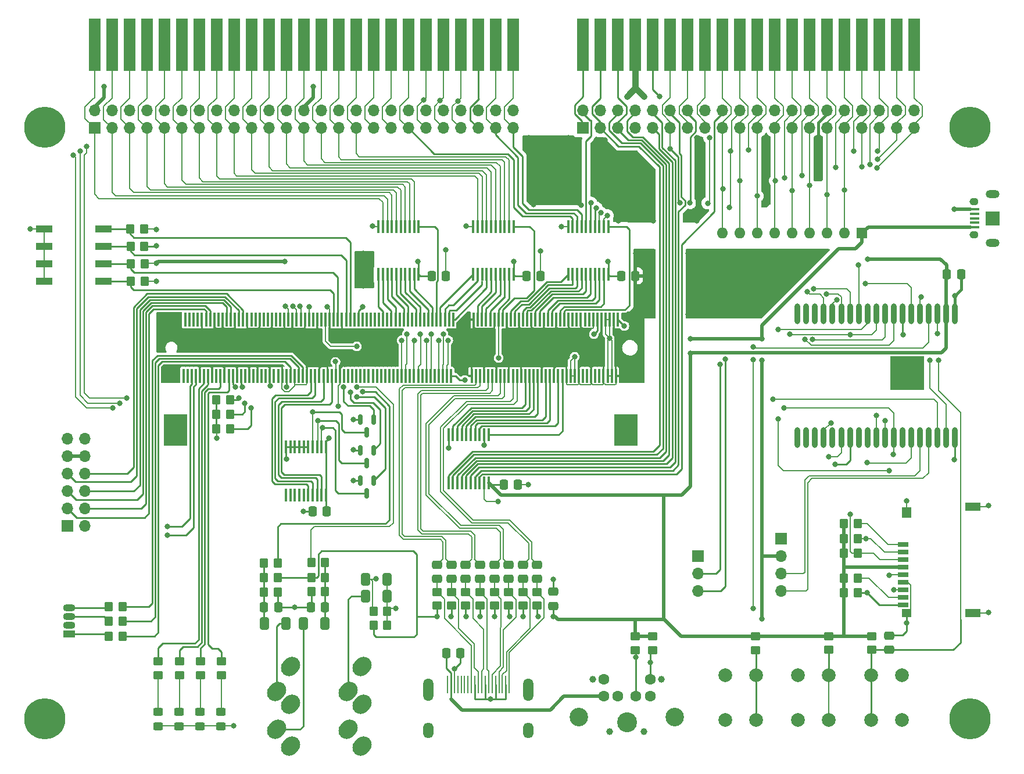
<source format=gbr>
%TF.GenerationSoftware,KiCad,Pcbnew,(6.0.11)*%
%TF.CreationDate,2023-10-13T03:53:32-07:00*%
%TF.ProjectId,TRS-IO++,5452532d-494f-42b2-9b2e-6b696361645f,rev?*%
%TF.SameCoordinates,Original*%
%TF.FileFunction,Copper,L1,Top*%
%TF.FilePolarity,Positive*%
%FSLAX46Y46*%
G04 Gerber Fmt 4.6, Leading zero omitted, Abs format (unit mm)*
G04 Created by KiCad (PCBNEW (6.0.11)) date 2023-10-13 03:53:32*
%MOMM*%
%LPD*%
G01*
G04 APERTURE LIST*
G04 Aperture macros list*
%AMRoundRect*
0 Rectangle with rounded corners*
0 $1 Rounding radius*
0 $2 $3 $4 $5 $6 $7 $8 $9 X,Y pos of 4 corners*
0 Add a 4 corners polygon primitive as box body*
4,1,4,$2,$3,$4,$5,$6,$7,$8,$9,$2,$3,0*
0 Add four circle primitives for the rounded corners*
1,1,$1+$1,$2,$3*
1,1,$1+$1,$4,$5*
1,1,$1+$1,$6,$7*
1,1,$1+$1,$8,$9*
0 Add four rect primitives between the rounded corners*
20,1,$1+$1,$2,$3,$4,$5,0*
20,1,$1+$1,$4,$5,$6,$7,0*
20,1,$1+$1,$6,$7,$8,$9,0*
20,1,$1+$1,$8,$9,$2,$3,0*%
%AMHorizOval*
0 Thick line with rounded ends*
0 $1 width*
0 $2 $3 position (X,Y) of the first rounded end (center of the circle)*
0 $4 $5 position (X,Y) of the second rounded end (center of the circle)*
0 Add line between two ends*
20,1,$1,$2,$3,$4,$5,0*
0 Add two circle primitives to create the rounded ends*
1,1,$1,$2,$3*
1,1,$1,$4,$5*%
G04 Aperture macros list end*
%TA.AperFunction,ComponentPad*%
%ADD10C,2.000000*%
%TD*%
%TA.AperFunction,SMDPad,CuDef*%
%ADD11RoundRect,0.250000X0.350000X0.450000X-0.350000X0.450000X-0.350000X-0.450000X0.350000X-0.450000X0*%
%TD*%
%TA.AperFunction,SMDPad,CuDef*%
%ADD12RoundRect,0.250000X-0.450000X0.350000X-0.450000X-0.350000X0.450000X-0.350000X0.450000X0.350000X0*%
%TD*%
%TA.AperFunction,SMDPad,CuDef*%
%ADD13RoundRect,0.250000X0.450000X-0.350000X0.450000X0.350000X-0.450000X0.350000X-0.450000X-0.350000X0*%
%TD*%
%TA.AperFunction,SMDPad,CuDef*%
%ADD14R,2.440000X1.120000*%
%TD*%
%TA.AperFunction,SMDPad,CuDef*%
%ADD15RoundRect,0.250000X-0.350000X-0.450000X0.350000X-0.450000X0.350000X0.450000X-0.350000X0.450000X0*%
%TD*%
%TA.AperFunction,SMDPad,CuDef*%
%ADD16RoundRect,0.250000X0.450000X-0.325000X0.450000X0.325000X-0.450000X0.325000X-0.450000X-0.325000X0*%
%TD*%
%TA.AperFunction,SMDPad,CuDef*%
%ADD17RoundRect,0.250000X-0.337500X-0.475000X0.337500X-0.475000X0.337500X0.475000X-0.337500X0.475000X0*%
%TD*%
%TA.AperFunction,SMDPad,CuDef*%
%ADD18RoundRect,0.250000X0.337500X0.475000X-0.337500X0.475000X-0.337500X-0.475000X0.337500X-0.475000X0*%
%TD*%
%TA.AperFunction,ComponentPad*%
%ADD19C,0.800000*%
%TD*%
%TA.AperFunction,ComponentPad*%
%ADD20C,6.000000*%
%TD*%
%TA.AperFunction,SMDPad,CuDef*%
%ADD21RoundRect,0.250000X0.412500X0.650000X-0.412500X0.650000X-0.412500X-0.650000X0.412500X-0.650000X0*%
%TD*%
%TA.AperFunction,SMDPad,CuDef*%
%ADD22RoundRect,0.250000X-0.475000X0.337500X-0.475000X-0.337500X0.475000X-0.337500X0.475000X0.337500X0*%
%TD*%
%TA.AperFunction,ComponentPad*%
%ADD23R,1.700000X1.700000*%
%TD*%
%TA.AperFunction,ComponentPad*%
%ADD24O,1.700000X1.700000*%
%TD*%
%TA.AperFunction,ComponentPad*%
%ADD25HorizOval,2.400000X-0.212132X-0.212132X0.212132X0.212132X0*%
%TD*%
%TA.AperFunction,SMDPad,CuDef*%
%ADD26RoundRect,0.150000X-0.150000X0.587500X-0.150000X-0.587500X0.150000X-0.587500X0.150000X0.587500X0*%
%TD*%
%TA.AperFunction,SMDPad,CuDef*%
%ADD27R,0.280000X2.600000*%
%TD*%
%TA.AperFunction,ComponentPad*%
%ADD28O,1.500000X3.300000*%
%TD*%
%TA.AperFunction,ComponentPad*%
%ADD29O,1.500000X2.300000*%
%TD*%
%TA.AperFunction,SMDPad,CuDef*%
%ADD30R,1.600000X0.700000*%
%TD*%
%TA.AperFunction,SMDPad,CuDef*%
%ADD31R,1.400000X1.600000*%
%TD*%
%TA.AperFunction,SMDPad,CuDef*%
%ADD32R,2.200000X1.200000*%
%TD*%
%TA.AperFunction,SMDPad,CuDef*%
%ADD33R,1.400000X1.200000*%
%TD*%
%TA.AperFunction,SMDPad,CuDef*%
%ADD34RoundRect,0.100000X-0.100000X0.850000X-0.100000X-0.850000X0.100000X-0.850000X0.100000X0.850000X0*%
%TD*%
%TA.AperFunction,SMDPad,CuDef*%
%ADD35O,0.900000X3.000000*%
%TD*%
%TA.AperFunction,SMDPad,CuDef*%
%ADD36R,5.000000X5.000000*%
%TD*%
%TA.AperFunction,SMDPad,CuDef*%
%ADD37RoundRect,0.250000X0.475000X-0.337500X0.475000X0.337500X-0.475000X0.337500X-0.475000X-0.337500X0*%
%TD*%
%TA.AperFunction,ComponentPad*%
%ADD38O,1.300000X1.100000*%
%TD*%
%TA.AperFunction,SMDPad,CuDef*%
%ADD39R,2.000000X2.000000*%
%TD*%
%TA.AperFunction,ComponentPad*%
%ADD40O,2.000000X1.200000*%
%TD*%
%TA.AperFunction,SMDPad,CuDef*%
%ADD41R,2.500000X0.400000*%
%TD*%
%TA.AperFunction,SMDPad,CuDef*%
%ADD42R,1.350000X0.400000*%
%TD*%
%TA.AperFunction,ComponentPad*%
%ADD43R,1.600000X1.600000*%
%TD*%
%TA.AperFunction,ComponentPad*%
%ADD44O,1.600000X1.600000*%
%TD*%
%TA.AperFunction,SMDPad,CuDef*%
%ADD45RoundRect,0.250000X-0.412500X-0.650000X0.412500X-0.650000X0.412500X0.650000X-0.412500X0.650000X0*%
%TD*%
%TA.AperFunction,ConnectorPad*%
%ADD46R,1.778000X7.620000*%
%TD*%
%TA.AperFunction,ComponentPad*%
%ADD47R,1.800000X1.070000*%
%TD*%
%TA.AperFunction,ComponentPad*%
%ADD48O,1.800000X1.070000*%
%TD*%
%TA.AperFunction,ComponentPad*%
%ADD49C,1.600000*%
%TD*%
%TA.AperFunction,ComponentPad*%
%ADD50C,1.000000*%
%TD*%
%TA.AperFunction,ComponentPad*%
%ADD51C,2.900000*%
%TD*%
%TA.AperFunction,ComponentPad*%
%ADD52C,2.700000*%
%TD*%
%TA.AperFunction,SMDPad,CuDef*%
%ADD53R,0.350000X2.000000*%
%TD*%
%TA.AperFunction,SMDPad,CuDef*%
%ADD54R,3.500000X4.600000*%
%TD*%
%TA.AperFunction,ViaPad*%
%ADD55C,0.800000*%
%TD*%
%TA.AperFunction,Conductor*%
%ADD56C,0.200000*%
%TD*%
%TA.AperFunction,Conductor*%
%ADD57C,0.250000*%
%TD*%
%TA.AperFunction,Conductor*%
%ADD58C,0.381000*%
%TD*%
%TA.AperFunction,Conductor*%
%ADD59C,0.500380*%
%TD*%
%TA.AperFunction,Conductor*%
%ADD60C,0.889000*%
%TD*%
G04 APERTURE END LIST*
D10*
%TO.P,SW4,1,1*%
%TO.N,GND*%
X165100000Y-141629200D03*
X165100000Y-135129200D03*
%TO.P,SW4,2,2*%
%TO.N,STATUS*%
X169600000Y-141629200D03*
X169600000Y-135129200D03*
%TD*%
D11*
%TO.P,R33,1*%
%TO.N,+3V3*%
X80435500Y-70104000D03*
%TO.P,R33,2*%
%TO.N,CONF_1*%
X78435500Y-70104000D03*
%TD*%
D12*
%TO.P,R39,1*%
%TO.N,LED3*%
X88662232Y-133112000D03*
%TO.P,R39,2*%
%TO.N,Net-(D4-Pad2)*%
X88662232Y-135112000D03*
%TD*%
D13*
%TO.P,R8,1*%
%TO.N,+3V3*%
X129413000Y-125023800D03*
%TO.P,R8,2*%
%TO.N,/D0+*%
X129413000Y-123023800D03*
%TD*%
D12*
%TO.P,R40,1*%
%TO.N,LED4*%
X91723300Y-133112000D03*
%TO.P,R40,2*%
%TO.N,Net-(D5-Pad2)*%
X91723300Y-135112000D03*
%TD*%
D14*
%TO.P,SW3,1*%
%TO.N,GND*%
X65935700Y-70104000D03*
%TO.P,SW3,2*%
X65935700Y-72644000D03*
%TO.P,SW3,3*%
X65935700Y-75184000D03*
%TO.P,SW3,4*%
X65935700Y-77724000D03*
%TO.P,SW3,5*%
%TO.N,CONF_4*%
X74545700Y-77724000D03*
%TO.P,SW3,6*%
%TO.N,CONF_3*%
X74545700Y-75184000D03*
%TO.P,SW3,7*%
%TO.N,CONF_2*%
X74545700Y-72644000D03*
%TO.P,SW3,8*%
%TO.N,CONF_1*%
X74545700Y-70104000D03*
%TD*%
D15*
%TO.P,R29,1*%
%TO.N,+3V3*%
X90998800Y-95046800D03*
%TO.P,R29,2*%
%TO.N,INT_N*%
X92998800Y-95046800D03*
%TD*%
D16*
%TO.P,D3,1,K*%
%TO.N,GND*%
X85570866Y-142569800D03*
%TO.P,D3,2,A*%
%TO.N,Net-(D3-Pad2)*%
X85570866Y-140519800D03*
%TD*%
D17*
%TO.P,C13,1*%
%TO.N,Net-(C13-Pad1)*%
X97920900Y-125272800D03*
%TO.P,C13,2*%
%TO.N,GND*%
X99995900Y-125272800D03*
%TD*%
D18*
%TO.P,C16,1*%
%TO.N,GND*%
X134919850Y-107340400D03*
%TO.P,C16,2*%
%TO.N,+3V3*%
X132844850Y-107340400D03*
%TD*%
D13*
%TO.P,R10,1*%
%TO.N,+3V3*%
X125247400Y-125023800D03*
%TO.P,R10,2*%
%TO.N,/CK+*%
X125247400Y-123023800D03*
%TD*%
D11*
%TO.P,R35,1*%
%TO.N,+3V3*%
X80537100Y-75184000D03*
%TO.P,R35,2*%
%TO.N,CONF_3*%
X78537100Y-75184000D03*
%TD*%
D16*
%TO.P,D2,1,K*%
%TO.N,GND*%
X82539800Y-142569800D03*
%TO.P,D2,2,A*%
%TO.N,Net-(D2-Pad2)*%
X82539800Y-140519800D03*
%TD*%
D13*
%TO.P,R7,1*%
%TO.N,+3V3*%
X131495800Y-125023800D03*
%TO.P,R7,2*%
%TO.N,/D1-*%
X131495800Y-123023800D03*
%TD*%
D12*
%TO.P,R14,1*%
%TO.N,+3V3*%
X169570400Y-129505200D03*
%TO.P,R14,2*%
%TO.N,STATUS*%
X169570400Y-131505200D03*
%TD*%
D19*
%TO.P,H3,1,1*%
%TO.N,GND*%
X202387690Y-139887010D03*
X203046700Y-141478000D03*
X199205710Y-143068990D03*
D20*
X200796700Y-141478000D03*
D19*
X200796700Y-143728000D03*
X202387690Y-143068990D03*
X200796700Y-139228000D03*
X198546700Y-141478000D03*
X199205710Y-139887010D03*
%TD*%
D15*
%TO.P,R16,1*%
%TO.N,+3V3*%
X182423100Y-120967500D03*
%TO.P,R16,2*%
%TO.N,Net-(J9-Pad8)*%
X184423100Y-120967500D03*
%TD*%
D21*
%TO.P,C12,1*%
%TO.N,CASS_IN*%
X115876699Y-121167999D03*
%TO.P,C12,2*%
%TO.N,GND*%
X112751699Y-121167999D03*
%TD*%
D22*
%TO.P,C6,1*%
%TO.N,HDMI_TX0_N*%
X127330200Y-119049300D03*
%TO.P,C6,2*%
%TO.N,/D0-*%
X127330200Y-121124300D03*
%TD*%
D11*
%TO.P,R34,1*%
%TO.N,+3V3*%
X80486300Y-72644000D03*
%TO.P,R34,2*%
%TO.N,CONF_2*%
X78486300Y-72644000D03*
%TD*%
%TO.P,R2,1*%
%TO.N,LED_GREEN*%
X77301600Y-125120400D03*
%TO.P,R2,2*%
%TO.N,Net-(D1-Pad4)*%
X75301600Y-125120400D03*
%TD*%
D22*
%TO.P,C4,1*%
%TO.N,HDMI_TX1_N*%
X131495800Y-119049300D03*
%TO.P,C4,2*%
%TO.N,/D1-*%
X131495800Y-121124300D03*
%TD*%
D13*
%TO.P,R31,1*%
%TO.N,PS2_CLK*%
X154533600Y-131462400D03*
%TO.P,R31,2*%
%TO.N,+3V3*%
X154533600Y-129462400D03*
%TD*%
D22*
%TO.P,C3,1*%
%TO.N,HDMI_TX1_P*%
X133578600Y-119049300D03*
%TO.P,C3,2*%
%TO.N,/D1+*%
X133578600Y-121124300D03*
%TD*%
%TO.P,C7,1*%
%TO.N,HDMI_TXC_P*%
X125247400Y-119049300D03*
%TO.P,C7,2*%
%TO.N,/CK+*%
X125247400Y-121124300D03*
%TD*%
D19*
%TO.P,H2,1,1*%
%TO.N,GND*%
X198546700Y-55321200D03*
X202387690Y-53730210D03*
X200796700Y-57571200D03*
X199205710Y-53730210D03*
X203046700Y-55321200D03*
X199205710Y-56912190D03*
X202387690Y-56912190D03*
D20*
X200796700Y-55321200D03*
D19*
X200796700Y-53071200D03*
%TD*%
D15*
%TO.P,R25,1*%
%TO.N,+3V3*%
X104816400Y-120889800D03*
%TO.P,R25,2*%
%TO.N,Net-(C15-Pad1)*%
X106816400Y-120889800D03*
%TD*%
D11*
%TO.P,R27,1*%
%TO.N,Net-(C15-Pad1)*%
X106816400Y-122986800D03*
%TO.P,R27,2*%
%TO.N,GND*%
X104816400Y-122986800D03*
%TD*%
D22*
%TO.P,C1,1*%
%TO.N,HDMI_TX2_P*%
X137744200Y-119049300D03*
%TO.P,C1,2*%
%TO.N,/D2+*%
X137744200Y-121124300D03*
%TD*%
D10*
%TO.P,SW2,1,1*%
%TO.N,GND*%
X175727350Y-135129200D03*
X175727350Y-141629200D03*
%TO.P,SW2,2,2*%
%TO.N,ID0*%
X180227350Y-141629200D03*
X180227350Y-135129200D03*
%TD*%
D23*
%TO.P,J2,1,Pin_1*%
%TO.N,SYSRES_N*%
X144413700Y-55422800D03*
D24*
%TO.P,J2,2,Pin_2*%
%TO.N,RAS_N*%
X144413700Y-52882800D03*
%TO.P,J2,3,Pin_3*%
%TO.N,A10*%
X146953700Y-55422800D03*
%TO.P,J2,4,Pin_4*%
%TO.N,CAS_N*%
X146953700Y-52882800D03*
%TO.P,J2,5,Pin_5*%
%TO.N,A13*%
X149493700Y-55422800D03*
%TO.P,J2,6,Pin_6*%
%TO.N,A12*%
X149493700Y-52882800D03*
%TO.P,J2,7,Pin_7*%
%TO.N,GND*%
X152033700Y-55422800D03*
%TO.P,J2,8,Pin_8*%
%TO.N,A15*%
X152033700Y-52882800D03*
%TO.P,J2,9,Pin_9*%
%TO.N,A14*%
X154573700Y-55422800D03*
%TO.P,J2,10,Pin_10*%
%TO.N,A11*%
X154573700Y-52882800D03*
%TO.P,J2,11,Pin_11*%
%TO.N,OUT_N*%
X157113700Y-55422800D03*
%TO.P,J2,12,Pin_12*%
%TO.N,A8*%
X157113700Y-52882800D03*
%TO.P,J2,13,Pin_13*%
%TO.N,INTACK_N*%
X159653700Y-55422800D03*
%TO.P,J2,14,Pin_14*%
%TO.N,WR_N*%
X159653700Y-52882800D03*
%TO.P,J2,15,Pin_15*%
%TO.N,MUX*%
X162193700Y-55422800D03*
%TO.P,J2,16,Pin_16*%
%TO.N,RD_N*%
X162193700Y-52882800D03*
%TO.P,J2,17,Pin_17*%
%TO.N,D4*%
X164733700Y-55422800D03*
%TO.P,J2,18,Pin_18*%
%TO.N,A9*%
X164733700Y-52882800D03*
%TO.P,J2,19,Pin_19*%
%TO.N,D7*%
X167273700Y-55422800D03*
%TO.P,J2,20,Pin_20*%
%TO.N,IN_N*%
X167273700Y-52882800D03*
%TO.P,J2,21,Pin_21*%
%TO.N,D1*%
X169813700Y-55422800D03*
%TO.P,J2,22,Pin_22*%
%TO.N,INT_N*%
X169813700Y-52882800D03*
%TO.P,J2,23,Pin_23*%
%TO.N,D6*%
X172353700Y-55422800D03*
%TO.P,J2,24,Pin_24*%
%TO.N,TEST_N*%
X172353700Y-52882800D03*
%TO.P,J2,25,Pin_25*%
%TO.N,D3*%
X174893700Y-55422800D03*
%TO.P,J2,26,Pin_26*%
%TO.N,A0*%
X174893700Y-52882800D03*
%TO.P,J2,27,Pin_27*%
%TO.N,D5*%
X177433700Y-55422800D03*
%TO.P,J2,28,Pin_28*%
%TO.N,A1*%
X177433700Y-52882800D03*
%TO.P,J2,29,Pin_29*%
%TO.N,D0*%
X179973700Y-55422800D03*
%TO.P,J2,30,Pin_30*%
%TO.N,GND*%
X179973700Y-52882800D03*
%TO.P,J2,31,Pin_31*%
%TO.N,D2*%
X182513700Y-55422800D03*
%TO.P,J2,32,Pin_32*%
%TO.N,A4*%
X182513700Y-52882800D03*
%TO.P,J2,33,Pin_33*%
%TO.N,A3*%
X185053700Y-55422800D03*
%TO.P,J2,34,Pin_34*%
%TO.N,WAIT_N*%
X185053700Y-52882800D03*
%TO.P,J2,35,Pin_35*%
%TO.N,A7*%
X187593700Y-55422800D03*
%TO.P,J2,36,Pin_36*%
%TO.N,A5*%
X187593700Y-52882800D03*
%TO.P,J2,37,Pin_37*%
%TO.N,A6*%
X190133700Y-55422800D03*
%TO.P,J2,38,Pin_38*%
%TO.N,GND*%
X190133700Y-52882800D03*
%TO.P,J2,39,Pin_39*%
%TO.N,A2*%
X192673700Y-55422800D03*
%TO.P,J2,40,Pin_40*%
%TO.N,5V*%
X192673700Y-52882800D03*
%TD*%
D25*
%TO.P,J10,R*%
%TO.N,Net-(C14-Pad1)*%
X110217200Y-137540400D03*
%TO.P,J10,RN*%
%TO.N,N/C*%
X112217200Y-139340400D03*
%TO.P,J10,S*%
%TO.N,GND*%
X112217200Y-145440400D03*
%TO.P,J10,T*%
%TO.N,unconnected-(J10-PadT)*%
X110217200Y-143040400D03*
%TO.P,J10,TN*%
%TO.N,N/C*%
X112217200Y-133840400D03*
%TD*%
D18*
%TO.P,C19,1*%
%TO.N,GND*%
X124415000Y-76962000D03*
%TO.P,C19,2*%
%TO.N,+3V3*%
X122340000Y-76962000D03*
%TD*%
D22*
%TO.P,C8,1*%
%TO.N,HDMI_TXC_N*%
X123164600Y-119049300D03*
%TO.P,C8,2*%
%TO.N,/CK-*%
X123164600Y-121124300D03*
%TD*%
D17*
%TO.P,C23,1*%
%TO.N,+5V*%
X124463900Y-131961300D03*
%TO.P,C23,2*%
%TO.N,GND*%
X126538900Y-131961300D03*
%TD*%
D26*
%TO.P,Q3,1,G*%
%TO.N,INT*%
X113878400Y-97919300D03*
%TO.P,Q3,2,S*%
%TO.N,GND*%
X111978400Y-97919300D03*
%TO.P,Q3,3,D*%
%TO.N,INT_N*%
X112928400Y-99794300D03*
%TD*%
D27*
%TO.P,J7,1,D2+*%
%TO.N,/D2+*%
X133659000Y-136468600D03*
%TO.P,J7,2,D2S*%
%TO.N,GND*%
X133159000Y-136468600D03*
%TO.P,J7,3,D2-*%
%TO.N,/D2-*%
X132659000Y-136468600D03*
%TO.P,J7,4,D1+*%
%TO.N,/D1+*%
X132159000Y-136468600D03*
%TO.P,J7,5,D1S*%
%TO.N,GND*%
X131659000Y-136468600D03*
%TO.P,J7,6,D1-*%
%TO.N,/D1-*%
X131159000Y-136468600D03*
%TO.P,J7,7,D0+*%
%TO.N,/D0+*%
X130659000Y-136468600D03*
%TO.P,J7,8,D0S*%
%TO.N,GND*%
X130159000Y-136468600D03*
%TO.P,J7,9,D0-*%
%TO.N,/D0-*%
X129659000Y-136468600D03*
%TO.P,J7,10,CK+*%
%TO.N,/CK+*%
X129159000Y-136468600D03*
%TO.P,J7,11,CKS*%
%TO.N,GND*%
X128659000Y-136468600D03*
%TO.P,J7,12,CK-*%
%TO.N,/CK-*%
X128159000Y-136468600D03*
%TO.P,J7,13,CEC*%
%TO.N,unconnected-(J7-Pad13)*%
X127659000Y-136468600D03*
%TO.P,J7,14,UTILITY*%
%TO.N,unconnected-(J7-Pad14)*%
X127159000Y-136468600D03*
%TO.P,J7,15,SCL*%
%TO.N,unconnected-(J7-Pad15)*%
X126659000Y-136468600D03*
%TO.P,J7,16,SDA*%
%TO.N,unconnected-(J7-Pad16)*%
X126159000Y-136468600D03*
%TO.P,J7,17,GND*%
%TO.N,GND*%
X125659000Y-136468600D03*
%TO.P,J7,18,+5V*%
%TO.N,+5V*%
X125159000Y-136468600D03*
%TO.P,J7,19,HPD*%
%TO.N,unconnected-(J7-Pad19)*%
X124659000Y-136468600D03*
D28*
%TO.P,J7,SH,SH*%
%TO.N,GND*%
X136409000Y-137228600D03*
D29*
X121909000Y-143188600D03*
X136409000Y-143188600D03*
D28*
X121909000Y-137228600D03*
%TD*%
D11*
%TO.P,R20,1*%
%TO.N,+3V3*%
X99907600Y-120904000D03*
%TO.P,R20,2*%
%TO.N,Net-(C13-Pad1)*%
X97907600Y-120904000D03*
%TD*%
D30*
%TO.P,J9,1,DAT2*%
%TO.N,Net-(J9-Pad1)*%
X191070000Y-116113200D03*
%TO.P,J9,2,CD/DAT3*%
%TO.N,CS_SD*%
X191070000Y-117213200D03*
%TO.P,J9,3,CMD*%
%TO.N,MOSI*%
X191070000Y-118313200D03*
%TO.P,J9,4,VDD*%
%TO.N,+3V3*%
X191070000Y-119413200D03*
%TO.P,J9,5,CLK*%
%TO.N,SCK*%
X191070000Y-120513200D03*
%TO.P,J9,6,VSS*%
%TO.N,GND*%
X191070000Y-121613200D03*
%TO.P,J9,7,DAT0*%
%TO.N,MISO*%
X191070000Y-122713200D03*
%TO.P,J9,8,DAT1*%
%TO.N,Net-(J9-Pad8)*%
X191070000Y-123813200D03*
%TO.P,J9,9,Cd*%
%TO.N,CD_SD*%
X191070000Y-124913200D03*
D31*
%TO.P,J9,10,GND*%
%TO.N,GND*%
X191570000Y-111463200D03*
D32*
%TO.P,J9,11,GND*%
X201170000Y-110563200D03*
%TO.P,J9,12,GND*%
X201170000Y-126063200D03*
D33*
%TO.P,J9,13,GND*%
X191570000Y-126063200D03*
%TD*%
D22*
%TO.P,C9,1*%
%TO.N,GND*%
X189026800Y-129366100D03*
%TO.P,C9,2*%
%TO.N,ESP_RESET*%
X189026800Y-131441100D03*
%TD*%
D11*
%TO.P,R36,1*%
%TO.N,+3V3*%
X80537100Y-77724000D03*
%TO.P,R36,2*%
%TO.N,CONF_4*%
X78537100Y-77724000D03*
%TD*%
D23*
%TO.P,J8,1,Pin_1*%
%TO.N,GND*%
X173255166Y-115265199D03*
D24*
%TO.P,J8,2,Pin_2*%
%TO.N,+5V*%
X173255166Y-117805199D03*
%TO.P,J8,3,Pin_3*%
%TO.N,RXD0*%
X173255166Y-120345199D03*
%TO.P,J8,4,Pin_4*%
%TO.N,TXD0*%
X173255166Y-122885199D03*
%TD*%
D15*
%TO.P,R17,1*%
%TO.N,+3V3*%
X182423100Y-115214400D03*
%TO.P,R17,2*%
%TO.N,CS_SD*%
X184423100Y-115214400D03*
%TD*%
%TO.P,R26,1*%
%TO.N,+3V3*%
X90998800Y-99212400D03*
%TO.P,R26,2*%
%TO.N,EXTIOSEL_N*%
X92998800Y-99212400D03*
%TD*%
D26*
%TO.P,Q4,1,G*%
%TO.N,WAIT*%
X113878400Y-102338900D03*
%TO.P,Q4,2,S*%
%TO.N,GND*%
X111978400Y-102338900D03*
%TO.P,Q4,3,D*%
%TO.N,WAIT_N*%
X112928400Y-104213900D03*
%TD*%
D10*
%TO.P,SW1,1,1*%
%TO.N,ESP_RESET*%
X186354700Y-135129200D03*
X186354700Y-141629200D03*
%TO.P,SW1,2,2*%
%TO.N,GND*%
X190854700Y-141629200D03*
X190854700Y-135129200D03*
%TD*%
D13*
%TO.P,R32,1*%
%TO.N,PS2_DATA*%
X151993600Y-131462400D03*
%TO.P,R32,2*%
%TO.N,+3V3*%
X151993600Y-129462400D03*
%TD*%
D23*
%TO.P,J5,1,Pin_1*%
%TO.N,PMOD_IO1*%
X69322000Y-113411400D03*
D24*
%TO.P,J5,2,Pin_2*%
%TO.N,PMOD_IO5*%
X71862000Y-113411400D03*
%TO.P,J5,3,Pin_3*%
%TO.N,PMOD_IO2*%
X69322000Y-110871400D03*
%TO.P,J5,4,Pin_4*%
%TO.N,PMOD_IO6*%
X71862000Y-110871400D03*
%TO.P,J5,5,Pin_5*%
%TO.N,PMOD_IO3*%
X69322000Y-108331400D03*
%TO.P,J5,6,Pin_6*%
%TO.N,PMOD_IO7*%
X71862000Y-108331400D03*
%TO.P,J5,7,Pin_7*%
%TO.N,PMOD_IO4*%
X69322000Y-105791400D03*
%TO.P,J5,8,Pin_8*%
%TO.N,PMOD_IO8*%
X71862000Y-105791400D03*
%TO.P,J5,9,Pin_9*%
%TO.N,GND*%
X69322000Y-103251400D03*
%TO.P,J5,10,Pin_10*%
X71862000Y-103251400D03*
%TO.P,J5,11,Pin_11*%
%TO.N,+3V3*%
X69322000Y-100711400D03*
%TO.P,J5,12,Pin_12*%
X71862000Y-100711400D03*
%TD*%
D15*
%TO.P,R18,1*%
%TO.N,+3V3*%
X182423100Y-113080800D03*
%TO.P,R18,2*%
%TO.N,Net-(J9-Pad1)*%
X184423100Y-113080800D03*
%TD*%
%TO.P,R19,1*%
%TO.N,+3V3*%
X182438800Y-123139200D03*
%TO.P,R19,2*%
%TO.N,CD_SD*%
X184438800Y-123139200D03*
%TD*%
D11*
%TO.P,R1,1*%
%TO.N,LED_RED*%
X77301600Y-129438400D03*
%TO.P,R1,2*%
%TO.N,Net-(D1-Pad1)*%
X75301600Y-129438400D03*
%TD*%
D34*
%TO.P,U3,1,A->B*%
%TO.N,CTRL_DIR*%
X148095700Y-69753600D03*
%TO.P,U3,2,A0*%
%TO.N,IN_N*%
X147445700Y-69753600D03*
%TO.P,U3,3,A1*%
%TO.N,RD_N*%
X146795700Y-69753600D03*
%TO.P,U3,4,A2*%
%TO.N,WR_N*%
X146145700Y-69753600D03*
%TO.P,U3,5,A3*%
%TO.N,OUT_N*%
X145495700Y-69753600D03*
%TO.P,U3,6,A4*%
%TO.N,RAS_N*%
X144845700Y-69753600D03*
%TO.P,U3,7,A5*%
%TO.N,IOREQ_N*%
X144195700Y-69753600D03*
%TO.P,U3,8,A6*%
%TO.N,M1_N*%
X143545700Y-69753600D03*
%TO.P,U3,9,A7*%
%TO.N,RESET_N*%
X142895700Y-69753600D03*
%TO.P,U3,10,GND*%
%TO.N,GND*%
X142245700Y-69753600D03*
%TO.P,U3,11,B7*%
%TO.N,_RESET_N*%
X142245700Y-76753600D03*
%TO.P,U3,12,B6*%
%TO.N,_M1_N*%
X142895700Y-76753600D03*
%TO.P,U3,13,B5*%
%TO.N,_IOREQ_N*%
X143545700Y-76753600D03*
%TO.P,U3,14,B4*%
%TO.N,_RAS_N*%
X144195700Y-76753600D03*
%TO.P,U3,15,B3*%
%TO.N,_OUT_N*%
X144845700Y-76753600D03*
%TO.P,U3,16,B2*%
%TO.N,_WR_N*%
X145495700Y-76753600D03*
%TO.P,U3,17,B1*%
%TO.N,_RD_N*%
X146145700Y-76753600D03*
%TO.P,U3,18,B0*%
%TO.N,_IN_N*%
X146795700Y-76753600D03*
%TO.P,U3,19,CE*%
%TO.N,CTRL_EN*%
X147445700Y-76753600D03*
%TO.P,U3,20,VCC*%
%TO.N,+3V3*%
X148095700Y-76753600D03*
%TD*%
D25*
%TO.P,J6,R*%
%TO.N,Net-(C17-Pad1)*%
X99803200Y-137540400D03*
%TO.P,J6,RN*%
%TO.N,N/C*%
X101803200Y-139340400D03*
%TO.P,J6,S*%
%TO.N,GND*%
X101803200Y-145440400D03*
%TO.P,J6,T*%
%TO.N,Net-(C20-Pad1)*%
X99803200Y-143040400D03*
%TO.P,J6,TN*%
%TO.N,N/C*%
X101803200Y-133840400D03*
%TD*%
D16*
%TO.P,D4,1,K*%
%TO.N,GND*%
X88601932Y-142569800D03*
%TO.P,D4,2,A*%
%TO.N,Net-(D4-Pad2)*%
X88601932Y-140519800D03*
%TD*%
D34*
%TO.P,U4,1,A->B*%
%TO.N,ABUS_DIR_N*%
X130660550Y-100132000D03*
%TO.P,U4,2,A0*%
%TO.N,_A9*%
X130010550Y-100132000D03*
%TO.P,U4,3,A1*%
%TO.N,_A8*%
X129360550Y-100132000D03*
%TO.P,U4,4,A2*%
%TO.N,_A11*%
X128710550Y-100132000D03*
%TO.P,U4,5,A3*%
%TO.N,_A14*%
X128060550Y-100132000D03*
%TO.P,U4,6,A4*%
%TO.N,_A15*%
X127410550Y-100132000D03*
%TO.P,U4,7,A5*%
%TO.N,_A13*%
X126760550Y-100132000D03*
%TO.P,U4,8,A6*%
%TO.N,_A12*%
X126110550Y-100132000D03*
%TO.P,U4,9,A7*%
%TO.N,_A10*%
X125460550Y-100132000D03*
%TO.P,U4,10,GND*%
%TO.N,GND*%
X124810550Y-100132000D03*
%TO.P,U4,11,B7*%
%TO.N,A10*%
X124810550Y-107132000D03*
%TO.P,U4,12,B6*%
%TO.N,A12*%
X125460550Y-107132000D03*
%TO.P,U4,13,B5*%
%TO.N,A13*%
X126110550Y-107132000D03*
%TO.P,U4,14,B4*%
%TO.N,A15*%
X126760550Y-107132000D03*
%TO.P,U4,15,B3*%
%TO.N,A14*%
X127410550Y-107132000D03*
%TO.P,U4,16,B2*%
%TO.N,A11*%
X128060550Y-107132000D03*
%TO.P,U4,17,B1*%
%TO.N,A8*%
X128710550Y-107132000D03*
%TO.P,U4,18,B0*%
%TO.N,A9*%
X129360550Y-107132000D03*
%TO.P,U4,19,CE*%
%TO.N,ABUS_EN*%
X130010550Y-107132000D03*
%TO.P,U4,20,VCC*%
%TO.N,+3V3*%
X130660550Y-107132000D03*
%TD*%
D35*
%TO.P,U1,1,GND*%
%TO.N,GND*%
X198565900Y-82490800D03*
%TO.P,U1,2,3.3V*%
%TO.N,+3V3*%
X197295900Y-82490800D03*
%TO.P,U1,3,EN*%
%TO.N,ESP_RESET*%
X196025900Y-82490800D03*
%TO.P,U1,4,IO36*%
%TO.N,CASS_IN*%
X194755900Y-82490800D03*
%TO.P,U1,5,IO39*%
%TO.N,JTAG_TDO*%
X193485900Y-82490800D03*
%TO.P,U1,6,IO34*%
%TO.N,REQ*%
X192215900Y-82490800D03*
%TO.P,U1,7,IO35*%
%TO.N,STATUS*%
X190945900Y-82490800D03*
%TO.P,U1,8,IO32*%
%TO.N,PS2_DATA*%
X189675900Y-82490800D03*
%TO.P,U1,9,IO33*%
%TO.N,PS2_CLK*%
X188405900Y-82490800D03*
%TO.P,U1,10,IO25*%
%TO.N,MOSI*%
X187135900Y-82490800D03*
%TO.P,U1,11,IO26*%
%TO.N,SCK*%
X185865900Y-82490800D03*
%TO.P,U1,12,IO27*%
%TO.N,JTAG_TDI*%
X184595900Y-82490800D03*
%TO.P,U1,13,IO14*%
%TO.N,ESP_S2*%
X183325900Y-82490800D03*
%TO.P,U1,14,IO12*%
%TO.N,ESP_S0*%
X182055900Y-82490800D03*
%TO.P,U1,15,GND*%
%TO.N,GND*%
X180755900Y-82490800D03*
%TO.P,U1,16,IO13*%
%TO.N,ESP_S1*%
X179485900Y-82490800D03*
%TO.P,U1,17,IO9*%
%TO.N,unconnected-(U1-Pad17)*%
X178215900Y-82490800D03*
%TO.P,U1,18,IO10*%
%TO.N,unconnected-(U1-Pad18)*%
X176945900Y-82490800D03*
%TO.P,U1,19,IO11*%
%TO.N,unconnected-(U1-Pad19)*%
X175675900Y-82490800D03*
%TO.P,U1,20,IO6*%
%TO.N,unconnected-(U1-Pad20)*%
X175675900Y-100490800D03*
%TO.P,U1,21,IO7*%
%TO.N,unconnected-(U1-Pad21)*%
X176945900Y-100490800D03*
%TO.P,U1,22,IO8*%
%TO.N,unconnected-(U1-Pad22)*%
X178215900Y-100490800D03*
%TO.P,U1,23,IO15*%
%TO.N,ESP_S3*%
X179485900Y-100490800D03*
%TO.P,U1,24,IO2*%
%TO.N,unconnected-(U1-Pad24)*%
X180755900Y-100490800D03*
%TO.P,U1,25,IO0*%
%TO.N,ID0*%
X182055900Y-100520800D03*
%TO.P,U1,26,IO4*%
%TO.N,CD_SD*%
X183325900Y-100520800D03*
%TO.P,U1,27,NC*%
%TO.N,unconnected-(U1-Pad27)*%
X184595900Y-100520800D03*
%TO.P,U1,28,NC*%
%TO.N,unconnected-(U1-Pad28)*%
X185865900Y-100520800D03*
%TO.P,U1,29,IO5*%
%TO.N,JTAG_TMS*%
X187135900Y-100520800D03*
%TO.P,U1,30,IO18*%
%TO.N,DONE*%
X188405900Y-100520800D03*
%TO.P,U1,31,IO19*%
%TO.N,MISO*%
X189675900Y-100520800D03*
%TO.P,U1,32,NC*%
%TO.N,unconnected-(U1-Pad32)*%
X190945900Y-100520800D03*
%TO.P,U1,33,IO21*%
%TO.N,CS_SD*%
X192215900Y-100520800D03*
%TO.P,U1,34,RXD0*%
%TO.N,RXD0*%
X193485900Y-100520800D03*
%TO.P,U1,35,TXD0*%
%TO.N,TXD0*%
X194755900Y-100520800D03*
%TO.P,U1,36,IO22*%
%TO.N,CS_FPGA*%
X196025900Y-100520800D03*
%TO.P,U1,37,IO23*%
%TO.N,JTAG_TCK*%
X197295900Y-100520800D03*
%TO.P,U1,38,GND*%
%TO.N,GND*%
X198565900Y-100520800D03*
D19*
%TO.P,U1,39*%
%TO.N,N/C*%
X189655900Y-90090800D03*
X192655900Y-90090800D03*
X192655900Y-91090800D03*
X189655900Y-91090800D03*
X193655900Y-93090800D03*
X193655900Y-89090800D03*
X189655900Y-92090800D03*
X190655900Y-91090800D03*
X191655900Y-93090800D03*
X189655900Y-93090800D03*
X189655900Y-89090800D03*
X191655900Y-92090800D03*
X191655900Y-91090800D03*
X193655900Y-91090800D03*
D36*
X191645900Y-91090800D03*
D19*
X192655900Y-93090800D03*
X190655900Y-93090800D03*
X190655900Y-89090800D03*
X192655900Y-92090800D03*
X193655900Y-92090800D03*
X192655900Y-89090800D03*
X190655900Y-90090800D03*
X191655900Y-90090800D03*
X193655900Y-90090800D03*
X191655900Y-89090800D03*
X190655900Y-92090800D03*
%TD*%
D37*
%TO.P,C21,1*%
%TO.N,+3V3*%
X140106400Y-125061300D03*
%TO.P,C21,2*%
%TO.N,GND*%
X140106400Y-122986300D03*
%TD*%
D12*
%TO.P,R30,1*%
%TO.N,+3V3*%
X180171900Y-129454400D03*
%TO.P,R30,2*%
%TO.N,ID0*%
X180171900Y-131454400D03*
%TD*%
D19*
%TO.P,H1,1,1*%
%TO.N,GND*%
X66024300Y-57520400D03*
X64433310Y-56861390D03*
X68274300Y-55270400D03*
D20*
X66024300Y-55270400D03*
D19*
X64433310Y-53679410D03*
X67615290Y-56861390D03*
X67615290Y-53679410D03*
X66024300Y-53020400D03*
X63774300Y-55270400D03*
%TD*%
D15*
%TO.P,R13,1*%
%TO.N,Net-(C13-Pad1)*%
X97907600Y-118770400D03*
%TO.P,R13,2*%
%TO.N,CASS_OUT2*%
X99907600Y-118770400D03*
%TD*%
D26*
%TO.P,Q5,1,G*%
%TO.N,EXTIOSEL*%
X113878400Y-106758500D03*
%TO.P,Q5,2,S*%
%TO.N,GND*%
X111978400Y-106758500D03*
%TO.P,Q5,3,D*%
%TO.N,EXTIOSEL_N*%
X112928400Y-108633500D03*
%TD*%
D22*
%TO.P,C5,1*%
%TO.N,HDMI_TX0_P*%
X129413000Y-119049300D03*
%TO.P,C5,2*%
%TO.N,/D0+*%
X129413000Y-121124300D03*
%TD*%
D12*
%TO.P,R12,1*%
%TO.N,+3V3*%
X186436000Y-129454400D03*
%TO.P,R12,2*%
%TO.N,ESP_RESET*%
X186436000Y-131454400D03*
%TD*%
D11*
%TO.P,R22,1*%
%TO.N,CASS_IN*%
X115874800Y-125841599D03*
%TO.P,R22,2*%
%TO.N,GND*%
X113874800Y-125841599D03*
%TD*%
D18*
%TO.P,C15,1*%
%TO.N,Net-(C15-Pad1)*%
X106803100Y-125222000D03*
%TO.P,C15,2*%
%TO.N,GND*%
X104728100Y-125222000D03*
%TD*%
D38*
%TO.P,J12,*%
%TO.N,*%
X201374000Y-66155000D03*
D39*
X204124000Y-68580000D03*
D40*
X204124000Y-72155000D03*
X204124000Y-65005000D03*
D38*
X201374000Y-71005000D03*
D41*
%TO.P,J12,1,VBUS*%
%TO.N,+5V*%
X200872800Y-69880000D03*
D42*
%TO.P,J12,2,D-*%
%TO.N,unconnected-(J12-Pad2)*%
X201449000Y-69230000D03*
%TO.P,J12,3,D+*%
%TO.N,unconnected-(J12-Pad3)*%
X201449000Y-68580000D03*
%TO.P,J12,4,ID*%
%TO.N,unconnected-(J12-Pad4)*%
X201449000Y-67930000D03*
D41*
%TO.P,J12,5,GND*%
%TO.N,GND*%
X200872800Y-67280000D03*
%TD*%
D18*
%TO.P,C11,1*%
%TO.N,GND*%
X152050200Y-76962000D03*
%TO.P,C11,2*%
%TO.N,+3V3*%
X149975200Y-76962000D03*
%TD*%
D15*
%TO.P,R28,1*%
%TO.N,+3V3*%
X90998800Y-97129600D03*
%TO.P,R28,2*%
%TO.N,WAIT_N*%
X92998800Y-97129600D03*
%TD*%
D43*
%TO.P,RN1,1,common*%
%TO.N,+5V*%
X185028600Y-70713600D03*
D44*
%TO.P,RN1,2,R1*%
%TO.N,D2*%
X182488600Y-70713600D03*
%TO.P,RN1,3,R2*%
%TO.N,D0*%
X179948600Y-70713600D03*
%TO.P,RN1,4,R3*%
%TO.N,D5*%
X177408600Y-70713600D03*
%TO.P,RN1,5,R4*%
%TO.N,D3*%
X174868600Y-70713600D03*
%TO.P,RN1,6,R5*%
%TO.N,D6*%
X172328600Y-70713600D03*
%TO.P,RN1,7,R6*%
%TO.N,D1*%
X169788600Y-70713600D03*
%TO.P,RN1,8,R7*%
%TO.N,D7*%
X167248600Y-70713600D03*
%TO.P,RN1,9,R8*%
%TO.N,D4*%
X164708600Y-70713600D03*
%TD*%
D45*
%TO.P,C20,1*%
%TO.N,Net-(C20-Pad1)*%
X103644300Y-127609600D03*
%TO.P,C20,2*%
%TO.N,Net-(C15-Pad1)*%
X106769300Y-127609600D03*
%TD*%
D13*
%TO.P,R4,1*%
%TO.N,+3V3*%
X137744200Y-125023800D03*
%TO.P,R4,2*%
%TO.N,/D2+*%
X137744200Y-123023800D03*
%TD*%
D18*
%TO.P,C24,1*%
%TO.N,GND*%
X199497400Y-76758800D03*
%TO.P,C24,2*%
%TO.N,+3V3*%
X197422400Y-76758800D03*
%TD*%
D12*
%TO.P,R38,1*%
%TO.N,LED2*%
X85601166Y-133112000D03*
%TO.P,R38,2*%
%TO.N,Net-(D3-Pad2)*%
X85601166Y-135112000D03*
%TD*%
D46*
%TO.P,J4,1,Pin_1*%
%TO.N,SYSRES_N*%
X144408700Y-43281600D03*
%TO.P,J4,3,Pin_3*%
%TO.N,A10*%
X146948700Y-43281600D03*
%TO.P,J4,5,Pin_5*%
%TO.N,A13*%
X149488700Y-43281600D03*
%TO.P,J4,7,Pin_7*%
%TO.N,GND*%
X152028700Y-43281600D03*
%TO.P,J4,9,Pin_9*%
%TO.N,A14*%
X154568700Y-43281600D03*
%TO.P,J4,11,Pin_11*%
%TO.N,OUT_N*%
X157108700Y-43281600D03*
%TO.P,J4,13,Pin_13*%
%TO.N,INTACK_N*%
X159648700Y-43281600D03*
%TO.P,J4,15,Pin_15*%
%TO.N,MUX*%
X162188700Y-43281600D03*
%TO.P,J4,17,Pin_17*%
%TO.N,D4*%
X164728700Y-43281600D03*
%TO.P,J4,19,Pin_19*%
%TO.N,D7*%
X167268700Y-43281600D03*
%TO.P,J4,21,Pin_21*%
%TO.N,D1*%
X169808700Y-43281600D03*
%TO.P,J4,23,Pin_23*%
%TO.N,D6*%
X172348700Y-43281600D03*
%TO.P,J4,25,Pin_25*%
%TO.N,D3*%
X174888700Y-43281600D03*
%TO.P,J4,27,Pin_27*%
%TO.N,D5*%
X177428700Y-43281600D03*
%TO.P,J4,29,Pin_29*%
%TO.N,D0*%
X179968700Y-43281600D03*
%TO.P,J4,31,Pin_31*%
%TO.N,D2*%
X182508700Y-43281600D03*
%TO.P,J4,33,Pin_33*%
%TO.N,A3*%
X185048700Y-43281600D03*
%TO.P,J4,35,Pin_35*%
%TO.N,A7*%
X187588700Y-43281600D03*
%TO.P,J4,37,Pin_37*%
%TO.N,A6*%
X190128700Y-43281600D03*
%TO.P,J4,39,Pin_39*%
%TO.N,A2*%
X192668700Y-43281600D03*
%TD*%
%TO.P,J3,1,Pin_1*%
%TO.N,D0*%
X73263300Y-43281600D03*
%TO.P,J3,3,Pin_3*%
%TO.N,D1*%
X75803300Y-43281600D03*
%TO.P,J3,5,Pin_5*%
%TO.N,D2*%
X78343300Y-43281600D03*
%TO.P,J3,7,Pin_7*%
%TO.N,D3*%
X80883300Y-43281600D03*
%TO.P,J3,9,Pin_9*%
%TO.N,D4*%
X83423300Y-43281600D03*
%TO.P,J3,11,Pin_11*%
%TO.N,D5*%
X85963300Y-43281600D03*
%TO.P,J3,13,Pin_13*%
%TO.N,D6*%
X88503300Y-43281600D03*
%TO.P,J3,15,Pin_15*%
%TO.N,D7*%
X91043300Y-43281600D03*
%TO.P,J3,17,Pin_17*%
%TO.N,A0*%
X93583300Y-43281600D03*
%TO.P,J3,19,Pin_19*%
%TO.N,A1*%
X96123300Y-43281600D03*
%TO.P,J3,21,Pin_21*%
%TO.N,A2*%
X98663300Y-43281600D03*
%TO.P,J3,23,Pin_23*%
%TO.N,A3*%
X101203300Y-43281600D03*
%TO.P,J3,25,Pin_25*%
%TO.N,A4*%
X103743300Y-43281600D03*
%TO.P,J3,27,Pin_27*%
%TO.N,A5*%
X106283300Y-43281600D03*
%TO.P,J3,29,Pin_29*%
%TO.N,A6*%
X108823300Y-43281600D03*
%TO.P,J3,31,Pin_31*%
%TO.N,A7*%
X111363300Y-43281600D03*
%TO.P,J3,33,Pin_33*%
%TO.N,IN_N*%
X113903300Y-43281600D03*
%TO.P,J3,35,Pin_35*%
%TO.N,OUT_N*%
X116443300Y-43281600D03*
%TO.P,J3,37,Pin_37*%
%TO.N,RESET_N*%
X118983300Y-43281600D03*
%TO.P,J3,39,Pin_39*%
%TO.N,INT_N*%
X121523300Y-43281600D03*
%TO.P,J3,41,Pin_41*%
%TO.N,WAIT_N*%
X124063300Y-43281600D03*
%TO.P,J3,43,Pin_43*%
%TO.N,EXTIOSEL_N*%
X126603300Y-43281600D03*
%TO.P,J3,45,Pin_45*%
%TO.N,NC_45*%
X129143300Y-43281600D03*
%TO.P,J3,47,Pin_47*%
%TO.N,M1_N*%
X131683300Y-43281600D03*
%TO.P,J3,49,Pin_49*%
%TO.N,IOREQ_N*%
X134223300Y-43281600D03*
%TD*%
D15*
%TO.P,R23,1*%
%TO.N,Net-(C13-Pad1)*%
X97907600Y-123037600D03*
%TO.P,R23,2*%
%TO.N,GND*%
X99907600Y-123037600D03*
%TD*%
D34*
%TO.P,U2,1,A->B*%
%TO.N,ABUS_DIR*%
X134278100Y-69753600D03*
%TO.P,U2,2,A0*%
%TO.N,A7*%
X133628100Y-69753600D03*
%TO.P,U2,3,A1*%
%TO.N,A6*%
X132978100Y-69753600D03*
%TO.P,U2,4,A2*%
%TO.N,A5*%
X132328100Y-69753600D03*
%TO.P,U2,5,A3*%
%TO.N,A4*%
X131678100Y-69753600D03*
%TO.P,U2,6,A4*%
%TO.N,A3*%
X131028100Y-69753600D03*
%TO.P,U2,7,A5*%
%TO.N,A2*%
X130378100Y-69753600D03*
%TO.P,U2,8,A6*%
%TO.N,A1*%
X129728100Y-69753600D03*
%TO.P,U2,9,A7*%
%TO.N,A0*%
X129078100Y-69753600D03*
%TO.P,U2,10,GND*%
%TO.N,GND*%
X128428100Y-69753600D03*
%TO.P,U2,11,B7*%
%TO.N,_A0*%
X128428100Y-76753600D03*
%TO.P,U2,12,B6*%
%TO.N,_A1*%
X129078100Y-76753600D03*
%TO.P,U2,13,B5*%
%TO.N,_A2*%
X129728100Y-76753600D03*
%TO.P,U2,14,B4*%
%TO.N,_A3*%
X130378100Y-76753600D03*
%TO.P,U2,15,B3*%
%TO.N,_A4*%
X131028100Y-76753600D03*
%TO.P,U2,16,B2*%
%TO.N,_A5*%
X131678100Y-76753600D03*
%TO.P,U2,17,B1*%
%TO.N,_A6*%
X132328100Y-76753600D03*
%TO.P,U2,18,B0*%
%TO.N,_A7*%
X132978100Y-76753600D03*
%TO.P,U2,19,CE*%
%TO.N,ABUS_EN*%
X133628100Y-76753600D03*
%TO.P,U2,20,VCC*%
%TO.N,+3V3*%
X134278100Y-76753600D03*
%TD*%
D22*
%TO.P,C2,1*%
%TO.N,HDMI_TX2_N*%
X135661400Y-119049300D03*
%TO.P,C2,2*%
%TO.N,/D2-*%
X135661400Y-121124300D03*
%TD*%
D47*
%TO.P,D1,1,RA*%
%TO.N,Net-(D1-Pad1)*%
X69543200Y-129156000D03*
D48*
%TO.P,D1,2,K*%
%TO.N,GND*%
X69543200Y-127886000D03*
%TO.P,D1,3,BA*%
%TO.N,Net-(D1-Pad3)*%
X69543200Y-126616000D03*
%TO.P,D1,4,GA*%
%TO.N,Net-(D1-Pad4)*%
X69543200Y-125346000D03*
%TD*%
D49*
%TO.P,J11,1*%
%TO.N,PS2_DATA*%
X152109500Y-138232700D03*
%TO.P,J11,2*%
%TO.N,unconnected-(J11-Pad2)*%
X149509500Y-138232700D03*
%TO.P,J11,3*%
%TO.N,GND*%
X154209500Y-138232700D03*
%TO.P,J11,4*%
%TO.N,+5V*%
X147409500Y-138232700D03*
%TO.P,J11,5*%
%TO.N,PS2_CLK*%
X154209500Y-135732700D03*
%TO.P,J11,6*%
%TO.N,unconnected-(J11-Pad6)*%
X147409500Y-135732700D03*
D50*
%TO.P,J11,M1*%
%TO.N,N/C*%
X153309500Y-143332700D03*
%TO.P,J11,M2*%
X148309500Y-143332700D03*
%TO.P,J11,M3*%
X155809500Y-135732700D03*
%TO.P,J11,M4*%
X145809500Y-135732700D03*
D51*
%TO.P,J11,S1*%
X150809500Y-142032700D03*
D52*
%TO.P,J11,S2*%
X157809500Y-141232700D03*
%TO.P,J11,S3*%
X143809500Y-141232700D03*
%TD*%
D53*
%TO.P,Conn1,1,T13*%
%TO.N,UART_RX*%
X149490300Y-83322900D03*
%TO.P,Conn1,2,GND*%
%TO.N,GND*%
X149190300Y-91522900D03*
%TO.P,Conn1,3,GND*%
X148890300Y-83322900D03*
%TO.P,Conn1,4,5V*%
%TO.N,+5V*%
X148590300Y-91522900D03*
%TO.P,Conn1,5,5V*%
X148290300Y-83322900D03*
%TO.P,Conn1,6,5V*%
X147990300Y-91522900D03*
%TO.P,Conn1,7,5V*%
X147690300Y-83322900D03*
%TO.P,Conn1,8,GND*%
%TO.N,GND*%
X147390300Y-91522900D03*
%TO.P,Conn1,9,GND*%
X147090300Y-83322900D03*
%TO.P,Conn1,10,NC*%
%TO.N,unconnected-(Conn1-Pad10)*%
X146790300Y-91522900D03*
%TO.P,Conn1,11,M11*%
%TO.N,UART_TX*%
X146490300Y-83322900D03*
%TO.P,Conn1,12,NC*%
%TO.N,unconnected-(Conn1-Pad12)*%
X146190300Y-91522900D03*
%TO.P,Conn1,13,GND*%
%TO.N,GND*%
X145890300Y-83322900D03*
%TO.P,Conn1,14,GND*%
X145590300Y-91522900D03*
%TO.P,Conn1,15,T10*%
%TO.N,unconnected-(Conn1-Pad15)*%
X145290300Y-83322900D03*
%TO.P,Conn1,16,NC*%
%TO.N,unconnected-(Conn1-Pad16)*%
X144990300Y-91522900D03*
%TO.P,Conn1,17,NC*%
%TO.N,unconnected-(Conn1-Pad17)*%
X144690300Y-83322900D03*
%TO.P,Conn1,18,NC*%
%TO.N,unconnected-(Conn1-Pad18)*%
X144390300Y-91522900D03*
%TO.P,Conn1,19,GND*%
%TO.N,GND*%
X144090300Y-83322900D03*
%TO.P,Conn1,20,GND*%
X143790300Y-91522900D03*
%TO.P,Conn1,21,NC*%
%TO.N,unconnected-(Conn1-Pad21)*%
X143490300Y-83322900D03*
%TO.P,Conn1,22,3V3*%
%TO.N,+3V3*%
X143190300Y-91522900D03*
%TO.P,Conn1,23,NC*%
%TO.N,unconnected-(Conn1-Pad23)*%
X142890300Y-83322900D03*
%TO.P,Conn1,24,3V3*%
%TO.N,+3V3*%
X142590300Y-91522900D03*
%TO.P,Conn1,25,GND*%
%TO.N,GND*%
X142290300Y-83322900D03*
%TO.P,Conn1,26,GND*%
X141990300Y-91522900D03*
%TO.P,Conn1,27,T6*%
%TO.N,CTRL_DIR*%
X141690300Y-83322900D03*
%TO.P,Conn1,28,R16*%
%TO.N,ABUS_DIR_N*%
X141390300Y-91522900D03*
%TO.P,Conn1,29,P6*%
%TO.N,CTRL_EN*%
X141090300Y-83322900D03*
%TO.P,Conn1,30,P15*%
%TO.N,_A8*%
X140790300Y-91522900D03*
%TO.P,Conn1,31,GND*%
%TO.N,GND*%
X140490300Y-83322900D03*
%TO.P,Conn1,32,GND*%
X140190300Y-91522900D03*
%TO.P,Conn1,33,T7*%
%TO.N,_IN_N*%
X139890300Y-83322900D03*
%TO.P,Conn1,34,P16*%
%TO.N,_A11*%
X139590300Y-91522900D03*
%TO.P,Conn1,35,R8*%
%TO.N,_RD_N*%
X139290300Y-83322900D03*
%TO.P,Conn1,36,N15*%
%TO.N,_A14*%
X138990300Y-91522900D03*
%TO.P,Conn1,37,GND*%
%TO.N,GND*%
X138690300Y-83322900D03*
%TO.P,Conn1,38,GND*%
X138390300Y-91522900D03*
%TO.P,Conn1,39,T8*%
%TO.N,_WR_N*%
X138090300Y-83322900D03*
%TO.P,Conn1,40,N16*%
%TO.N,_A15*%
X137790300Y-91522900D03*
%TO.P,Conn1,41,P8*%
%TO.N,_OUT_N*%
X137490300Y-83322900D03*
%TO.P,Conn1,42,N14*%
%TO.N,_A13*%
X137190300Y-91522900D03*
%TO.P,Conn1,43,GND*%
%TO.N,GND*%
X136890300Y-83322900D03*
%TO.P,Conn1,44,L16*%
%TO.N,_A12*%
X136590300Y-91522900D03*
%TO.P,Conn1,45,T9*%
%TO.N,_RAS_N*%
X136290300Y-83322900D03*
%TO.P,Conn1,46,L14*%
%TO.N,_A10*%
X135990300Y-91522900D03*
%TO.P,Conn1,47,P9*%
%TO.N,_IOREQ_N*%
X135690300Y-83322900D03*
%TO.P,Conn1,48,GND*%
%TO.N,GND*%
X135390300Y-91522900D03*
%TO.P,Conn1,49,GND*%
X135090300Y-83322900D03*
%TO.P,Conn1,50,K15*%
%TO.N,HDMI_TX2_P*%
X134790300Y-91522900D03*
%TO.P,Conn1,51,P11*%
%TO.N,_M1_N*%
X134490300Y-83322900D03*
%TO.P,Conn1,52,K14*%
%TO.N,HDMI_TX2_N*%
X134190300Y-91522900D03*
%TO.P,Conn1,53,T11*%
%TO.N,_RESET_N*%
X133890300Y-83322900D03*
%TO.P,Conn1,54,GND*%
%TO.N,GND*%
X133590300Y-91522900D03*
%TO.P,Conn1,55,GND*%
X133290300Y-83322900D03*
%TO.P,Conn1,56,K16*%
%TO.N,HDMI_TX1_P*%
X132990300Y-91522900D03*
%TO.P,Conn1,57,R11*%
%TO.N,ABUS_DIR*%
X132690300Y-83322900D03*
%TO.P,Conn1,58,J15*%
%TO.N,HDMI_TX1_N*%
X132390300Y-91522900D03*
%TO.P,Conn1,59,T12*%
%TO.N,ABUS_EN*%
X132090300Y-83322900D03*
%TO.P,Conn1,60,GND*%
%TO.N,GND*%
X131790300Y-91522900D03*
%TO.P,Conn1,61,GND*%
X131490300Y-83322900D03*
%TO.P,Conn1,62,H16*%
%TO.N,HDMI_TX0_P*%
X131190300Y-91522900D03*
%TO.P,Conn1,63,R12*%
%TO.N,_A7*%
X130890300Y-83322900D03*
%TO.P,Conn1,64,H14*%
%TO.N,HDMI_TX0_N*%
X130590300Y-91522900D03*
%TO.P,Conn1,65,P13*%
%TO.N,_A6*%
X130290300Y-83322900D03*
%TO.P,Conn1,66,GND*%
%TO.N,GND*%
X129990300Y-91522900D03*
%TO.P,Conn1,67,R13*%
%TO.N,_A5*%
X129690300Y-83322900D03*
%TO.P,Conn1,68,G16*%
%TO.N,HDMI_TXC_P*%
X129390300Y-91522900D03*
%TO.P,Conn1,69,T14*%
%TO.N,_A4*%
X129090300Y-83322900D03*
%TO.P,Conn1,70,H15*%
%TO.N,HDMI_TXC_N*%
X128790300Y-91522900D03*
%TO.P,Conn1,71,GND*%
%TO.N,GND*%
X128490300Y-83322900D03*
%TO.P,Conn1,72,GND*%
X128190300Y-91522900D03*
%TO.P,Conn1,73,M15*%
%TO.N,_A3*%
X125490300Y-83322900D03*
%TO.P,Conn1,74,L13*%
%TO.N,_A9*%
X125190300Y-91522900D03*
%TO.P,Conn1,75,M14*%
%TO.N,_A2*%
X124890300Y-83322900D03*
%TO.P,Conn1,76,K11*%
%TO.N,CS_FPGA*%
X124590300Y-91522900D03*
%TO.P,Conn1,77,F13*%
%TO.N,_A1*%
X124290300Y-83322900D03*
%TO.P,Conn1,78,K12*%
%TO.N,SCK*%
X123990300Y-91522900D03*
%TO.P,Conn1,79,G12*%
%TO.N,_A0*%
X123690300Y-83322900D03*
%TO.P,Conn1,80,K13*%
%TO.N,MISO*%
X123390300Y-91522900D03*
%TO.P,Conn1,81,T15*%
%TO.N,DBUS_DIR*%
X123090300Y-83322900D03*
%TO.P,Conn1,82,NC*%
%TO.N,unconnected-(Conn1-Pad82)*%
X122790300Y-91522900D03*
%TO.P,Conn1,83,J16*%
%TO.N,DBUS_EN*%
X122490300Y-83322900D03*
%TO.P,Conn1,84,H13*%
%TO.N,MOSI*%
X122190300Y-91522900D03*
%TO.P,Conn1,85,J14*%
%TO.N,_D7*%
X121890300Y-83322900D03*
%TO.P,Conn1,86,J12*%
%TO.N,ESP_S0*%
X121590300Y-91522900D03*
%TO.P,Conn1,87,NC*%
%TO.N,unconnected-(Conn1-Pad87)*%
X121290300Y-83322900D03*
%TO.P,Conn1,88,NC*%
%TO.N,unconnected-(Conn1-Pad88)*%
X120990300Y-91522900D03*
%TO.P,Conn1,89,G14*%
%TO.N,_D6*%
X120690300Y-83322900D03*
%TO.P,Conn1,90,H12*%
%TO.N,ESP_S1*%
X120390300Y-91522900D03*
%TO.P,Conn1,91,G15*%
%TO.N,_D5*%
X120090300Y-83322900D03*
%TO.P,Conn1,92,G11*%
%TO.N,ESP_S2*%
X119790300Y-91522900D03*
%TO.P,Conn1,93,NC*%
%TO.N,unconnected-(Conn1-Pad93)*%
X119490300Y-83322900D03*
%TO.P,Conn1,94,NC*%
%TO.N,unconnected-(Conn1-Pad94)*%
X119190300Y-91522900D03*
%TO.P,Conn1,95,F14*%
%TO.N,_D4*%
X118890300Y-83322900D03*
%TO.P,Conn1,96,B10*%
%TO.N,ESP_S3*%
X118590300Y-91522900D03*
%TO.P,Conn1,97,F16*%
%TO.N,_D3*%
X118290300Y-83322900D03*
%TO.P,Conn1,98,A13*%
%TO.N,REQ*%
X117990300Y-91522900D03*
%TO.P,Conn1,99,NC*%
%TO.N,unconnected-(Conn1-Pad99)*%
X117690300Y-83322900D03*
%TO.P,Conn1,100,NC*%
%TO.N,unconnected-(Conn1-Pad100)*%
X117390300Y-91522900D03*
%TO.P,Conn1,101,E15*%
%TO.N,_D2*%
X117090300Y-83322900D03*
%TO.P,Conn1,102,NC*%
%TO.N,unconnected-(Conn1-Pad102)*%
X116790300Y-91522900D03*
%TO.P,Conn1,103,D14*%
%TO.N,_D1*%
X116490300Y-83322900D03*
%TO.P,Conn1,104,NC*%
%TO.N,unconnected-(Conn1-Pad104)*%
X116190300Y-91522900D03*
%TO.P,Conn1,105,NC*%
%TO.N,unconnected-(Conn1-Pad105)*%
X115890300Y-83322900D03*
%TO.P,Conn1,106,NC*%
%TO.N,unconnected-(Conn1-Pad106)*%
X115590300Y-91522900D03*
%TO.P,Conn1,107,A15*%
%TO.N,_D0*%
X115290300Y-83322900D03*
%TO.P,Conn1,108,NC*%
%TO.N,unconnected-(Conn1-Pad108)*%
X114990300Y-91522900D03*
%TO.P,Conn1,109,B14*%
%TO.N,unconnected-(Conn1-Pad109)*%
X114690300Y-83322900D03*
%TO.P,Conn1,110,NC*%
%TO.N,unconnected-(Conn1-Pad110)*%
X114390300Y-91522900D03*
%TO.P,Conn1,111,NC*%
%TO.N,unconnected-(Conn1-Pad111)*%
X114090300Y-83322900D03*
%TO.P,Conn1,112,NC*%
%TO.N,unconnected-(Conn1-Pad112)*%
X113790300Y-91522900D03*
%TO.P,Conn1,113,A14*%
%TO.N,unconnected-(Conn1-Pad113)*%
X113490300Y-83322900D03*
%TO.P,Conn1,114,NC*%
%TO.N,unconnected-(Conn1-Pad114)*%
X113190300Y-91522900D03*
%TO.P,Conn1,115,B13*%
%TO.N,unconnected-(Conn1-Pad115)*%
X112890300Y-83322900D03*
%TO.P,Conn1,116,NC*%
%TO.N,unconnected-(Conn1-Pad116)*%
X112590300Y-91522900D03*
%TO.P,Conn1,117,NC*%
%TO.N,unconnected-(Conn1-Pad117)*%
X112290300Y-83322900D03*
%TO.P,Conn1,118,NC*%
%TO.N,unconnected-(Conn1-Pad118)*%
X111990300Y-91522900D03*
%TO.P,Conn1,119,C12*%
%TO.N,CASS_OUT2*%
X111690300Y-83322900D03*
%TO.P,Conn1,120,NC*%
%TO.N,unconnected-(Conn1-Pad120)*%
X111390300Y-91522900D03*
%TO.P,Conn1,121,B12*%
%TO.N,unconnected-(Conn1-Pad121)*%
X111090300Y-83322900D03*
%TO.P,Conn1,122,NC*%
%TO.N,unconnected-(Conn1-Pad122)*%
X110790300Y-91522900D03*
%TO.P,Conn1,123,A12*%
%TO.N,CONF_1*%
X110490300Y-83322900D03*
%TO.P,Conn1,124,NC*%
%TO.N,unconnected-(Conn1-Pad124)*%
X110190300Y-91522900D03*
%TO.P,Conn1,125,C11*%
%TO.N,CONF_2*%
X109890300Y-83322900D03*
%TO.P,Conn1,126,NC*%
%TO.N,unconnected-(Conn1-Pad126)*%
X109590300Y-91522900D03*
%TO.P,Conn1,127,GND*%
%TO.N,GND*%
X109290300Y-83322900D03*
%TO.P,Conn1,128,GND*%
X108990300Y-91522900D03*
%TO.P,Conn1,129,B11*%
%TO.N,CONF_3*%
X108690300Y-83322900D03*
%TO.P,Conn1,130,E15*%
%TO.N,DONE*%
X108390300Y-91522900D03*
%TO.P,Conn1,131,A11*%
%TO.N,CONF_4*%
X108090300Y-83322900D03*
%TO.P,Conn1,132,F15*%
%TO.N,CTRL1_EN*%
X107790300Y-91522900D03*
%TO.P,Conn1,133,GND*%
%TO.N,GND*%
X107490300Y-83322900D03*
%TO.P,Conn1,134,GND*%
X107190300Y-91522900D03*
%TO.P,Conn1,135,C10*%
%TO.N,CASS_OUT*%
X106890300Y-83322900D03*
%TO.P,Conn1,136,C13*%
%TO.N,EXTIOSEL_IN_N*%
X106590300Y-91522900D03*
%TO.P,Conn1,137,NC*%
%TO.N,unconnected-(Conn1-Pad137)*%
X106290300Y-83322900D03*
%TO.P,Conn1,138,GND*%
%TO.N,GND*%
X105990300Y-91522900D03*
%TO.P,Conn1,139,GND*%
X105690300Y-83322900D03*
%TO.P,Conn1,140,D16*%
%TO.N,WAIT_IN_N*%
X105390300Y-91522900D03*
%TO.P,Conn1,141,NC*%
%TO.N,unconnected-(Conn1-Pad141)*%
X105090300Y-83322900D03*
%TO.P,Conn1,142,E14*%
%TO.N,INT_IN_N*%
X104790300Y-91522900D03*
%TO.P,Conn1,143,B8*%
%TO.N,JTAG_TMS*%
X104490300Y-83322900D03*
%TO.P,Conn1,144,GND*%
%TO.N,GND*%
X104190300Y-91522900D03*
%TO.P,Conn1,145,GND*%
X103890300Y-83322900D03*
%TO.P,Conn1,146,C9*%
%TO.N,LED_GREEN*%
X103590300Y-91522900D03*
%TO.P,Conn1,147,C6*%
%TO.N,JTAG_TDO*%
X103290300Y-83322900D03*
%TO.P,Conn1,148,A9*%
%TO.N,LED_BLUE*%
X102990300Y-91522900D03*
%TO.P,Conn1,149,A7*%
%TO.N,JTAG_TCK*%
X102690300Y-83322900D03*
%TO.P,Conn1,150,GND*%
%TO.N,GND*%
X102390300Y-91522900D03*
%TO.P,Conn1,151,GND*%
X102090300Y-83322900D03*
%TO.P,Conn1,152,L12*%
%TO.N,LED_RED*%
X101790300Y-91522900D03*
%TO.P,Conn1,153,A6*%
%TO.N,JTAG_TDI*%
X101490300Y-83322900D03*
%TO.P,Conn1,154,J11*%
%TO.N,INT*%
X101190300Y-91522900D03*
%TO.P,Conn1,155,GND*%
%TO.N,GND*%
X100890300Y-83322900D03*
%TO.P,Conn1,156,GND*%
X100590300Y-91522900D03*
%TO.P,Conn1,157,C7*%
%TO.N,unconnected-(Conn1-Pad157)*%
X100290300Y-83322900D03*
%TO.P,Conn1,158,E9*%
%TO.N,unconnected-(Conn1-Pad158)*%
X99990300Y-91522900D03*
%TO.P,Conn1,159,D7*%
%TO.N,unconnected-(Conn1-Pad159)*%
X99690300Y-83322900D03*
%TO.P,Conn1,160,E8*%
%TO.N,unconnected-(Conn1-Pad160)*%
X99390300Y-91522900D03*
%TO.P,Conn1,161,GND*%
%TO.N,GND*%
X99090300Y-83322900D03*
%TO.P,Conn1,162,GND*%
X98790300Y-91522900D03*
%TO.P,Conn1,163,T2*%
%TO.N,unconnected-(Conn1-Pad163)*%
X98490300Y-83322900D03*
%TO.P,Conn1,164,NC*%
%TO.N,unconnected-(Conn1-Pad164)*%
X98190300Y-91522900D03*
%TO.P,Conn1,165,T3*%
%TO.N,unconnected-(Conn1-Pad165)*%
X97890300Y-83322900D03*
%TO.P,Conn1,166,NC*%
%TO.N,unconnected-(Conn1-Pad166)*%
X97590300Y-91522900D03*
%TO.P,Conn1,167,GND*%
%TO.N,GND*%
X97290300Y-83322900D03*
%TO.P,Conn1,168,GND*%
X96990300Y-91522900D03*
%TO.P,Conn1,169,T4*%
%TO.N,unconnected-(Conn1-Pad169)*%
X96690300Y-83322900D03*
%TO.P,Conn1,170,NC*%
%TO.N,unconnected-(Conn1-Pad170)*%
X96390300Y-91522900D03*
%TO.P,Conn1,171,T5*%
%TO.N,unconnected-(Conn1-Pad171)*%
X96090300Y-83322900D03*
%TO.P,Conn1,172,GND*%
%TO.N,GND*%
X95790300Y-91522900D03*
%TO.P,Conn1,173,GND*%
X95490300Y-83322900D03*
%TO.P,Conn1,174,NC*%
%TO.N,unconnected-(Conn1-Pad174)*%
X95190300Y-91522900D03*
%TO.P,Conn1,175,N6*%
%TO.N,PMOD_IO8*%
X94890300Y-83322900D03*
%TO.P,Conn1,176,F10*%
%TO.N,WAIT*%
X94590300Y-91522900D03*
%TO.P,Conn1,177,N7*%
%TO.N,PMOD_IO4*%
X94290300Y-83322900D03*
%TO.P,Conn1,178,GND*%
%TO.N,GND*%
X93990300Y-91522900D03*
%TO.P,Conn1,179,GND*%
X93690300Y-83322900D03*
%TO.P,Conn1,180,D11*%
%TO.N,EXTIOSEL*%
X93390300Y-91522900D03*
%TO.P,Conn1,181,N9*%
%TO.N,PMOD_IO7*%
X93090300Y-83322900D03*
%TO.P,Conn1,182,D10*%
%TO.N,LED4*%
X92790300Y-91522900D03*
%TO.P,Conn1,183,R9*%
%TO.N,PMOD_IO3*%
X92490300Y-83322900D03*
%TO.P,Conn1,184,GND*%
%TO.N,GND*%
X92190300Y-91522900D03*
%TO.P,Conn1,185,GND*%
X91890300Y-83322900D03*
%TO.P,Conn1,186,E10*%
%TO.N,LED3*%
X91590300Y-91522900D03*
%TO.P,Conn1,187,NC*%
%TO.N,unconnected-(Conn1-Pad187)*%
X91290300Y-83322900D03*
%TO.P,Conn1,188,NC*%
%TO.N,unconnected-(Conn1-Pad188)*%
X90990300Y-91522900D03*
%TO.P,Conn1,189,GND*%
%TO.N,GND*%
X90690300Y-83322900D03*
%TO.P,Conn1,190,GND*%
X90390300Y-91522900D03*
%TO.P,Conn1,191,N8*%
%TO.N,PMOD_IO6*%
X90090300Y-83322900D03*
%TO.P,Conn1,192,R7*%
%TO.N,LED2*%
X89790300Y-91522900D03*
%TO.P,Conn1,193,L9*%
%TO.N,PMOD_IO2*%
X89490300Y-83322900D03*
%TO.P,Conn1,194,P7*%
%TO.N,LED1*%
X89190300Y-91522900D03*
%TO.P,Conn1,195,GND*%
%TO.N,GND*%
X88890300Y-83322900D03*
%TO.P,Conn1,196,GND*%
X88590300Y-91522900D03*
%TO.P,Conn1,197,NC*%
%TO.N,unconnected-(Conn1-Pad197)*%
X88290300Y-83322900D03*
%TO.P,Conn1,198,M6*%
%TO.N,PMOD_IO1*%
X87990300Y-91522900D03*
%TO.P,Conn1,199,NC*%
%TO.N,unconnected-(Conn1-Pad199)*%
X87690300Y-83322900D03*
%TO.P,Conn1,200,L8*%
%TO.N,PMOD_IO5*%
X87390300Y-91522900D03*
%TO.P,Conn1,201,NC*%
%TO.N,unconnected-(Conn1-Pad201)*%
X87090300Y-83322900D03*
%TO.P,Conn1,202,NC*%
%TO.N,unconnected-(Conn1-Pad202)*%
X86790300Y-91522900D03*
%TO.P,Conn1,203,NC*%
%TO.N,unconnected-(Conn1-Pad203)*%
X86490300Y-83322900D03*
%TO.P,Conn1,204,NC*%
%TO.N,unconnected-(Conn1-Pad204)*%
X86190300Y-91522900D03*
D54*
%TO.P,Conn1,205,NC*%
%TO.N,unconnected-(Conn1-Pad205)*%
X150640300Y-99422900D03*
%TO.P,Conn1,206,NC*%
%TO.N,unconnected-(Conn1-Pad206)*%
X85040300Y-99422900D03*
%TD*%
D12*
%TO.P,R37,1*%
%TO.N,LED1*%
X82540100Y-133112000D03*
%TO.P,R37,2*%
%TO.N,Net-(D2-Pad2)*%
X82540100Y-135112000D03*
%TD*%
D13*
%TO.P,R5,1*%
%TO.N,+3V3*%
X135661400Y-125023800D03*
%TO.P,R5,2*%
%TO.N,/D2-*%
X135661400Y-123023800D03*
%TD*%
D11*
%TO.P,R24,1*%
%TO.N,Net-(C15-Pad1)*%
X106816400Y-118719600D03*
%TO.P,R24,2*%
%TO.N,CASS_OUT*%
X104816400Y-118719600D03*
%TD*%
D21*
%TO.P,C17,1*%
%TO.N,Net-(C17-Pad1)*%
X101130500Y-127609600D03*
%TO.P,C17,2*%
%TO.N,Net-(C13-Pad1)*%
X98005500Y-127609600D03*
%TD*%
D11*
%TO.P,R3,1*%
%TO.N,LED_BLUE*%
X77301600Y-127254000D03*
%TO.P,R3,2*%
%TO.N,Net-(D1-Pad3)*%
X75301600Y-127254000D03*
%TD*%
D23*
%TO.P,J1,1,Pin_1*%
%TO.N,D0*%
X73237900Y-55422800D03*
D24*
%TO.P,J1,2,Pin_2*%
%TO.N,GND*%
X73237900Y-52882800D03*
%TO.P,J1,3,Pin_3*%
%TO.N,D1*%
X75777900Y-55422800D03*
%TO.P,J1,4,Pin_4*%
%TO.N,GND*%
X75777900Y-52882800D03*
%TO.P,J1,5,Pin_5*%
%TO.N,D2*%
X78317900Y-55422800D03*
%TO.P,J1,6,Pin_6*%
%TO.N,GND*%
X78317900Y-52882800D03*
%TO.P,J1,7,Pin_7*%
%TO.N,D3*%
X80857900Y-55422800D03*
%TO.P,J1,8,Pin_8*%
%TO.N,GND*%
X80857900Y-52882800D03*
%TO.P,J1,9,Pin_9*%
%TO.N,D4*%
X83397900Y-55422800D03*
%TO.P,J1,10,Pin_10*%
%TO.N,GND*%
X83397900Y-52882800D03*
%TO.P,J1,11,Pin_11*%
%TO.N,D5*%
X85937900Y-55422800D03*
%TO.P,J1,12,Pin_12*%
%TO.N,GND*%
X85937900Y-52882800D03*
%TO.P,J1,13,Pin_13*%
%TO.N,D6*%
X88477900Y-55422800D03*
%TO.P,J1,14,Pin_14*%
%TO.N,GND*%
X88477900Y-52882800D03*
%TO.P,J1,15,Pin_15*%
%TO.N,D7*%
X91017900Y-55422800D03*
%TO.P,J1,16,Pin_16*%
%TO.N,GND*%
X91017900Y-52882800D03*
%TO.P,J1,17,Pin_17*%
%TO.N,A0*%
X93557900Y-55422800D03*
%TO.P,J1,18,Pin_18*%
%TO.N,GND*%
X93557900Y-52882800D03*
%TO.P,J1,19,Pin_19*%
%TO.N,A1*%
X96097900Y-55422800D03*
%TO.P,J1,20,Pin_20*%
%TO.N,GND*%
X96097900Y-52882800D03*
%TO.P,J1,21,Pin_21*%
%TO.N,A2*%
X98637900Y-55422800D03*
%TO.P,J1,22,Pin_22*%
%TO.N,GND*%
X98637900Y-52882800D03*
%TO.P,J1,23,Pin_23*%
%TO.N,A3*%
X101177900Y-55422800D03*
%TO.P,J1,24,Pin_24*%
%TO.N,GND*%
X101177900Y-52882800D03*
%TO.P,J1,25,Pin_25*%
%TO.N,A4*%
X103717900Y-55422800D03*
%TO.P,J1,26,Pin_26*%
%TO.N,GND*%
X103717900Y-52882800D03*
%TO.P,J1,27,Pin_27*%
%TO.N,A5*%
X106257900Y-55422800D03*
%TO.P,J1,28,Pin_28*%
%TO.N,GND*%
X106257900Y-52882800D03*
%TO.P,J1,29,Pin_29*%
%TO.N,A6*%
X108797900Y-55422800D03*
%TO.P,J1,30,Pin_30*%
%TO.N,GND*%
X108797900Y-52882800D03*
%TO.P,J1,31,Pin_31*%
%TO.N,A7*%
X111337900Y-55422800D03*
%TO.P,J1,32,Pin_32*%
%TO.N,GND*%
X111337900Y-52882800D03*
%TO.P,J1,33,Pin_33*%
%TO.N,IN_N*%
X113877900Y-55422800D03*
%TO.P,J1,34,Pin_34*%
%TO.N,GND*%
X113877900Y-52882800D03*
%TO.P,J1,35,Pin_35*%
%TO.N,OUT_N*%
X116417900Y-55422800D03*
%TO.P,J1,36,Pin_36*%
%TO.N,GND*%
X116417900Y-52882800D03*
%TO.P,J1,37,Pin_37*%
%TO.N,RESET_N*%
X118957900Y-55422800D03*
%TO.P,J1,38,Pin_38*%
%TO.N,GND*%
X118957900Y-52882800D03*
%TO.P,J1,39,Pin_39*%
%TO.N,INT_N*%
X121497900Y-55422800D03*
%TO.P,J1,40,Pin_40*%
%TO.N,GND*%
X121497900Y-52882800D03*
%TO.P,J1,41,Pin_41*%
%TO.N,WAIT_N*%
X124037900Y-55422800D03*
%TO.P,J1,42,Pin_42*%
%TO.N,GND*%
X124037900Y-52882800D03*
%TO.P,J1,43,Pin_43*%
%TO.N,EXTIOSEL_N*%
X126577900Y-55422800D03*
%TO.P,J1,44,Pin_44*%
%TO.N,GND*%
X126577900Y-52882800D03*
%TO.P,J1,45,Pin_45*%
%TO.N,NC_45*%
X129117900Y-55422800D03*
%TO.P,J1,46,Pin_46*%
%TO.N,GND*%
X129117900Y-52882800D03*
%TO.P,J1,47,Pin_47*%
%TO.N,M1_N*%
X131657900Y-55422800D03*
%TO.P,J1,48,Pin_48*%
%TO.N,GND*%
X131657900Y-52882800D03*
%TO.P,J1,49,Pin_49*%
%TO.N,IOREQ_N*%
X134197900Y-55422800D03*
%TO.P,J1,50,Pin_50*%
%TO.N,GND*%
X134197900Y-52882800D03*
%TD*%
D16*
%TO.P,D5,1,K*%
%TO.N,GND*%
X91633000Y-142569800D03*
%TO.P,D5,2,A*%
%TO.N,Net-(D5-Pad2)*%
X91633000Y-140519800D03*
%TD*%
D13*
%TO.P,R11,1*%
%TO.N,+3V3*%
X123164600Y-125023800D03*
%TO.P,R11,2*%
%TO.N,/CK-*%
X123164600Y-123023800D03*
%TD*%
%TO.P,R9,1*%
%TO.N,+3V3*%
X127330200Y-125023800D03*
%TO.P,R9,2*%
%TO.N,/D0-*%
X127330200Y-123023800D03*
%TD*%
D23*
%TO.P,J13,1,Pin_1*%
%TO.N,GND*%
X161188400Y-117824915D03*
D24*
%TO.P,J13,2,Pin_2*%
%TO.N,UART_RX*%
X161188400Y-120364915D03*
%TO.P,J13,3,Pin_3*%
%TO.N,UART_TX*%
X161188400Y-122904915D03*
%TD*%
D18*
%TO.P,C18,1*%
%TO.N,+3V3*%
X107057100Y-111302800D03*
%TO.P,C18,2*%
%TO.N,GND*%
X104982100Y-111302800D03*
%TD*%
D34*
%TO.P,U5,1,A->B*%
%TO.N,+3V3*%
X106963400Y-101910000D03*
%TO.P,U5,2,A0*%
%TO.N,EXTIOSEL_N*%
X106313400Y-101910000D03*
%TO.P,U5,3,A1*%
%TO.N,WAIT_N*%
X105663400Y-101910000D03*
%TO.P,U5,4,A2*%
%TO.N,INT_N*%
X105013400Y-101910000D03*
%TO.P,U5,5,A3*%
%TO.N,GND*%
X104363400Y-101910000D03*
%TO.P,U5,6,A4*%
X103713400Y-101910000D03*
%TO.P,U5,7,A5*%
X103063400Y-101910000D03*
%TO.P,U5,8,A6*%
X102413400Y-101910000D03*
%TO.P,U5,9,A7*%
X101763400Y-101910000D03*
%TO.P,U5,10,GND*%
X101113400Y-101910000D03*
%TO.P,U5,11,B7*%
%TO.N,unconnected-(U5-Pad11)*%
X101113400Y-108910000D03*
%TO.P,U5,12,B6*%
%TO.N,unconnected-(U5-Pad12)*%
X101763400Y-108910000D03*
%TO.P,U5,13,B5*%
%TO.N,unconnected-(U5-Pad13)*%
X102413400Y-108910000D03*
%TO.P,U5,14,B4*%
%TO.N,unconnected-(U5-Pad14)*%
X103063400Y-108910000D03*
%TO.P,U5,15,B3*%
%TO.N,unconnected-(U5-Pad15)*%
X103713400Y-108910000D03*
%TO.P,U5,16,B2*%
%TO.N,INT_IN_N*%
X104363400Y-108910000D03*
%TO.P,U5,17,B1*%
%TO.N,WAIT_IN_N*%
X105013400Y-108910000D03*
%TO.P,U5,18,B0*%
%TO.N,EXTIOSEL_IN_N*%
X105663400Y-108910000D03*
%TO.P,U5,19,CE*%
%TO.N,CTRL1_EN*%
X106313400Y-108910000D03*
%TO.P,U5,20,VCC*%
%TO.N,+3V3*%
X106963400Y-108910000D03*
%TD*%
D19*
%TO.P,H4,1,1*%
%TO.N,GND*%
X66024300Y-143728000D03*
X68274300Y-141478000D03*
X64433310Y-139887010D03*
X66024300Y-139228000D03*
X64433310Y-143068990D03*
X67615290Y-143068990D03*
D20*
X66024300Y-141478000D03*
D19*
X63774300Y-141478000D03*
X67615290Y-139887010D03*
%TD*%
D18*
%TO.P,C10,1*%
%TO.N,GND*%
X138232600Y-76962000D03*
%TO.P,C10,2*%
%TO.N,+3V3*%
X136157600Y-76962000D03*
%TD*%
D15*
%TO.P,R15,1*%
%TO.N,+3V3*%
X182423100Y-117348000D03*
%TO.P,R15,2*%
%TO.N,MOSI*%
X184423100Y-117348000D03*
%TD*%
D13*
%TO.P,R6,1*%
%TO.N,+3V3*%
X133578600Y-125023800D03*
%TO.P,R6,2*%
%TO.N,/D1+*%
X133578600Y-123023800D03*
%TD*%
D15*
%TO.P,R21,1*%
%TO.N,+3V3*%
X113874800Y-127873599D03*
%TO.P,R21,2*%
%TO.N,CASS_IN*%
X115874800Y-127873599D03*
%TD*%
D34*
%TO.P,U6,1,A->B*%
%TO.N,DBUS_DIR*%
X120460500Y-69753600D03*
%TO.P,U6,2,A0*%
%TO.N,D7*%
X119810500Y-69753600D03*
%TO.P,U6,3,A1*%
%TO.N,D6*%
X119160500Y-69753600D03*
%TO.P,U6,4,A2*%
%TO.N,D5*%
X118510500Y-69753600D03*
%TO.P,U6,5,A3*%
%TO.N,D4*%
X117860500Y-69753600D03*
%TO.P,U6,6,A4*%
%TO.N,D3*%
X117210500Y-69753600D03*
%TO.P,U6,7,A5*%
%TO.N,D2*%
X116560500Y-69753600D03*
%TO.P,U6,8,A6*%
%TO.N,D1*%
X115910500Y-69753600D03*
%TO.P,U6,9,A7*%
%TO.N,D0*%
X115260500Y-69753600D03*
%TO.P,U6,10,GND*%
%TO.N,GND*%
X114610500Y-69753600D03*
%TO.P,U6,11,B7*%
%TO.N,_D0*%
X114610500Y-76753600D03*
%TO.P,U6,12,B6*%
%TO.N,_D1*%
X115260500Y-76753600D03*
%TO.P,U6,13,B5*%
%TO.N,_D2*%
X115910500Y-76753600D03*
%TO.P,U6,14,B4*%
%TO.N,_D3*%
X116560500Y-76753600D03*
%TO.P,U6,15,B3*%
%TO.N,_D4*%
X117210500Y-76753600D03*
%TO.P,U6,16,B2*%
%TO.N,_D5*%
X117860500Y-76753600D03*
%TO.P,U6,17,B1*%
%TO.N,_D6*%
X118510500Y-76753600D03*
%TO.P,U6,18,B0*%
%TO.N,_D7*%
X119160500Y-76753600D03*
%TO.P,U6,19,CE*%
%TO.N,DBUS_EN*%
X119810500Y-76753600D03*
%TO.P,U6,20,VCC*%
%TO.N,+3V3*%
X120460500Y-76753600D03*
%TD*%
D45*
%TO.P,C14,1*%
%TO.N,Net-(C14-Pad1)*%
X112751699Y-123606399D03*
%TO.P,C14,2*%
%TO.N,CASS_IN*%
X115876699Y-123606399D03*
%TD*%
D55*
%TO.N,CASS_IN*%
X169227500Y-89141300D03*
X117094000Y-125374400D03*
X169227500Y-87288310D03*
X169214800Y-125425200D03*
%TO.N,GND*%
X178698700Y-57838800D03*
X152082500Y-73660000D03*
X181356400Y-80416400D03*
X107121500Y-81432400D03*
X198526400Y-103733600D03*
X198459900Y-67259200D03*
X116840000Y-89535000D03*
X140106400Y-121208800D03*
X109661500Y-89814400D03*
X154622500Y-68897500D03*
X159702500Y-82550000D03*
X160972500Y-68897500D03*
X102362000Y-125272800D03*
X98806000Y-93014800D03*
X191570000Y-109737500D03*
X171132500Y-66357500D03*
X150812500Y-50800000D03*
X147637500Y-57150000D03*
X113725500Y-69697600D03*
X130898900Y-138628800D03*
X110947200Y-97891600D03*
X130810000Y-85407500D03*
X125653800Y-134209200D03*
X170497500Y-73660000D03*
X103682800Y-111302800D03*
X179387500Y-73660000D03*
X142240000Y-56832500D03*
X149542500Y-68897500D03*
X114265200Y-121107200D03*
X89747900Y-85090000D03*
X109712300Y-85090000D03*
X147002500Y-87312500D03*
X83486800Y-83705700D03*
X160972500Y-56832500D03*
X191570000Y-127517500D03*
X138211100Y-73304400D03*
X83486800Y-91325700D03*
X153298700Y-50850800D03*
X136422350Y-107340400D03*
X124393500Y-73202800D03*
X203489100Y-125984000D03*
X104835500Y-85090000D03*
X198561500Y-79857600D03*
X136525000Y-56832500D03*
X101185300Y-103632000D03*
X141259100Y-69748400D03*
X112395000Y-78422500D03*
X140970000Y-88900000D03*
X152066800Y-82804000D03*
X203489100Y-110439200D03*
X152066800Y-91325700D03*
X170497500Y-82550000D03*
X112395000Y-73660000D03*
X178698700Y-62750700D03*
X93506800Y-142510000D03*
X110947200Y-102311200D03*
X128270000Y-89535000D03*
X133350000Y-85407500D03*
X126365000Y-87630000D03*
X171078700Y-57838800D03*
X110947200Y-106781600D03*
X159702500Y-73660000D03*
X127390700Y-69697600D03*
X108712000Y-95910400D03*
X63890700Y-70154800D03*
X105076800Y-49415700D03*
X74596800Y-49415700D03*
X146367500Y-57150000D03*
X124799900Y-102057200D03*
X144121200Y-66675000D03*
X137160000Y-66585500D03*
%TO.N,+5V*%
X160020000Y-86097709D03*
X170484800Y-126949200D03*
X170469100Y-89245900D03*
X148290300Y-86076000D03*
X170497500Y-86106000D03*
%TO.N,+3V3*%
X107391200Y-100584000D03*
X185852090Y-74497910D03*
X160020000Y-88265000D03*
X140106400Y-126563800D03*
X82229500Y-75133200D03*
X82229500Y-77724000D03*
X82229500Y-72593200D03*
X134299500Y-74828400D03*
X120380300Y-74828400D03*
X131533900Y-126563800D03*
X125183900Y-126563800D03*
X82229500Y-70205600D03*
X133756400Y-126563800D03*
X129413000Y-126563800D03*
X148066300Y-74828400D03*
X137883900Y-126563800D03*
X91033600Y-100584000D03*
X123164600Y-126563800D03*
X143192500Y-88748091D03*
X135661400Y-126563800D03*
X100936600Y-74828400D03*
X127406400Y-126563800D03*
%TO.N,PS2_DATA*%
X176768300Y-86195900D03*
X152109500Y-132500700D03*
%TO.N,PS2_CLK*%
X177835100Y-86195900D03*
X154209500Y-133267700D03*
%TO.N,CS_SD*%
X185658300Y-115214400D03*
X185759900Y-104190800D03*
%TO.N,MOSI*%
X174533100Y-85484700D03*
X122333938Y-85407500D03*
X183372300Y-111709200D03*
X183321500Y-85496400D03*
%TO.N,SCK*%
X124077000Y-85407500D03*
X172805900Y-97790000D03*
X188972000Y-105377300D03*
X172805900Y-84785200D03*
X188972000Y-120548400D03*
%TO.N,CASS_OUT*%
X111442500Y-87223600D03*
X111442500Y-93154500D03*
%TO.N,STATUS*%
X191008000Y-85496400D03*
%TO.N,ESP_RESET*%
X196060600Y-85394800D03*
X196215000Y-89217500D03*
%TO.N,CS_FPGA*%
X124776500Y-86360000D03*
X172043900Y-94894400D03*
%TO.N,ESP_S0*%
X121599500Y-86360000D03*
X179853722Y-79566178D03*
%TO.N,_A9*%
X127175800Y-92156900D03*
X130032300Y-101600000D03*
%TO.N,ESP_S1*%
X120650000Y-85407500D03*
X177056367Y-79287100D03*
%TO.N,ESP_S2*%
X178038300Y-78880700D03*
X119872300Y-86360000D03*
%TO.N,ESP_S3*%
X180508004Y-98420997D03*
X118745000Y-85407500D03*
%TO.N,REQ*%
X117992700Y-86360000D03*
X185572400Y-78079600D03*
%TO.N,DONE*%
X188405900Y-98039600D03*
X108340700Y-89458800D03*
%TO.N,ABUS_EN*%
X132064300Y-109815690D03*
X132115100Y-88900000D03*
%TO.N,CASS_OUT2*%
X112268000Y-93866700D03*
X112268000Y-81483200D03*
%TO.N,D0*%
X179973700Y-65164700D03*
%TO.N,D1*%
X169813700Y-65317100D03*
%TO.N,D2*%
X182513700Y-64419400D03*
%TO.N,D3*%
X174837900Y-64504300D03*
%TO.N,D4*%
X164779500Y-64300700D03*
%TO.N,D5*%
X177433700Y-63759000D03*
%TO.N,D6*%
X172399500Y-63094300D03*
%TO.N,D7*%
X167273700Y-63094300D03*
%TO.N,A0*%
X173743700Y-62694300D03*
%TO.N,A1*%
X176283700Y-62294300D03*
%TO.N,A2*%
X187260000Y-61212500D03*
%TO.N,A3*%
X185053700Y-61094300D03*
%TO.N,A4*%
X181187900Y-61163200D03*
%TO.N,A5*%
X186203700Y-60694300D03*
%TO.N,A6*%
X187308750Y-59991250D03*
%TO.N,A7*%
X187325000Y-58737500D03*
%TO.N,IN_N*%
X165735000Y-66992500D03*
X165883700Y-58762200D03*
X147989505Y-68162900D03*
%TO.N,OUT_N*%
X157108700Y-58408300D03*
X158563200Y-66313900D03*
X145577100Y-66313900D03*
%TO.N,EXTIOSEL_N*%
X126171500Y-51460400D03*
X106453400Y-99110800D03*
X70167500Y-59372500D03*
X96012000Y-96215200D03*
X75869800Y-96215200D03*
%TO.N,A14*%
X155575000Y-50800000D03*
%TO.N,WR_N*%
X146330800Y-67038400D03*
X160012700Y-66313900D03*
%TO.N,RD_N*%
X147031219Y-67762900D03*
X162560000Y-66357500D03*
X162834200Y-56832500D03*
%TO.N,INT_N*%
X105054400Y-96774000D03*
X72072500Y-58102500D03*
X121193100Y-51358800D03*
X94284800Y-94792800D03*
X168487900Y-58572400D03*
X77927200Y-94792800D03*
%TO.N,WAIT_N*%
X95137200Y-95492800D03*
X76909700Y-95492800D03*
X183880300Y-58775600D03*
X123606100Y-51435000D03*
X71120000Y-58737500D03*
X105753900Y-98094800D03*
%TO.N,MISO*%
X173646082Y-96210942D03*
X189671500Y-122732800D03*
X123377500Y-86360000D03*
X189620700Y-102971600D03*
%TO.N,INT*%
X109537500Y-93147300D03*
X101228700Y-93147300D03*
%TO.N,WAIT*%
X94781399Y-93156801D03*
X110490000Y-93890500D03*
%TO.N,EXTIOSEL*%
X111442500Y-94615000D03*
X93761100Y-93161100D03*
%TO.N,ID0*%
X180222700Y-103327200D03*
%TO.N,CD_SD*%
X181152800Y-104394000D03*
X185775600Y-123139200D03*
%TO.N,JTAG_TDO*%
X193675000Y-80010000D03*
X103200776Y-81390724D03*
%TO.N,JTAG_TMS*%
X104479900Y-81432400D03*
X187135900Y-97337200D03*
%TO.N,JTAG_TCK*%
X194945000Y-89217500D03*
X102143100Y-81381600D03*
%TO.N,JTAG_TDI*%
X101025500Y-81381600D03*
X184556400Y-75348100D03*
%TO.N,PMOD_IO1*%
X83820000Y-114706400D03*
%TO.N,PMOD_IO5*%
X83820000Y-113436400D03*
%TO.N,UART_RX*%
X164388800Y-89865200D03*
X150418800Y-84253500D03*
%TO.N,UART_TX*%
X165150800Y-89052400D03*
X145999200Y-85445600D03*
%TD*%
D56*
%TO.N,CASS_IN*%
X169227500Y-87288310D02*
X169410390Y-87471200D01*
X116341999Y-125374400D02*
X115874800Y-125841599D01*
X117094000Y-125374400D02*
X116341999Y-125374400D01*
X115876699Y-121167999D02*
X115876699Y-123606399D01*
X115876699Y-123606399D02*
X115876699Y-125730000D01*
X169410390Y-87471200D02*
X193894300Y-87471200D01*
X169214800Y-125425200D02*
X169227500Y-125412500D01*
X193894300Y-87471200D02*
X194755900Y-86609600D01*
X194755900Y-86609600D02*
X194755900Y-82490800D01*
X115874800Y-125841599D02*
X115874800Y-127873599D01*
X169227500Y-125412500D02*
X169227500Y-89141300D01*
%TO.N,GND*%
X96990300Y-90322900D02*
X97090300Y-90222900D01*
X82494800Y-142544800D02*
X85555866Y-142544800D01*
X105990300Y-90322900D02*
X105890300Y-90222900D01*
X113714199Y-125841599D02*
X113714199Y-121394399D01*
X102490300Y-92822900D02*
X104050000Y-92822900D01*
D57*
X101113400Y-101910000D02*
X101763400Y-101910000D01*
D56*
X97290300Y-83322900D02*
X97290300Y-84522900D01*
D57*
X110970300Y-106758500D02*
X110947200Y-106781600D01*
D56*
X91678000Y-142544800D02*
X93472000Y-142544800D01*
X136118400Y-84622900D02*
X135361800Y-84622900D01*
X65935700Y-70104000D02*
X63941500Y-70104000D01*
D57*
X189056100Y-129336800D02*
X190957200Y-129336800D01*
D56*
X96890300Y-90222900D02*
X96990300Y-90322900D01*
X90957200Y-84622900D02*
X90690300Y-84356000D01*
X142290300Y-83322900D02*
X142290300Y-84522900D01*
D58*
X198565900Y-82490800D02*
X198565900Y-79862000D01*
D56*
X147390300Y-91522900D02*
X147390300Y-92722900D01*
X95490300Y-84522900D02*
X95590300Y-84622900D01*
X97073000Y-84622900D02*
X97290300Y-84405600D01*
X108990300Y-90485600D02*
X109661500Y-89814400D01*
X145590300Y-91522900D02*
X145590300Y-92722900D01*
X201170000Y-110563200D02*
X203365100Y-110563200D01*
D57*
X99907600Y-125184500D02*
X99995900Y-125272800D01*
X130263900Y-138628800D02*
X130898900Y-138628800D01*
D56*
X108630650Y-88758800D02*
X108024700Y-88758800D01*
X107190300Y-91522900D02*
X107190300Y-90322900D01*
D59*
X103717900Y-52362100D02*
X105076800Y-51003200D01*
D57*
X128659000Y-138611400D02*
X128676400Y-138628800D01*
D56*
X138390300Y-90322900D02*
X138290300Y-90222900D01*
D57*
X99907600Y-123037600D02*
X99907600Y-125184500D01*
D56*
X124415000Y-76962000D02*
X124415000Y-73224300D01*
X130115300Y-90222900D02*
X129990300Y-90347900D01*
X97390300Y-84622900D02*
X98800200Y-84622900D01*
X100590300Y-90322900D02*
X100590300Y-91522900D01*
X140490300Y-83322900D02*
X140490300Y-84522900D01*
D57*
X130898900Y-138628800D02*
X133121400Y-138628800D01*
D56*
X134919850Y-107340400D02*
X136422350Y-107340400D01*
X142090300Y-92822900D02*
X143665300Y-92822900D01*
X131690300Y-90222900D02*
X130115300Y-90222900D01*
X88690300Y-90222900D02*
X90105600Y-90222900D01*
X180755900Y-82490800D02*
X180755900Y-81016900D01*
D58*
X178698700Y-54663800D02*
X179973704Y-53388796D01*
D56*
X100990300Y-84622900D02*
X101848200Y-84622900D01*
X145890300Y-83322900D02*
X145890300Y-84522900D01*
X140190300Y-90322900D02*
X140090300Y-90222900D01*
X89747900Y-85090000D02*
X89138300Y-85090000D01*
X129990300Y-91522900D02*
X129990300Y-90322900D01*
D57*
X133159000Y-138628800D02*
X133159000Y-136468600D01*
X147090300Y-83322900D02*
X147090300Y-87224700D01*
D56*
X133290300Y-84351400D02*
X133290300Y-83322900D01*
X99090300Y-84522900D02*
X99190300Y-84622900D01*
X95511000Y-90222900D02*
X95790300Y-90502200D01*
X136890300Y-83322900D02*
X136890300Y-84522900D01*
D57*
X198565900Y-100520800D02*
X198565900Y-103694100D01*
D56*
X142245700Y-69753600D02*
X141264300Y-69753600D01*
X103765300Y-84622900D02*
X103890300Y-84497900D01*
D57*
X111978400Y-106758500D02*
X110970300Y-106758500D01*
D56*
X65935700Y-72644000D02*
X65935700Y-70104000D01*
X135515300Y-90222900D02*
X135390300Y-90347900D01*
X203365100Y-110563200D02*
X203489100Y-110439200D01*
X192170000Y-122063200D02*
X191720000Y-121613200D01*
X92176400Y-84622900D02*
X91890300Y-84336800D01*
X109290300Y-84668000D02*
X109712300Y-85090000D01*
X63941500Y-70104000D02*
X63890700Y-70154800D01*
X149190300Y-91522900D02*
X149190300Y-92722900D01*
D57*
X198565900Y-103694100D02*
X198526400Y-103733600D01*
X102413400Y-101910000D02*
X103063400Y-101910000D01*
D56*
X143665300Y-92822900D02*
X143790300Y-92697900D01*
X90390300Y-90322900D02*
X90490300Y-90222900D01*
X133490300Y-90222900D02*
X131915300Y-90222900D01*
X104190300Y-90347900D02*
X104190300Y-91522900D01*
X104190300Y-92682600D02*
X104190300Y-91522900D01*
X98800200Y-84622900D02*
X99090300Y-84332800D01*
D58*
X171078700Y-57838800D02*
X171078700Y-66303700D01*
D56*
X147290300Y-92822900D02*
X145842400Y-92822900D01*
X109661500Y-89814400D02*
X109661500Y-89789650D01*
X145890300Y-84522900D02*
X145790300Y-84622900D01*
D59*
X105076800Y-51003200D02*
X105076800Y-49415700D01*
D56*
X100528700Y-91584500D02*
X100528700Y-93437250D01*
X138590300Y-84622900D02*
X137161800Y-84622900D01*
D57*
X126538900Y-131961300D02*
X126538900Y-133324100D01*
D56*
X100490300Y-90222900D02*
X100590300Y-90322900D01*
X135290300Y-90222900D02*
X133715300Y-90222900D01*
X141990300Y-92722900D02*
X142090300Y-92822900D01*
X131390300Y-84622900D02*
X129381800Y-84622900D01*
X103890300Y-84754400D02*
X104225900Y-85090000D01*
X138690300Y-83322900D02*
X138690300Y-84522900D01*
X133590300Y-90322900D02*
X133490300Y-90222900D01*
X141890300Y-90222900D02*
X140465600Y-90222900D01*
D60*
X152028700Y-49583800D02*
X150812500Y-50800000D01*
D56*
X144361800Y-84622900D02*
X144090300Y-84351400D01*
X128190300Y-90347900D02*
X128190300Y-91522900D01*
X90390300Y-91522900D02*
X90390300Y-90322900D01*
X135090300Y-83322900D02*
X135090300Y-84522900D01*
X140190300Y-91522900D02*
X140190300Y-90322900D01*
D59*
X74596800Y-51003200D02*
X74596800Y-49415700D01*
D60*
X153298700Y-50850800D02*
X152028700Y-49580800D01*
D56*
X113714199Y-121394399D02*
X113487799Y-121167999D01*
X138666200Y-90222900D02*
X138390300Y-90498800D01*
X140490300Y-84522900D02*
X140390300Y-84622900D01*
X90459100Y-85090000D02*
X89747900Y-85090000D01*
X191570000Y-111463200D02*
X191570000Y-109737500D01*
X114610500Y-69753600D02*
X113781500Y-69753600D01*
X128752400Y-84622900D02*
X128490300Y-84360800D01*
X105890300Y-90222900D02*
X104315300Y-90222900D01*
D59*
X73326800Y-52273200D02*
X74596800Y-51003200D01*
D57*
X140106400Y-123028800D02*
X140106400Y-121208800D01*
D56*
X180755900Y-81016900D02*
X181356400Y-80416400D01*
X90490300Y-90222900D02*
X91934400Y-90222900D01*
X100765300Y-84622900D02*
X100890300Y-84497900D01*
X93990300Y-91522900D02*
X93990300Y-90322900D01*
D58*
X152028700Y-49580800D02*
X152028700Y-49583800D01*
D56*
X128490300Y-84360800D02*
X128490300Y-83322900D01*
X98538400Y-90222900D02*
X98790300Y-90474800D01*
X141990300Y-90322900D02*
X141890300Y-90222900D01*
X104225900Y-85090000D02*
X104835500Y-85090000D01*
X95790300Y-90322900D02*
X95890300Y-90222900D01*
X141990300Y-91522900D02*
X141990300Y-92722900D01*
X140711000Y-84622900D02*
X140490300Y-84402200D01*
X142290300Y-84522900D02*
X142190300Y-84622900D01*
X149190300Y-92722900D02*
X149090300Y-92822900D01*
X145490300Y-92822900D02*
X144013600Y-92822900D01*
D57*
X101113400Y-101910000D02*
X101113400Y-103560100D01*
D56*
X91890300Y-83322900D02*
X91890300Y-84522900D01*
X88590300Y-91522900D02*
X88590300Y-90322900D01*
X91790300Y-84622900D02*
X90957200Y-84622900D01*
X98790300Y-91522900D02*
X98790300Y-90322900D01*
X107090300Y-90222900D02*
X106560600Y-90222900D01*
X89138300Y-85090000D02*
X88890300Y-84842000D01*
X100890300Y-84522900D02*
X100990300Y-84622900D01*
X152050200Y-73692300D02*
X152050200Y-76962000D01*
X97090300Y-90222900D02*
X98538400Y-90222900D01*
D57*
X104982100Y-111302800D02*
X103682800Y-111302800D01*
X104728100Y-125222000D02*
X102412800Y-125222000D01*
D56*
X90105600Y-90222900D02*
X90390300Y-90507600D01*
X129628000Y-90222900D02*
X128315300Y-90222900D01*
X112751699Y-121167999D02*
X114204401Y-121167999D01*
X90690300Y-84858800D02*
X90459100Y-85090000D01*
X171078700Y-66303700D02*
X171132500Y-66357500D01*
X138290300Y-90222900D02*
X136126200Y-90222900D01*
X143790300Y-92697900D02*
X143790300Y-91522900D01*
X91890300Y-84522900D02*
X91790300Y-84622900D01*
X125659000Y-134214400D02*
X125653800Y-134209200D01*
X107190300Y-90322900D02*
X107090300Y-90222900D01*
X114204401Y-121167999D02*
X114265200Y-121107200D01*
X136118400Y-84622900D02*
X136118400Y-90210900D01*
X144013600Y-92822900D02*
X143790300Y-92599600D01*
X129890300Y-90222900D02*
X129628000Y-90222900D01*
X93472000Y-142544800D02*
X93506800Y-142510000D01*
X136890300Y-84522900D02*
X136790300Y-84622900D01*
X106560600Y-90222900D02*
X106255800Y-90222900D01*
X136126200Y-90222900D02*
X135515300Y-90222900D01*
X95790300Y-91522900D02*
X95790300Y-90322900D01*
X94090300Y-90222900D02*
X95511000Y-90222900D01*
X131790300Y-90322900D02*
X131690300Y-90222900D01*
X145590300Y-92722900D02*
X145490300Y-92822900D01*
D57*
X191570000Y-127517500D02*
X191570000Y-126063200D01*
X102412800Y-125222000D02*
X102362000Y-125272800D01*
X104816400Y-122986800D02*
X104816400Y-125133700D01*
D56*
X128315300Y-90222900D02*
X128190300Y-90347900D01*
X191570000Y-126063200D02*
X192170000Y-125463200D01*
X108990300Y-91522900D02*
X108990300Y-92697900D01*
X124415000Y-73224300D02*
X124393500Y-73202800D01*
X140465600Y-90222900D02*
X140190300Y-90498200D01*
X192170000Y-125463200D02*
X192170000Y-122063200D01*
X141990300Y-91522900D02*
X141990300Y-90322900D01*
X88590300Y-90322900D02*
X88690300Y-90222900D01*
D57*
X111978400Y-97919300D02*
X110974900Y-97919300D01*
D56*
X90690300Y-83322900D02*
X90690300Y-84858800D01*
D57*
X147090300Y-87224700D02*
X147002500Y-87312500D01*
D56*
X106255800Y-90222900D02*
X105990300Y-90488400D01*
X141264300Y-69753600D02*
X141259100Y-69748400D01*
X134990300Y-84622900D02*
X133561800Y-84622900D01*
D58*
X178698700Y-62750700D02*
X178698700Y-57838800D01*
D59*
X200872800Y-67280000D02*
X198480700Y-67280000D01*
D57*
X128676400Y-138628800D02*
X130263900Y-138628800D01*
X131659000Y-136468600D02*
X131659000Y-138628800D01*
D56*
X99190300Y-84622900D02*
X100765300Y-84622900D01*
X136118400Y-90210900D02*
X136126200Y-90218700D01*
X103890300Y-83322900D02*
X103890300Y-84754400D01*
X201170000Y-126063200D02*
X203409900Y-126063200D01*
X144090300Y-84522900D02*
X143990300Y-84622900D01*
X147390300Y-92722900D02*
X147290300Y-92822900D01*
D60*
X152028700Y-49580800D02*
X152028700Y-43281600D01*
D56*
X95590300Y-84622900D02*
X97073000Y-84622900D01*
X140390300Y-84622900D02*
X138911000Y-84622900D01*
X135090300Y-84522900D02*
X134990300Y-84622900D01*
X93690300Y-83322900D02*
X93690300Y-84522900D01*
X113781500Y-69753600D02*
X113725500Y-69697600D01*
X128428100Y-69753600D02*
X127446700Y-69753600D01*
X104315300Y-90222900D02*
X104190300Y-90347900D01*
D58*
X199497400Y-76758800D02*
X199497400Y-78921700D01*
D56*
X144090300Y-83322900D02*
X144090300Y-84522900D01*
X127446700Y-69753600D02*
X127390700Y-69697600D01*
X136790300Y-84622900D02*
X136118400Y-84622900D01*
X93763200Y-90222900D02*
X93990300Y-90450000D01*
X129628000Y-84869100D02*
X129628000Y-90222900D01*
X133590300Y-91522900D02*
X133590300Y-90322900D01*
D58*
X198565900Y-79862000D02*
X198561500Y-79857600D01*
D57*
X110974900Y-97919300D02*
X110947200Y-97891600D01*
D56*
X131490300Y-83322900D02*
X131490300Y-84522900D01*
X129381800Y-84622900D02*
X128752400Y-84622900D01*
X88890300Y-84842000D02*
X88890300Y-83322900D01*
X93990300Y-90322900D02*
X94090300Y-90222900D01*
X131490300Y-84522900D02*
X131390300Y-84622900D01*
X93690300Y-84522900D02*
X93590300Y-84622900D01*
X138232600Y-73325900D02*
X138211100Y-73304400D01*
X138390300Y-91522900D02*
X138390300Y-90322900D01*
D57*
X133121400Y-138628800D02*
X133159000Y-138591200D01*
D56*
X148890300Y-84522900D02*
X149190300Y-84822900D01*
D58*
X178698700Y-57838800D02*
X178698700Y-54663800D01*
D56*
X129990300Y-90322900D02*
X129890300Y-90222900D01*
X100528700Y-93437250D02*
X100938750Y-93847300D01*
X129381800Y-84622900D02*
X129628000Y-84869100D01*
X95890300Y-90222900D02*
X96890300Y-90222900D01*
X96990300Y-91522900D02*
X96990300Y-90322900D01*
X142570000Y-84622900D02*
X142290300Y-84343200D01*
X108990300Y-92697900D02*
X108712000Y-92976200D01*
X98790300Y-92999100D02*
X98806000Y-93014800D01*
D57*
X103063400Y-101910000D02*
X103713400Y-101910000D01*
D56*
X138911000Y-84622900D02*
X138690300Y-84402200D01*
X98790300Y-90322900D02*
X98890300Y-90222900D01*
X97290300Y-84522900D02*
X97390300Y-84622900D01*
X135361800Y-84622900D02*
X135090300Y-84351400D01*
D57*
X104816400Y-125133700D02*
X104728100Y-125222000D01*
D56*
X100938750Y-93847300D02*
X101564600Y-93847300D01*
D59*
X69322010Y-103251406D02*
X71862010Y-103251406D01*
D56*
X92290300Y-90222900D02*
X93763200Y-90222900D01*
D57*
X124810550Y-102046550D02*
X124799900Y-102057200D01*
D56*
X85555866Y-142544800D02*
X88616932Y-142544800D01*
X105990300Y-91522900D02*
X105990300Y-90322900D01*
X104050000Y-92822900D02*
X104190300Y-92682600D01*
X102090300Y-84522900D02*
X102190300Y-84622900D01*
X133561800Y-84622900D02*
X133290300Y-84351400D01*
X104835500Y-85090000D02*
X105343500Y-85090000D01*
X98890300Y-90222900D02*
X100490300Y-90222900D01*
X109290300Y-83322900D02*
X109290300Y-84668000D01*
X101848200Y-84622900D02*
X102090300Y-84380800D01*
X91934400Y-90222900D02*
X92190300Y-90478800D01*
X138232600Y-76962000D02*
X138232600Y-73325900D01*
X93590300Y-84622900D02*
X92176400Y-84622900D01*
D57*
X99995900Y-125272800D02*
X102362000Y-125272800D01*
X103713400Y-101910000D02*
X104363400Y-101910000D01*
X110974900Y-102338900D02*
X110947200Y-102311200D01*
D56*
X107490300Y-83322900D02*
X107490300Y-81801200D01*
D58*
X160972500Y-56832500D02*
X160972500Y-68897500D01*
D56*
X133715300Y-90222900D02*
X133590300Y-90347900D01*
X105690300Y-84743200D02*
X105690300Y-83322900D01*
X137161800Y-84622900D02*
X136890300Y-84351400D01*
X100890300Y-83322900D02*
X100890300Y-84522900D01*
X102090300Y-83322900D02*
X102090300Y-84522900D01*
X125659000Y-136468600D02*
X125659000Y-134214400D01*
X92190300Y-90322900D02*
X92290300Y-90222900D01*
D57*
X101763400Y-101910000D02*
X102413400Y-101910000D01*
D56*
X148890300Y-83322900D02*
X148890300Y-84522900D01*
X136126200Y-90218700D02*
X136126200Y-90222900D01*
X92190300Y-91522900D02*
X92190300Y-90322900D01*
D57*
X126538900Y-133324100D02*
X125653800Y-134209200D01*
D56*
X108990300Y-91522900D02*
X108990300Y-90485600D01*
X149090300Y-92822900D02*
X147671200Y-92822900D01*
D57*
X128659000Y-136468600D02*
X128659000Y-138611400D01*
D56*
X108712000Y-92976200D02*
X108712000Y-95910400D01*
X140090300Y-90222900D02*
X138666200Y-90222900D01*
D57*
X124810550Y-100132000D02*
X124810550Y-102046550D01*
X190957200Y-129336800D02*
X191570000Y-128724000D01*
D56*
X105343500Y-85090000D02*
X105690300Y-84743200D01*
X131790300Y-91522900D02*
X131790300Y-90322900D01*
X108024700Y-88758800D02*
X106560600Y-90222900D01*
X149190300Y-84822900D02*
X149190300Y-91522900D01*
X65935700Y-77724000D02*
X65935700Y-75184000D01*
D58*
X199497400Y-78921700D02*
X198561500Y-79857600D01*
D57*
X101113400Y-103560100D02*
X101185300Y-103632000D01*
D56*
X138690300Y-84522900D02*
X138590300Y-84622900D01*
X88616932Y-142544800D02*
X91678000Y-142544800D01*
D59*
X198480700Y-67280000D02*
X198459900Y-67259200D01*
D56*
X145790300Y-84622900D02*
X144361800Y-84622900D01*
X203409900Y-126063200D02*
X203489100Y-125984000D01*
X65935700Y-75184000D02*
X65935700Y-72644000D01*
X135390300Y-90322900D02*
X135290300Y-90222900D01*
X107490300Y-81801200D02*
X107121500Y-81432400D01*
X147671200Y-92822900D02*
X147390300Y-92542000D01*
X109661500Y-89789650D02*
X108630650Y-88758800D01*
D57*
X191570000Y-128724000D02*
X191570000Y-127517500D01*
D56*
X102390300Y-93021600D02*
X102390300Y-91522900D01*
X99090300Y-83322900D02*
X99090300Y-84522900D01*
X102190300Y-84622900D02*
X103765300Y-84622900D01*
D59*
X73237900Y-52362100D02*
X73326800Y-52273200D01*
D56*
X135390300Y-91522900D02*
X135390300Y-90322900D01*
X98790300Y-91522900D02*
X98790300Y-92999100D01*
X131915300Y-90222900D02*
X131790300Y-90347900D01*
X143990300Y-84622900D02*
X142570000Y-84622900D01*
X142190300Y-84622900D02*
X140711000Y-84622900D01*
D57*
X111978400Y-102338900D02*
X110974900Y-102338900D01*
D56*
X152082500Y-73660000D02*
X152050200Y-73692300D01*
X101564600Y-93847300D02*
X102390300Y-93021600D01*
X145842400Y-92822900D02*
X145590300Y-92570800D01*
X113487799Y-121167999D02*
X112751699Y-121167999D01*
D57*
X130159000Y-136468600D02*
X130159000Y-138628800D01*
D56*
X95490300Y-83322900D02*
X95490300Y-84522900D01*
%TO.N,+5V*%
X148290300Y-83322900D02*
X147690300Y-83322900D01*
D59*
X170489220Y-86097720D02*
X160020011Y-86097720D01*
D57*
X125159000Y-134793900D02*
X124463900Y-134098800D01*
D56*
X147690300Y-85476000D02*
X148290300Y-86076000D01*
D59*
X185028600Y-70713600D02*
X185064400Y-70713600D01*
D56*
X148290300Y-83322900D02*
X148290300Y-86076000D01*
D59*
X184111900Y-72986900D02*
X185028600Y-72070200D01*
X185928000Y-69850000D02*
X185958190Y-69880190D01*
X125183900Y-138628800D02*
X126771400Y-140216300D01*
D56*
X148290300Y-86076000D02*
X147990300Y-86376000D01*
D59*
X185064400Y-70713600D02*
X185928000Y-69850000D01*
X185028600Y-72070200D02*
X185028600Y-70713600D01*
D57*
X125159000Y-138603900D02*
X125183900Y-138628800D01*
D59*
X170469103Y-126914097D02*
X170469103Y-126933503D01*
X185958190Y-69880190D02*
X200872800Y-69880190D01*
X139640900Y-140216300D02*
X141624500Y-138232700D01*
D57*
X124463900Y-134098800D02*
X124463900Y-131961300D01*
D56*
X147990300Y-86376000D02*
X147990300Y-91522900D01*
D59*
X160020011Y-86097720D02*
X160020000Y-86097709D01*
X170469103Y-126914097D02*
X170469103Y-89245897D01*
X181648100Y-72986900D02*
X184111900Y-72986900D01*
X170563311Y-117812591D02*
X173255178Y-117812591D01*
D57*
X125159000Y-136468600D02*
X125159000Y-138603900D01*
D59*
X170497500Y-86106000D02*
X170497500Y-84137500D01*
D56*
X147990300Y-91522900D02*
X148590300Y-91522900D01*
D57*
X125159000Y-136468600D02*
X125159000Y-134793900D01*
D59*
X170469103Y-126933503D02*
X170484800Y-126949200D01*
D56*
X148290300Y-86076000D02*
X148590000Y-86375700D01*
D59*
X170497500Y-84137500D02*
X181648100Y-72986900D01*
D56*
X147690300Y-83322900D02*
X147690300Y-85476000D01*
D59*
X141624500Y-138232700D02*
X147409500Y-138232700D01*
X126771400Y-140216300D02*
X139640900Y-140216300D01*
D56*
X148590000Y-86375700D02*
X148590000Y-91522600D01*
D57*
%TO.N,+3V3*%
X104802200Y-120904000D02*
X104816400Y-120889800D01*
D59*
X132456240Y-108902500D02*
X130685740Y-107132000D01*
D57*
X119684800Y-117043200D02*
X120192800Y-117551200D01*
X105867200Y-117500400D02*
X106324400Y-117043200D01*
D59*
X197295900Y-87473200D02*
X197295900Y-82490800D01*
D57*
X106963400Y-101910000D02*
X106963400Y-101011800D01*
D56*
X142590300Y-91522900D02*
X142590300Y-89350291D01*
D57*
X123164600Y-126563800D02*
X120264600Y-126563800D01*
D59*
X191070000Y-119413200D02*
X182440700Y-119413200D01*
D57*
X133578600Y-126386000D02*
X133756400Y-126563800D01*
X120192800Y-126492000D02*
X120192800Y-129184400D01*
X90998800Y-95046800D02*
X90998800Y-97129600D01*
X120460500Y-74908600D02*
X120380300Y-74828400D01*
D59*
X182423100Y-119430800D02*
X182423100Y-129400600D01*
D57*
X82178700Y-72644000D02*
X82229500Y-72593200D01*
X140106400Y-125061300D02*
X140106400Y-126563800D01*
D59*
X100936600Y-74828400D02*
X82534300Y-74828400D01*
D57*
X135661400Y-125023800D02*
X135661400Y-126563800D01*
X105867200Y-120650000D02*
X105867200Y-117500400D01*
D56*
X142590300Y-89350291D02*
X143192500Y-88748091D01*
D57*
X137744200Y-126424100D02*
X137744200Y-125023800D01*
X99907600Y-120904000D02*
X104802200Y-120904000D01*
X133578600Y-125023800D02*
X133578600Y-126386000D01*
D59*
X182423100Y-113080800D02*
X182423100Y-115214400D01*
D57*
X120192800Y-129184400D02*
X119786400Y-129590800D01*
D56*
X91033600Y-100584000D02*
X91033600Y-99247200D01*
D57*
X123164600Y-125023800D02*
X123164600Y-126563800D01*
D59*
X186436000Y-129454400D02*
X182476900Y-129454400D01*
D57*
X120264600Y-126563800D02*
X120192800Y-126492000D01*
D59*
X151993600Y-129462400D02*
X151993600Y-127000000D01*
D57*
X120668900Y-76962000D02*
X120460500Y-76753600D01*
D59*
X160020000Y-107632500D02*
X158750000Y-108902500D01*
D57*
X119786400Y-129590800D02*
X114249200Y-129590800D01*
D56*
X80435500Y-70104000D02*
X82127900Y-70104000D01*
D57*
X129413000Y-125023800D02*
X129413000Y-126563800D01*
D59*
X197358000Y-75374500D02*
X197358000Y-76694400D01*
X160147000Y-88138000D02*
X196631100Y-88138000D01*
X165100000Y-129492500D02*
X158702500Y-129492500D01*
D57*
X127330200Y-126487600D02*
X127330200Y-125023800D01*
X131495800Y-126525700D02*
X131533900Y-126563800D01*
D59*
X185852090Y-74497910D02*
X196481410Y-74497910D01*
D57*
X134278100Y-74849800D02*
X134299500Y-74828400D01*
X105627400Y-120889800D02*
X105867200Y-120650000D01*
D59*
X197295900Y-76885300D02*
X197295900Y-82490800D01*
X182423100Y-129400600D02*
X182476900Y-129454400D01*
D57*
X106963400Y-101011800D02*
X107391200Y-100584000D01*
D56*
X143190300Y-91522900D02*
X142590300Y-91522900D01*
D59*
X196481410Y-74497910D02*
X197358000Y-75374500D01*
X182440700Y-119413200D02*
X182423100Y-119430800D01*
X156159200Y-126987300D02*
X156159200Y-108902500D01*
D57*
X134278100Y-76753600D02*
X134278100Y-74849800D01*
D59*
X160020000Y-88265000D02*
X160020000Y-107632500D01*
D56*
X82229500Y-75133200D02*
X80587900Y-75133200D01*
D57*
X125183900Y-126563800D02*
X125247400Y-126500300D01*
X120192800Y-117551200D02*
X120192800Y-126492000D01*
X132844850Y-107340400D02*
X130868950Y-107340400D01*
X106324400Y-117043200D02*
X119684800Y-117043200D01*
X114249200Y-129590800D02*
X113874800Y-129216400D01*
X134486500Y-76962000D02*
X134278100Y-76753600D01*
D59*
X154533600Y-129462400D02*
X151993600Y-129462400D01*
X182423100Y-117348000D02*
X182423100Y-119430800D01*
D56*
X82127900Y-70104000D02*
X82229500Y-70205600D01*
D57*
X148304100Y-76962000D02*
X148095700Y-76753600D01*
X149975200Y-76962000D02*
X148304100Y-76962000D01*
D59*
X151993600Y-127000000D02*
X140761500Y-127000000D01*
D57*
X90998800Y-97129600D02*
X90998800Y-99212400D01*
D59*
X140761500Y-127000000D02*
X140325300Y-126563800D01*
D57*
X137883900Y-126563800D02*
X137744200Y-126424100D01*
D59*
X182423100Y-115214400D02*
X182423100Y-117348000D01*
X140325300Y-126563800D02*
X140106400Y-126563800D01*
X196631100Y-88138000D02*
X197295900Y-87473200D01*
D57*
X148095700Y-76753600D02*
X148095700Y-74857800D01*
X136157600Y-76962000D02*
X134486500Y-76962000D01*
X120460500Y-76753600D02*
X120460500Y-74908600D01*
D59*
X165138100Y-129454400D02*
X165100000Y-129492500D01*
D57*
X104816400Y-120889800D02*
X105627400Y-120889800D01*
X80486300Y-72644000D02*
X82178700Y-72644000D01*
X131495800Y-125023800D02*
X131495800Y-126525700D01*
D59*
X160020000Y-88265000D02*
X160147000Y-88138000D01*
D57*
X122340000Y-76962000D02*
X120668900Y-76962000D01*
D59*
X156210000Y-127000000D02*
X151993600Y-127000000D01*
X158750000Y-108902500D02*
X156222700Y-108902500D01*
X82534300Y-74828400D02*
X82229500Y-75133200D01*
X180171900Y-129454400D02*
X165138100Y-129454400D01*
D57*
X113874800Y-129216400D02*
X113874800Y-127873599D01*
D56*
X80537100Y-77724000D02*
X82229500Y-77724000D01*
D57*
X106963400Y-108910000D02*
X106963400Y-111209100D01*
D59*
X158702500Y-129492500D02*
X156210000Y-127000000D01*
X156222700Y-108902500D02*
X132456240Y-108902500D01*
D57*
X148095700Y-74857800D02*
X148066300Y-74828400D01*
D59*
X182476900Y-129454400D02*
X180171900Y-129454400D01*
D56*
X143192500Y-88748091D02*
X143192500Y-91520700D01*
D57*
X125247400Y-126500300D02*
X125247400Y-125023800D01*
X127406400Y-126563800D02*
X127330200Y-126487600D01*
X106963400Y-101910000D02*
X106963400Y-108910000D01*
%TO.N,PS2_DATA*%
X152109500Y-131578300D02*
X152109500Y-132500700D01*
D56*
X177643600Y-87071200D02*
X189011100Y-87071200D01*
X176768300Y-86195900D02*
X177643600Y-87071200D01*
X189675900Y-86406400D02*
X189675900Y-82490800D01*
D57*
X152109500Y-132500700D02*
X152109500Y-138232700D01*
D56*
X189011100Y-87071200D02*
X189675900Y-86406400D01*
D57*
%TO.N,PS2_CLK*%
X154209500Y-131786500D02*
X154209500Y-133267700D01*
D56*
X188405900Y-85847600D02*
X188405900Y-82490800D01*
X177897600Y-86258400D02*
X187995100Y-86258400D01*
X177835100Y-86195900D02*
X177897600Y-86258400D01*
D57*
X154209500Y-133267700D02*
X154209500Y-135732700D01*
D56*
X187995100Y-86258400D02*
X188405900Y-85847600D01*
%TO.N,CS_SD*%
X186334400Y-115214400D02*
X188333200Y-117213200D01*
X185658300Y-115214400D02*
X186334400Y-115214400D01*
X192215900Y-100520800D02*
X192215900Y-103475200D01*
X188333200Y-117213200D02*
X191070000Y-117213200D01*
X192215900Y-103475200D02*
X191449500Y-104241600D01*
X184423100Y-115214400D02*
X185658300Y-115214400D01*
X185810700Y-104241600D02*
X185759900Y-104190800D01*
X191449500Y-104241600D02*
X185810700Y-104241600D01*
%TO.N,MOSI*%
X187135900Y-84831600D02*
X187135900Y-82490800D01*
X174544800Y-85496400D02*
X183321500Y-85496400D01*
X183372300Y-117144800D02*
X183372300Y-111709200D01*
X183575500Y-117348000D02*
X183372300Y-117144800D01*
X184423100Y-117348000D02*
X183575500Y-117348000D01*
X122333938Y-85407500D02*
X122299500Y-85441938D01*
X122299500Y-91413700D02*
X122190300Y-91522900D01*
X187690300Y-118313200D02*
X191070000Y-118313200D01*
X174533100Y-85484700D02*
X174544800Y-85496400D01*
X186471100Y-85496400D02*
X187135900Y-84831600D01*
X184423100Y-117348000D02*
X186725100Y-117348000D01*
X186725100Y-117348000D02*
X187690300Y-118313200D01*
X183321500Y-85496400D02*
X186471100Y-85496400D01*
X122299500Y-85441938D02*
X122299500Y-91413700D01*
%TO.N,SCK*%
X123990300Y-89939200D02*
X123990300Y-91522900D01*
X124077000Y-89852500D02*
X123990300Y-89939200D01*
X172805900Y-104543400D02*
X173639800Y-105377300D01*
X172805900Y-97790000D02*
X172805900Y-104543400D01*
X173639800Y-105377300D02*
X188972000Y-105377300D01*
X189007200Y-120513200D02*
X191070000Y-120513200D01*
X184947100Y-84785200D02*
X185865900Y-83866400D01*
X124077000Y-85407500D02*
X124077000Y-89852500D01*
X172805900Y-84785200D02*
X184947100Y-84785200D01*
X188972000Y-120548400D02*
X189007200Y-120513200D01*
%TO.N,CASS_OUT*%
X104800400Y-118703600D02*
X104816400Y-118719600D01*
X114249200Y-93167200D02*
X116789200Y-95707200D01*
X116789200Y-95707200D02*
X116789200Y-112928400D01*
X105308400Y-113487200D02*
X104800400Y-113995200D01*
X111455200Y-93167200D02*
X114249200Y-93167200D01*
X111442500Y-87223600D02*
X107629500Y-87223600D01*
X104800400Y-113995200D02*
X104800400Y-118703600D01*
X106890300Y-86484400D02*
X106890300Y-83322900D01*
X116230400Y-113487200D02*
X105308400Y-113487200D01*
X111442500Y-93154500D02*
X111455200Y-93167200D01*
X116789200Y-112928400D02*
X116230400Y-113487200D01*
X107629500Y-87223600D02*
X106890300Y-86484400D01*
D57*
%TO.N,STATUS*%
X169600000Y-131534800D02*
X169600000Y-135129200D01*
X190945900Y-82490800D02*
X190945900Y-85434300D01*
X169600000Y-135129200D02*
X169600000Y-141629200D01*
X190945900Y-85434300D02*
X191008000Y-85496400D01*
D56*
%TO.N,TXD0*%
X194755900Y-100520800D02*
X194755900Y-105659600D01*
X193938700Y-106476800D02*
X177733500Y-106476800D01*
X194755900Y-105659600D02*
X193938700Y-106476800D01*
X177733500Y-106476800D02*
X177123900Y-107086400D01*
X177123900Y-107086400D02*
X177123900Y-122631200D01*
X176862500Y-122892600D02*
X173255166Y-122892600D01*
X177123900Y-122631200D02*
X176862500Y-122892600D01*
%TO.N,RXD0*%
X193485900Y-105354800D02*
X192763900Y-106076800D01*
X193485900Y-100520800D02*
X193485900Y-105354800D01*
X192763900Y-106076800D02*
X177320700Y-106076800D01*
X176723900Y-120135600D02*
X176506900Y-120352600D01*
X176723900Y-106673600D02*
X176723900Y-120135600D01*
X177320700Y-106076800D02*
X176723900Y-106673600D01*
X176506900Y-120352600D02*
X173255166Y-120352600D01*
D57*
%TO.N,Net-(C17-Pad1)*%
X99803200Y-127997200D02*
X99803200Y-137540400D01*
X99987600Y-127812800D02*
X99803200Y-127997200D01*
X100228400Y-127609600D02*
X100025200Y-127812800D01*
X101130500Y-127609600D02*
X100228400Y-127609600D01*
X100025200Y-127812800D02*
X99987600Y-127812800D01*
%TO.N,_A0*%
X123590300Y-83222900D02*
X123590300Y-81575200D01*
X123590300Y-81575200D02*
X128411900Y-76753600D01*
X123690300Y-83322900D02*
X123590300Y-83222900D01*
%TO.N,_A1*%
X124850700Y-81229200D02*
X125538896Y-81229200D01*
X124290300Y-81789600D02*
X124850700Y-81229200D01*
X129078100Y-77689996D02*
X129078100Y-76753600D01*
X125538896Y-81229200D02*
X129078100Y-77689996D01*
X124290300Y-83322900D02*
X124290300Y-81789600D01*
%TO.N,_A2*%
X124890300Y-82097900D02*
X124990300Y-81997900D01*
X125910800Y-81997900D02*
X129625900Y-78282800D01*
X124890300Y-83322900D02*
X124890300Y-82097900D01*
X124990300Y-81997900D02*
X125910800Y-81997900D01*
X129625900Y-78282800D02*
X129625900Y-77774800D01*
%TO.N,_A3*%
X125490300Y-83322900D02*
X125754200Y-83322900D01*
X130378100Y-78699000D02*
X130378100Y-76753600D01*
X125754200Y-83322900D02*
X130378100Y-78699000D01*
D56*
%TO.N,ESP_RESET*%
X196025900Y-85360100D02*
X196025900Y-82490800D01*
D57*
X186354700Y-135129200D02*
X186354700Y-141629200D01*
D56*
X196060600Y-85394800D02*
X196025900Y-85360100D01*
D57*
X198352500Y-131441100D02*
X199390000Y-130403600D01*
X189026800Y-131441100D02*
X198352500Y-131441100D01*
X186354700Y-131535700D02*
X186354700Y-135129200D01*
D56*
X199390000Y-96837500D02*
X199390000Y-127000000D01*
D57*
X189026800Y-131441100D02*
X186449300Y-131441100D01*
X199390000Y-130403600D02*
X199390000Y-127000000D01*
D56*
X196215000Y-93662500D02*
X199390000Y-96837500D01*
X196215000Y-89217500D02*
X196215000Y-93662500D01*
D57*
%TO.N,_A4*%
X129090300Y-81256800D02*
X131048300Y-79298800D01*
X131048300Y-79298800D02*
X131048300Y-76773800D01*
X129090300Y-83322900D02*
X129090300Y-81256800D01*
%TO.N,_A5*%
X129690300Y-83322900D02*
X129690300Y-81368000D01*
X131678100Y-79380200D02*
X131678100Y-76753600D01*
X129690300Y-81368000D02*
X131678100Y-79380200D01*
D56*
%TO.N,CS_FPGA*%
X196025900Y-100520800D02*
X196025900Y-95406800D01*
X124776500Y-89853500D02*
X124590300Y-90039700D01*
X196025900Y-95406800D02*
X195513500Y-94894400D01*
X195513500Y-94894400D02*
X172043900Y-94894400D01*
X124776500Y-86360000D02*
X124776500Y-89853500D01*
X124590300Y-90039700D02*
X124590300Y-91522900D01*
D57*
%TO.N,_A6*%
X130290300Y-83322900D02*
X130290300Y-81733200D01*
X132328100Y-79695400D02*
X132328100Y-76753600D01*
X130290300Y-81733200D02*
X132328100Y-79695400D01*
%TO.N,_A7*%
X130890300Y-83322900D02*
X130890300Y-82072900D01*
X132851600Y-80111600D02*
X132927900Y-80111600D01*
X132978100Y-80061400D02*
X132978100Y-76753600D01*
X132927900Y-80111600D02*
X132978100Y-80061400D01*
X130890300Y-82072900D02*
X132851600Y-80111600D01*
%TO.N,_A8*%
X140790300Y-91522900D02*
X140790300Y-98360400D01*
X140293900Y-98856800D02*
X129625900Y-98856800D01*
X129360550Y-99122150D02*
X129360550Y-100132000D01*
X140790300Y-98360400D02*
X140293900Y-98856800D01*
X129625900Y-98856800D02*
X129360550Y-99122150D01*
D56*
%TO.N,ESP_S0*%
X182055900Y-80065200D02*
X182055900Y-82490800D01*
X121599500Y-86360000D02*
X121590300Y-86369200D01*
X179853722Y-79566178D02*
X181556878Y-79566178D01*
X121590300Y-86369200D02*
X121590300Y-91522900D01*
X181556878Y-79566178D02*
X182055900Y-80065200D01*
D57*
%TO.N,_A9*%
X125812900Y-91522900D02*
X125190300Y-91522900D01*
X130010550Y-101578250D02*
X130032300Y-101600000D01*
X130010550Y-100132000D02*
X130010550Y-101578250D01*
X126446900Y-92156900D02*
X125812900Y-91522900D01*
X127175800Y-92156900D02*
X126446900Y-92156900D01*
D56*
%TO.N,ESP_S1*%
X177372867Y-79603600D02*
X178901900Y-79603600D01*
X177056367Y-79287100D02*
X177372867Y-79603600D01*
X178901900Y-79603600D02*
X179485900Y-80187600D01*
X120752333Y-85509833D02*
X120752333Y-89816016D01*
X120752333Y-89816016D02*
X120390300Y-90178049D01*
X120650000Y-85407500D02*
X120752333Y-85509833D01*
X179485900Y-80187600D02*
X179485900Y-82490800D01*
X120390300Y-90178049D02*
X120390300Y-91522900D01*
D57*
%TO.N,_A10*%
X125460550Y-98824170D02*
X125460550Y-100132000D01*
X128127920Y-96156800D02*
X125460550Y-98824170D01*
X135526300Y-96156800D02*
X128127920Y-96156800D01*
X135990300Y-95692800D02*
X135526300Y-96156800D01*
X135990300Y-91522900D02*
X135990300Y-95692800D01*
D56*
%TO.N,ESP_S2*%
X178077400Y-78841600D02*
X182813500Y-78841600D01*
X119790300Y-86442000D02*
X119790300Y-91522900D01*
X182813500Y-78841600D02*
X183325900Y-79354000D01*
X178038300Y-78880700D02*
X178077400Y-78841600D01*
X183325900Y-79354000D02*
X183325900Y-82490800D01*
X119872300Y-86360000D02*
X119790300Y-86442000D01*
D57*
%TO.N,_A11*%
X128710550Y-98756150D02*
X128710550Y-100132000D01*
X129059900Y-98406800D02*
X128710550Y-98756150D01*
X139590300Y-97934800D02*
X139118300Y-98406800D01*
X139590300Y-91522900D02*
X139590300Y-97934800D01*
X139118300Y-98406800D02*
X129059900Y-98406800D01*
D56*
%TO.N,ESP_S3*%
X118745000Y-89800200D02*
X118590300Y-89954900D01*
X118590300Y-89954900D02*
X118590300Y-91522900D01*
X118745000Y-85407500D02*
X118745000Y-89800200D01*
X180508004Y-98420997D02*
X179485900Y-99443101D01*
D57*
%TO.N,Net-(C20-Pad1)*%
X103644300Y-142583300D02*
X103187200Y-143040400D01*
X103644300Y-127609600D02*
X103644300Y-142583300D01*
X103187200Y-143040400D02*
X99803200Y-143040400D01*
%TO.N,_A12*%
X136092300Y-96606800D02*
X128314316Y-96606800D01*
X136590300Y-96108800D02*
X136092300Y-96606800D01*
X136590300Y-91522900D02*
X136590300Y-96108800D01*
X126110550Y-98810566D02*
X126110550Y-100132000D01*
X128314316Y-96606800D02*
X126110550Y-98810566D01*
D56*
%TO.N,REQ*%
X117992700Y-86360000D02*
X117990300Y-86362400D01*
X117990300Y-86362400D02*
X117990300Y-91522900D01*
X192215900Y-78642800D02*
X192215900Y-82490800D01*
X191652700Y-78079600D02*
X192215900Y-78642800D01*
X185572400Y-78079600D02*
X191652700Y-78079600D01*
D57*
%TO.N,_A13*%
X128500712Y-97056800D02*
X126760550Y-98796962D01*
X126760550Y-98796962D02*
X126760550Y-100132000D01*
X137190300Y-91522900D02*
X137190300Y-96423200D01*
X136556700Y-97056800D02*
X128500712Y-97056800D01*
X137190300Y-96423200D02*
X136556700Y-97056800D01*
%TO.N,_A14*%
X128873504Y-97956800D02*
X128060550Y-98769754D01*
X138990300Y-91522900D02*
X138990300Y-97468000D01*
X138990300Y-97468000D02*
X138501500Y-97956800D01*
X128060550Y-98769754D02*
X128060550Y-100132000D01*
X138501500Y-97956800D02*
X128873504Y-97956800D01*
D56*
%TO.N,DONE*%
X188405900Y-98039600D02*
X188405900Y-100520800D01*
X108390300Y-91522900D02*
X108390300Y-89508400D01*
X108390300Y-89508400D02*
X108340700Y-89458800D01*
D57*
%TO.N,_A15*%
X128687108Y-97506800D02*
X127410550Y-98783358D01*
X137790300Y-97042400D02*
X137325900Y-97506800D01*
X127410550Y-98783358D02*
X127410550Y-100132000D01*
X137790300Y-91522900D02*
X137790300Y-97042400D01*
X137325900Y-97506800D02*
X128687108Y-97506800D01*
%TO.N,ABUS_EN*%
X132090300Y-83322900D02*
X132090300Y-81863600D01*
X133639100Y-80314800D02*
X133639100Y-76764600D01*
D56*
X132064300Y-109815690D02*
X130373990Y-109815690D01*
X130010550Y-109452250D02*
X130010550Y-107132000D01*
X132115100Y-88900000D02*
X132115100Y-83347700D01*
X130373990Y-109815690D02*
X130010550Y-109452250D01*
D57*
X132090300Y-81863600D02*
X133639100Y-80314800D01*
%TO.N,ABUS_DIR*%
X132690300Y-83322900D02*
X132690300Y-81899996D01*
X137245900Y-70408800D02*
X136590700Y-69753600D01*
X136590700Y-69753600D02*
X134278100Y-69753600D01*
X132690300Y-81899996D02*
X134392396Y-80197900D01*
X134392396Y-80197900D02*
X136146924Y-80197900D01*
X136146924Y-80197900D02*
X137245900Y-79098924D01*
X137245900Y-79098924D02*
X137245900Y-70408800D01*
%TO.N,_D0*%
X115290300Y-83322900D02*
X115290300Y-82184400D01*
X114589100Y-81483200D02*
X114589100Y-76775000D01*
X115290300Y-82184400D02*
X114589100Y-81483200D01*
%TO.N,_D1*%
X115249500Y-80832100D02*
X115249500Y-76764600D01*
X116490300Y-82072900D02*
X115249500Y-80832100D01*
X116490300Y-83322900D02*
X116490300Y-82072900D01*
%TO.N,_D2*%
X115909900Y-80365600D02*
X115909900Y-76754200D01*
X117090300Y-81546000D02*
X115909900Y-80365600D01*
X117090300Y-83322900D02*
X117090300Y-81546000D01*
%TO.N,_D3*%
X118290300Y-81679200D02*
X116560500Y-79949400D01*
X118290300Y-83322900D02*
X118290300Y-81679200D01*
X116560500Y-79949400D02*
X116560500Y-76753600D01*
%TO.N,_D4*%
X117210500Y-79685000D02*
X117210500Y-76753600D01*
X118890300Y-81364800D02*
X117210500Y-79685000D01*
X118890300Y-83322900D02*
X118890300Y-81364800D01*
%TO.N,_D5*%
X120090300Y-81802800D02*
X117785500Y-79498000D01*
X120090300Y-83322900D02*
X120090300Y-81802800D01*
X117785500Y-79498000D02*
X117785500Y-76828600D01*
%TO.N,_D6*%
X120690300Y-83322900D02*
X120690300Y-81488400D01*
X120690300Y-81488400D02*
X118510500Y-79308600D01*
X118510500Y-79308600D02*
X118510500Y-76753600D01*
%TO.N,_D7*%
X121890300Y-83322900D02*
X121890300Y-81875600D01*
X121890300Y-81875600D02*
X119160500Y-79145800D01*
X119160500Y-79145800D02*
X119160500Y-76753600D01*
%TO.N,DBUS_EN*%
X122490300Y-83322900D02*
X122490300Y-81561200D01*
X119810500Y-78881400D02*
X119810500Y-76753600D01*
X122490300Y-81561200D02*
X119810500Y-78881400D01*
%TO.N,DBUS_DIR*%
X123252500Y-70182200D02*
X122818700Y-69748400D01*
X123252500Y-77675173D02*
X123252500Y-70182200D01*
X123090300Y-77837373D02*
X123252500Y-77675173D01*
X122818700Y-69748400D02*
X120465700Y-69748400D01*
X123090300Y-83322900D02*
X123090300Y-77837373D01*
%TO.N,_RAS_N*%
X136290300Y-82097900D02*
X136390300Y-81997900D01*
X136290300Y-83322900D02*
X136290300Y-82097900D01*
X136390300Y-81997900D02*
X136892508Y-81997900D01*
X136892508Y-81997900D02*
X139700808Y-79189600D01*
X143755900Y-79189600D02*
X144195700Y-78749800D01*
X139700808Y-79189600D02*
X143755900Y-79189600D01*
X144195700Y-78749800D02*
X144195700Y-76753600D01*
%TO.N,_OUT_N*%
X137490300Y-82036504D02*
X139887204Y-79639600D01*
X144845700Y-79166600D02*
X144845700Y-76753600D01*
X144372700Y-79639600D02*
X144845700Y-79166600D01*
X137490300Y-83322900D02*
X137490300Y-82036504D01*
X139887204Y-79639600D02*
X144372700Y-79639600D01*
%TO.N,_IN_N*%
X146223100Y-80989600D02*
X146795700Y-80417000D01*
X139890300Y-83322900D02*
X139890300Y-82072900D01*
X146795700Y-80417000D02*
X146795700Y-76753600D01*
X140973600Y-80989600D02*
X146223100Y-80989600D01*
X139890300Y-82072900D02*
X140973600Y-80989600D01*
%TO.N,_RD_N*%
X139290300Y-83322900D02*
X139290300Y-81978800D01*
X140729500Y-80539600D02*
X145707900Y-80539600D01*
X139290300Y-81978800D02*
X140729500Y-80539600D01*
X145707900Y-80539600D02*
X146145700Y-80101800D01*
X146145700Y-80101800D02*
X146145700Y-76753600D01*
%TO.N,_WR_N*%
X145003900Y-80089600D02*
X145495700Y-79597800D01*
X138090300Y-83322900D02*
X138090300Y-82072900D01*
X145495700Y-79597800D02*
X145495700Y-76753600D01*
X138090300Y-82072900D02*
X140073600Y-80089600D01*
X140073600Y-80089600D02*
X145003900Y-80089600D01*
%TO.N,_IOREQ_N*%
X143545700Y-78485000D02*
X143545700Y-76753600D01*
X136706112Y-81547900D02*
X139514412Y-78739600D01*
X135690300Y-82061504D02*
X136203904Y-81547900D01*
X139514412Y-78739600D02*
X143291100Y-78739600D01*
X143291100Y-78739600D02*
X143545700Y-78485000D01*
X135690300Y-83322900D02*
X135690300Y-82061504D01*
X136203904Y-81547900D02*
X136706112Y-81547900D01*
%TO.N,_M1_N*%
X142884700Y-78289600D02*
X142895700Y-78278600D01*
X142895700Y-78278600D02*
X142895700Y-76753600D01*
X134490300Y-83322900D02*
X134490300Y-82097900D01*
X135490300Y-81097900D02*
X136519716Y-81097900D01*
X139328016Y-78289600D02*
X142884700Y-78289600D01*
X136519716Y-81097900D02*
X139328016Y-78289600D01*
X134490300Y-82097900D02*
X135490300Y-81097900D01*
%TO.N,_RESET_N*%
X139141620Y-77839600D02*
X141159700Y-77839600D01*
X141159700Y-77839600D02*
X142245700Y-76753600D01*
X133890300Y-82061504D02*
X135303904Y-80647900D01*
X136333320Y-80647900D02*
X139141620Y-77839600D01*
X135303904Y-80647900D02*
X136333320Y-80647900D01*
X133890300Y-83322900D02*
X133890300Y-82061504D01*
%TO.N,CTRL_DIR*%
X150520400Y-81889600D02*
X141898600Y-81889600D01*
X141690300Y-82097900D02*
X141690300Y-83322900D01*
X151130000Y-70167500D02*
X151130000Y-81280000D01*
X148095700Y-69753600D02*
X150716100Y-69753600D01*
X151130000Y-81280000D02*
X150520400Y-81889600D01*
X150716100Y-69753600D02*
X151130000Y-70167500D01*
X141898600Y-81889600D02*
X141690300Y-82097900D01*
%TO.N,CTRL_EN*%
X141090300Y-83322900D02*
X141090300Y-82007600D01*
X147445700Y-80986200D02*
X147445700Y-76753600D01*
X146992300Y-81439600D02*
X147445700Y-80986200D01*
X141658300Y-81439600D02*
X146992300Y-81439600D01*
X141090300Y-82007600D02*
X141658300Y-81439600D01*
%TO.N,CTRL1_EN*%
X106313400Y-106211800D02*
X106041200Y-105939600D01*
X107790300Y-95358900D02*
X107790300Y-91522900D01*
X106041200Y-105939600D02*
X100910400Y-105939600D01*
X107463600Y-95685600D02*
X107790300Y-95358900D01*
X100460800Y-105490000D02*
X100460800Y-96186000D01*
X100910400Y-105939600D02*
X100460800Y-105490000D01*
X100460800Y-96186000D02*
X100961200Y-95685600D01*
X100961200Y-95685600D02*
X107463600Y-95685600D01*
X106313400Y-108910000D02*
X106313400Y-106211800D01*
%TO.N,EXTIOSEL_IN_N*%
X100547600Y-95235600D02*
X106186400Y-95235600D01*
X100010800Y-95772400D02*
X100547600Y-95235600D01*
X105663400Y-108910000D02*
X105663400Y-106628600D01*
X106186400Y-95235600D02*
X106590300Y-94831700D01*
X100010800Y-105954400D02*
X100010800Y-95772400D01*
X106590300Y-94831700D02*
X106590300Y-91522900D01*
X105424400Y-106389600D02*
X100446000Y-106389600D01*
X100446000Y-106389600D02*
X100010800Y-105954400D01*
X105663400Y-106628600D02*
X105424400Y-106389600D01*
%TO.N,WAIT_IN_N*%
X99981600Y-106839600D02*
X99560800Y-106418800D01*
X99560800Y-106418800D02*
X99560800Y-95308000D01*
X105013400Y-107096200D02*
X104756800Y-106839600D01*
X104960000Y-94785600D02*
X105390300Y-94355300D01*
X105390300Y-94355300D02*
X105390300Y-91522900D01*
X99560800Y-95308000D02*
X100083200Y-94785600D01*
X104756800Y-106839600D02*
X99981600Y-106839600D01*
X100083200Y-94785600D02*
X104960000Y-94785600D01*
X105013400Y-108910000D02*
X105013400Y-107096200D01*
%TO.N,INT_IN_N*%
X104292400Y-94335600D02*
X104790300Y-93837700D01*
X99517200Y-107289600D02*
X99110800Y-106883200D01*
X104089200Y-107289600D02*
X99517200Y-107289600D01*
X104790300Y-93837700D02*
X104790300Y-91522900D01*
X99110800Y-94843600D02*
X99618800Y-94335600D01*
X104363400Y-108910000D02*
X104363400Y-107563800D01*
X99110800Y-106883200D02*
X99110800Y-94843600D01*
X99618800Y-94335600D02*
X104292400Y-94335600D01*
X104363400Y-107563800D02*
X104089200Y-107289600D01*
%TO.N,CONF_1*%
X78435500Y-70104000D02*
X74545700Y-70104000D01*
X78435500Y-70831200D02*
X78978300Y-71374000D01*
X110490300Y-72050400D02*
X110490300Y-83322900D01*
X78978300Y-71374000D02*
X109813900Y-71374000D01*
X78435500Y-70104000D02*
X78435500Y-70831200D01*
X109813900Y-71374000D02*
X110490300Y-72050400D01*
%TO.N,CONF_2*%
X78486300Y-72644000D02*
X78486300Y-73371200D01*
X78486300Y-73371200D02*
X79029100Y-73914000D01*
X78486300Y-72644000D02*
X74545700Y-72644000D01*
X109153500Y-73914000D02*
X109890300Y-74650800D01*
X79029100Y-73914000D02*
X109153500Y-73914000D01*
X109890300Y-74650800D02*
X109890300Y-83322900D01*
%TO.N,CONF_3*%
X107985100Y-76454000D02*
X108690300Y-77159200D01*
X79029100Y-76454000D02*
X107985100Y-76454000D01*
X108690300Y-77159200D02*
X108690300Y-83322900D01*
X78537100Y-75962000D02*
X79029100Y-76454000D01*
X78537100Y-75184000D02*
X74545700Y-75184000D01*
X78537100Y-75184000D02*
X78537100Y-75962000D01*
%TO.N,CONF_4*%
X78537100Y-77724000D02*
X78537100Y-78552800D01*
X107578700Y-78994000D02*
X108090300Y-79505600D01*
X78978300Y-78994000D02*
X107578700Y-78994000D01*
X78537100Y-78552800D02*
X78978300Y-78994000D01*
X78537100Y-77724000D02*
X74545700Y-77724000D01*
X108090300Y-79505600D02*
X108090300Y-83322900D01*
%TO.N,CASS_OUT2*%
X100399400Y-113062200D02*
X99907600Y-113554000D01*
X111690300Y-83322900D02*
X111690300Y-82060900D01*
X114135900Y-93866700D02*
X116179600Y-95910400D01*
X116179600Y-112522000D02*
X115639400Y-113062200D01*
X111690300Y-82060900D02*
X112268000Y-81483200D01*
X112268000Y-93866700D02*
X114135900Y-93866700D01*
X99907600Y-113554000D02*
X99907600Y-118770400D01*
X116179600Y-95910400D02*
X116179600Y-112522000D01*
X115639400Y-113062200D02*
X100399400Y-113062200D01*
D56*
%TO.N,D0*%
X71866300Y-52324000D02*
X73136300Y-51054000D01*
X114677414Y-65678000D02*
X115260500Y-66261086D01*
X73237900Y-65024000D02*
X73891900Y-65678000D01*
X181187900Y-52222400D02*
X179968700Y-51003200D01*
X179973700Y-55422800D02*
X179973700Y-54655800D01*
X179948600Y-65189800D02*
X179948600Y-70713600D01*
X73187100Y-51054000D02*
X73263300Y-50977800D01*
X179968700Y-51003200D02*
X179968700Y-43281600D01*
X73891900Y-65678000D02*
X114677414Y-65678000D01*
X73237900Y-55422800D02*
X71866300Y-54051200D01*
X179973700Y-65164700D02*
X179948600Y-65189800D01*
X73237900Y-55422800D02*
X73237900Y-65024000D01*
X115260500Y-66261086D02*
X115260500Y-69753600D01*
X73263300Y-50977800D02*
X73263300Y-43281600D01*
X181187900Y-53441600D02*
X181187900Y-52222400D01*
X73136300Y-51054000D02*
X73187100Y-51054000D01*
X71866300Y-54051200D02*
X71866300Y-52324000D01*
X179973700Y-65164700D02*
X179973700Y-55422800D01*
X179973700Y-54655800D02*
X181187900Y-53441600D01*
%TO.N,D1*%
X169788600Y-65342200D02*
X169788600Y-70713600D01*
X171078700Y-52222400D02*
X169808700Y-50952400D01*
X75777900Y-64770000D02*
X76285900Y-65278000D01*
X76285900Y-65278000D02*
X115401900Y-65278000D01*
X75803300Y-51028600D02*
X75803300Y-43281600D01*
X75777900Y-55422800D02*
X74558700Y-54203600D01*
X169813700Y-65317100D02*
X169813700Y-55422800D01*
X74558700Y-54203600D02*
X74558700Y-52273200D01*
X169813700Y-55422800D02*
X169813700Y-54658800D01*
X115401900Y-65278000D02*
X115910500Y-65786600D01*
X75777900Y-55422800D02*
X75777900Y-64770000D01*
X169808700Y-50952400D02*
X169808700Y-43281600D01*
X169813700Y-54658800D02*
X171078700Y-53393800D01*
X169813700Y-65317100D02*
X169788600Y-65342200D01*
X115910500Y-65786600D02*
X115910500Y-69753600D01*
X74558700Y-52273200D02*
X75803300Y-51028600D01*
X171078700Y-53393800D02*
X171078700Y-52222400D01*
%TO.N,D2*%
X116170300Y-64827200D02*
X116560500Y-65217400D01*
X78317900Y-55422800D02*
X77047900Y-54152800D01*
X77047900Y-52324000D02*
X78343300Y-51028600D01*
X182513700Y-64419400D02*
X182488600Y-64444500D01*
X183663700Y-53810600D02*
X183663700Y-52158200D01*
X182488600Y-64444500D02*
X182488600Y-70713600D01*
X183663700Y-52158200D02*
X182508700Y-51003200D01*
X77047900Y-54152800D02*
X77047900Y-52324000D01*
X78317900Y-64214400D02*
X78927500Y-64824000D01*
X116560500Y-65217400D02*
X116560500Y-69753600D01*
X182508700Y-51003200D02*
X182508700Y-43281600D01*
X78317900Y-55422800D02*
X78317900Y-64214400D01*
X182513700Y-54960600D02*
X183663700Y-53810600D01*
X182513700Y-64419400D02*
X182513700Y-55422800D01*
X78927500Y-64824000D02*
X78927500Y-64827200D01*
X78927500Y-64827200D02*
X116170300Y-64827200D01*
X78343300Y-51028600D02*
X78343300Y-43281600D01*
%TO.N,D3*%
X174893700Y-54706600D02*
X176158700Y-53441600D01*
X81378700Y-64427200D02*
X116786300Y-64427200D01*
X117210500Y-64851400D02*
X117210500Y-69753600D01*
X174837900Y-64504300D02*
X174868600Y-64535000D01*
X79638700Y-54203600D02*
X79638700Y-52273200D01*
X80857900Y-55422800D02*
X79638700Y-54203600D01*
X80857900Y-55422800D02*
X80857900Y-63906400D01*
X176158700Y-53441600D02*
X176158700Y-52273200D01*
X176158700Y-52273200D02*
X174888700Y-51003200D01*
X79638700Y-52273200D02*
X80883300Y-51028600D01*
X80857900Y-63906400D02*
X81378700Y-64427200D01*
X174888700Y-51003200D02*
X174888700Y-43281600D01*
X174837900Y-64504300D02*
X174893700Y-64448500D01*
X80883300Y-51028600D02*
X80883300Y-43281600D01*
X174868600Y-64535000D02*
X174868600Y-70713600D01*
X174893700Y-64448500D02*
X174893700Y-55422800D01*
X116786300Y-64427200D02*
X117210500Y-64851400D01*
%TO.N,D4*%
X82127900Y-52324000D02*
X83423300Y-51028600D01*
X83397900Y-55422800D02*
X83397900Y-63550800D01*
X165998700Y-53390800D02*
X165998700Y-52324000D01*
X83397900Y-55422800D02*
X82127900Y-54152800D01*
X164728700Y-51054000D02*
X164728700Y-43281600D01*
X117860500Y-64485400D02*
X117860500Y-69753600D01*
X117402300Y-64027200D02*
X117860500Y-64485400D01*
X82127900Y-54152800D02*
X82127900Y-52324000D01*
X164733700Y-55422800D02*
X164733700Y-54655800D01*
X165998700Y-52324000D02*
X164728700Y-51054000D01*
X164779500Y-64300700D02*
X164733700Y-64254900D01*
X164733700Y-54655800D02*
X165998700Y-53390800D01*
X164733700Y-64254900D02*
X164733700Y-55422800D01*
X83397900Y-63550800D02*
X83874300Y-64027200D01*
X164779500Y-64300700D02*
X164708600Y-64371600D01*
X83874300Y-64027200D02*
X117402300Y-64027200D01*
X164708600Y-64371600D02*
X164708600Y-70713600D01*
X83423300Y-51028600D02*
X83423300Y-43281600D01*
%TO.N,D5*%
X86522300Y-63627200D02*
X118119900Y-63627200D01*
X177408600Y-63784100D02*
X177408600Y-70713600D01*
X85937900Y-55422800D02*
X84718700Y-54203600D01*
X84718700Y-52273200D02*
X85963300Y-51028600D01*
X118119900Y-63627200D02*
X118494300Y-64001600D01*
X177433700Y-63759000D02*
X177433700Y-55422800D01*
X177433700Y-63759000D02*
X177408600Y-63784100D01*
X177433700Y-54706600D02*
X178647900Y-53492400D01*
X85963300Y-51028600D02*
X85963300Y-43281600D01*
X178647900Y-53492400D02*
X178647900Y-52273200D01*
X85937900Y-55422800D02*
X85937900Y-63042800D01*
X85937900Y-63042800D02*
X86522300Y-63627200D01*
X177428700Y-51054000D02*
X177428700Y-43281600D01*
X118494300Y-64001600D02*
X118494300Y-69737400D01*
X84718700Y-54203600D02*
X84718700Y-52273200D01*
X178647900Y-52273200D02*
X177428700Y-51054000D01*
%TO.N,D6*%
X88503300Y-51079400D02*
X88503300Y-43281600D01*
X172328600Y-63165200D02*
X172328600Y-70713600D01*
X172399500Y-63094300D02*
X172353700Y-63048500D01*
X172399500Y-63094300D02*
X172328600Y-63165200D01*
X172353700Y-63048500D02*
X172353700Y-55422800D01*
X88477900Y-62687200D02*
X89017900Y-63227200D01*
X119160500Y-63550200D02*
X119160500Y-69753600D01*
X172353700Y-54757400D02*
X173567900Y-53543200D01*
X172348700Y-51054000D02*
X172348700Y-43281600D01*
X173567900Y-52273200D02*
X172348700Y-51054000D01*
X173567900Y-53543200D02*
X173567900Y-52273200D01*
X118837500Y-63227200D02*
X119160500Y-63550200D01*
X87258700Y-52324000D02*
X88503300Y-51079400D01*
X88477900Y-55422800D02*
X87258700Y-54203600D01*
X88477900Y-55422800D02*
X88477900Y-62687200D01*
X89017900Y-63227200D02*
X118837500Y-63227200D01*
X87258700Y-54203600D02*
X87258700Y-52324000D01*
%TO.N,D7*%
X167268700Y-51104800D02*
X167268700Y-43281600D01*
X89798700Y-54203600D02*
X89798700Y-52273200D01*
X91017900Y-55422800D02*
X89798700Y-54203600D01*
X167273700Y-63094300D02*
X167248600Y-63119400D01*
X91462700Y-62827200D02*
X119402700Y-62827200D01*
X91043300Y-51028600D02*
X91043300Y-43281600D01*
X168423700Y-53508800D02*
X168423700Y-52259800D01*
X91017900Y-62382400D02*
X91462700Y-62827200D01*
X167273700Y-55422800D02*
X167273700Y-54658800D01*
X167273700Y-54658800D02*
X168423700Y-53508800D01*
X167248600Y-63119400D02*
X167248600Y-70713600D01*
X89798700Y-52273200D02*
X91043300Y-51028600D01*
X91017900Y-55422800D02*
X91017900Y-62382400D01*
X167273700Y-63094300D02*
X167273700Y-55422800D01*
X168423700Y-52259800D02*
X167268700Y-51104800D01*
X119810500Y-63235000D02*
X119810500Y-69753600D01*
X119402700Y-62827200D02*
X119810500Y-63235000D01*
%TO.N,A0*%
X128654700Y-62427200D02*
X129078100Y-62850600D01*
X93557900Y-55422800D02*
X93557900Y-62020800D01*
X93557900Y-55422800D02*
X92287900Y-54152800D01*
X93557900Y-62020800D02*
X93964300Y-62427200D01*
X93583300Y-51028600D02*
X93583300Y-43281600D01*
X92287900Y-52324000D02*
X93583300Y-51028600D01*
X92287900Y-54152800D02*
X92287900Y-52324000D01*
X173743700Y-54444550D02*
X174893700Y-53294550D01*
X93964300Y-62427200D02*
X128654700Y-62427200D01*
X173743700Y-62694300D02*
X173743700Y-54444550D01*
X129078100Y-62850600D02*
X129078100Y-69753600D01*
%TO.N,A1*%
X94827900Y-54152800D02*
X94827900Y-52324000D01*
X96605900Y-62027200D02*
X96606300Y-62026800D01*
X129270300Y-62026800D02*
X129728100Y-62484600D01*
X96097900Y-55422800D02*
X96097900Y-61519200D01*
X96123300Y-51028600D02*
X96123300Y-43281600D01*
X176283700Y-54444550D02*
X177433700Y-53294550D01*
X176283700Y-62294300D02*
X176283700Y-54444550D01*
X94827900Y-52324000D02*
X96123300Y-51028600D01*
X96097900Y-61519200D02*
X96605900Y-62027200D01*
X96097900Y-55422800D02*
X94827900Y-54152800D01*
X96606300Y-62026800D02*
X129270300Y-62026800D01*
X129728100Y-62484600D02*
X129728100Y-69753600D01*
%TO.N,A2*%
X98663300Y-50977800D02*
X98663300Y-43281600D01*
X98637900Y-61061600D02*
X99203100Y-61626800D01*
X129784700Y-61626800D02*
X130378100Y-62220200D01*
X99203100Y-61626800D02*
X129784700Y-61626800D01*
X130378100Y-62220200D02*
X130378100Y-69753600D01*
X98637900Y-55422800D02*
X98637900Y-61061600D01*
X97418700Y-52222400D02*
X98663300Y-50977800D01*
X193823700Y-52209000D02*
X192668700Y-51054000D01*
X187260001Y-61212501D02*
X192673707Y-55798796D01*
X97418700Y-54203600D02*
X97418700Y-52222400D01*
X193823700Y-53699800D02*
X193823700Y-52209000D01*
X192673700Y-54849800D02*
X193823700Y-53699800D01*
X98637900Y-55422800D02*
X97418700Y-54203600D01*
X192668700Y-51054000D02*
X192668700Y-43281600D01*
%TO.N,A3*%
X99907900Y-54152800D02*
X99907900Y-52324000D01*
X101177900Y-60655200D02*
X101749500Y-61226800D01*
X186217100Y-53543200D02*
X186217100Y-52222400D01*
X101203300Y-51028600D02*
X101203300Y-43281600D01*
X185053700Y-61094300D02*
X185053700Y-55422800D01*
X185048700Y-51054000D02*
X185048700Y-43281600D01*
X130451500Y-61226800D02*
X131028100Y-61803400D01*
X101749500Y-61226800D02*
X130451500Y-61226800D01*
X101177900Y-55422800D02*
X99907900Y-54152800D01*
X101177900Y-55422800D02*
X101177900Y-60655200D01*
X99907900Y-52324000D02*
X101203300Y-51028600D01*
X186217100Y-52222400D02*
X185048700Y-51054000D01*
X185053700Y-54706600D02*
X186217100Y-53543200D01*
X131028100Y-61803400D02*
X131028100Y-69753600D01*
%TO.N,A4*%
X181187900Y-54714600D02*
X182513700Y-53388800D01*
X131016700Y-60826800D02*
X131678100Y-61488200D01*
X131678100Y-61488200D02*
X131678100Y-69753600D01*
X103717900Y-60248800D02*
X104295900Y-60826800D01*
X103743300Y-51028600D02*
X103743300Y-43281600D01*
X103717900Y-55422800D02*
X103717900Y-60248800D01*
X103717900Y-55422800D02*
X102447900Y-54152800D01*
X102447900Y-54152800D02*
X102447900Y-52324000D01*
X181187900Y-61163200D02*
X181187900Y-54714600D01*
X104295900Y-60826800D02*
X131016700Y-60826800D01*
X102447900Y-52324000D02*
X103743300Y-51028600D01*
%TO.N,A5*%
X132328100Y-60969800D02*
X132328100Y-69753600D01*
X106257900Y-59893200D02*
X106791500Y-60426800D01*
X106791500Y-60426800D02*
X131785100Y-60426800D01*
X105038700Y-54203600D02*
X105038700Y-52273200D01*
X131785100Y-60426800D02*
X132328100Y-60969800D01*
X106283300Y-51028600D02*
X106283300Y-43281600D01*
X105038700Y-52273200D02*
X106283300Y-51028600D01*
X106257900Y-55422800D02*
X106257900Y-59893200D01*
X106257900Y-55422800D02*
X105038700Y-54203600D01*
X186203700Y-60694300D02*
X186203700Y-54843300D01*
X186203700Y-54843300D02*
X187593700Y-53453300D01*
%TO.N,A6*%
X107578700Y-52273200D02*
X108823300Y-51028600D01*
X190133700Y-54976300D02*
X190133700Y-54658800D01*
X132978100Y-60349800D02*
X132978100Y-69753600D01*
X108797900Y-59639200D02*
X109185500Y-60026800D01*
X108797900Y-55422800D02*
X108797900Y-59639200D01*
X191347900Y-52222400D02*
X190128700Y-51003200D01*
X190133700Y-54658800D02*
X191347900Y-53444600D01*
X187308744Y-59991244D02*
X190133707Y-57166307D01*
X108797900Y-55422800D02*
X107578700Y-54203600D01*
X107578700Y-54203600D02*
X107578700Y-52273200D01*
X109185500Y-60026800D02*
X132655100Y-60026800D01*
X132655100Y-60026800D02*
X132978100Y-60349800D01*
X108823300Y-51028600D02*
X108823300Y-43281600D01*
X191347900Y-53444600D02*
X191347900Y-52222400D01*
X190133707Y-57166307D02*
X190133707Y-55422800D01*
X190128700Y-51003200D02*
X190128700Y-43281600D01*
%TO.N,A7*%
X111337900Y-55422800D02*
X111337900Y-59131200D01*
X110067900Y-54152800D02*
X110067900Y-52273200D01*
X187593700Y-54976300D02*
X188858700Y-53711300D01*
X133628100Y-60085400D02*
X133628100Y-69753600D01*
X111337900Y-55422800D02*
X110067900Y-54152800D01*
X187588700Y-51054000D02*
X187588700Y-43281600D01*
X111337900Y-59131200D02*
X111833500Y-59626800D01*
X187325000Y-58737500D02*
X187593707Y-58468793D01*
X133169500Y-59626800D02*
X133628100Y-60085400D01*
X187593707Y-58468793D02*
X187593707Y-55422800D01*
X110067900Y-52273200D02*
X111363300Y-50977800D01*
X111363300Y-50977800D02*
X111363300Y-43281600D01*
X188858700Y-53711300D02*
X188858700Y-52324000D01*
X111833500Y-59626800D02*
X133169500Y-59626800D01*
X188858700Y-52324000D02*
X187588700Y-51054000D01*
%TO.N,IN_N*%
X167116300Y-53373250D02*
X166100300Y-54389250D01*
X166100300Y-58545600D02*
X165883700Y-58762200D01*
X112607900Y-52273200D02*
X113903300Y-50977800D01*
X166100300Y-54389250D02*
X166100300Y-58545600D01*
X147989505Y-68162900D02*
X147445700Y-68706705D01*
X113903300Y-50977800D02*
X113903300Y-43281600D01*
X165883700Y-66843800D02*
X165883700Y-58762200D01*
X165735000Y-66992500D02*
X165883700Y-66843800D01*
X112607900Y-54152800D02*
X112607900Y-52273200D01*
X113877900Y-55422800D02*
X112607900Y-54152800D01*
X147445700Y-68706705D02*
X147445700Y-69753600D01*
%TO.N,OUT_N*%
X155963700Y-52097400D02*
X157108700Y-50952400D01*
D57*
X158288700Y-59588300D02*
X157108700Y-58408300D01*
D56*
X116417900Y-55422800D02*
X115147900Y-54152800D01*
X157113700Y-54509146D02*
X155963700Y-53359146D01*
X157108700Y-50952400D02*
X157108700Y-43281600D01*
X115147900Y-52324000D02*
X116443300Y-51028600D01*
X157113700Y-58403300D02*
X157113700Y-55422800D01*
X157113700Y-55422800D02*
X157113700Y-54509146D01*
X157108700Y-58408300D02*
X157113700Y-58403300D01*
D57*
X145495700Y-69753600D02*
X145495700Y-66395300D01*
D56*
X116443300Y-51028600D02*
X116443300Y-43281600D01*
X115147900Y-54152800D02*
X115147900Y-52324000D01*
X155963700Y-53359146D02*
X155963700Y-52097400D01*
D57*
X158563200Y-66313900D02*
X158288700Y-66039400D01*
X145495700Y-66395300D02*
X145577100Y-66313900D01*
X158288700Y-66039400D02*
X158288700Y-59588300D01*
%TO.N,RESET_N*%
X134302500Y-60008218D02*
X133496562Y-59202280D01*
X133496562Y-59202280D02*
X122737380Y-59202280D01*
X142895700Y-69753600D02*
X142895700Y-68600700D01*
D56*
X118957900Y-55422800D02*
X117738700Y-54203600D01*
X117738700Y-54203600D02*
X117738700Y-52222400D01*
D57*
X122737380Y-59202280D02*
X118957900Y-55422800D01*
X142557500Y-68262500D02*
X135572500Y-68262500D01*
D56*
X118983300Y-50977800D02*
X118983300Y-43281600D01*
D57*
X134302500Y-66992500D02*
X134302500Y-60008218D01*
D56*
X117738700Y-52222400D02*
X118983300Y-50977800D01*
D57*
X135572500Y-68262500D02*
X134302500Y-66992500D01*
X142895700Y-68600700D02*
X142557500Y-68262500D01*
%TO.N,EXTIOSEL_N*%
X112928400Y-108633500D02*
X108735100Y-108633500D01*
D56*
X72085200Y-96215200D02*
X75869800Y-96215200D01*
D57*
X95504000Y-99212400D02*
X96012000Y-98704400D01*
D56*
X70167500Y-59372500D02*
X70485000Y-59690000D01*
X106313400Y-99250800D02*
X106313400Y-101910000D01*
X125358700Y-54203600D02*
X125358700Y-52273200D01*
D57*
X92998800Y-99212400D02*
X95504000Y-99212400D01*
X108735100Y-108633500D02*
X108356400Y-108254800D01*
D56*
X70485000Y-94615000D02*
X72085200Y-96215200D01*
X125358700Y-52273200D02*
X126171500Y-51460400D01*
D57*
X107950000Y-99110800D02*
X106453400Y-99110800D01*
X108356400Y-108254800D02*
X108356400Y-99517200D01*
D56*
X126577900Y-55422800D02*
X125358700Y-54203600D01*
D57*
X108356400Y-99517200D02*
X107950000Y-99110800D01*
D56*
X126603300Y-51028600D02*
X126603300Y-43281600D01*
X126171500Y-51460400D02*
X126603300Y-51028600D01*
X106453400Y-99110800D02*
X106313400Y-99250800D01*
X70485000Y-59690000D02*
X70485000Y-94615000D01*
D57*
X96012000Y-98704400D02*
X96012000Y-96215200D01*
%TO.N,NC_45*%
X129143300Y-51038300D02*
X129143300Y-43281600D01*
X129117900Y-55422800D02*
X127943389Y-54248289D01*
X129222500Y-51117500D02*
X129143300Y-51038300D01*
X127943389Y-52396301D02*
X129222190Y-51117500D01*
X127943389Y-54248289D02*
X127943389Y-52396301D01*
X129222190Y-51117500D02*
X129222500Y-51117500D01*
%TO.N,M1_N*%
X134937500Y-66675000D02*
X134937500Y-59690000D01*
X143545700Y-68298200D02*
X143060480Y-67812980D01*
D56*
X131683300Y-51079400D02*
X131683300Y-43281600D01*
D57*
X143545700Y-69753600D02*
X143545700Y-68298200D01*
X143060480Y-67812980D02*
X136075480Y-67812980D01*
X134937500Y-59690000D02*
X131657900Y-56410400D01*
D56*
X131657900Y-55422800D02*
X130337100Y-54102000D01*
X130337100Y-52425600D02*
X131683300Y-51079400D01*
D57*
X131657900Y-56410400D02*
X131657900Y-55422800D01*
D56*
X130337100Y-54102000D02*
X130337100Y-52425600D01*
D57*
X136075480Y-67812980D02*
X134937500Y-66675000D01*
%TO.N,IOREQ_N*%
X144195700Y-67995700D02*
X143510000Y-67310000D01*
X136525000Y-67310000D02*
X135572500Y-66357500D01*
D56*
X132927900Y-54152800D02*
X132927900Y-52324000D01*
X132927900Y-52324000D02*
X134223300Y-51028600D01*
D57*
X135572500Y-66357500D02*
X135572500Y-59530891D01*
D56*
X134197900Y-55422800D02*
X132927900Y-54152800D01*
D57*
X143510000Y-67310000D02*
X136525000Y-67310000D01*
X144195700Y-69753600D02*
X144195700Y-67995700D01*
X135572500Y-59530891D02*
X134197900Y-58156291D01*
X134197900Y-58156291D02*
X134197900Y-55422800D01*
D56*
X134223300Y-51028600D02*
X134223300Y-43281600D01*
D57*
%TO.N,SYSRES_N*%
X144408700Y-43281600D02*
X144408700Y-50850800D01*
X143189500Y-52070000D02*
X143189500Y-53337000D01*
X144408700Y-50850800D02*
X143189500Y-52070000D01*
X143189500Y-53337000D02*
X144256300Y-54403800D01*
X144256300Y-54403800D02*
X144256300Y-54721300D01*
%TO.N,RAS_N*%
X144845700Y-69753600D02*
X144845700Y-57340800D01*
X144845700Y-57340800D02*
X145588700Y-56597800D01*
X145588700Y-54248778D02*
X145588211Y-54248289D01*
X145370789Y-54248289D02*
X144413700Y-53291200D01*
X145588211Y-54248289D02*
X145370789Y-54248289D01*
X145588700Y-56597800D02*
X145588700Y-54248778D01*
%TO.N,A10*%
X154631800Y-102543200D02*
X128321444Y-102543200D01*
X152557515Y-58064400D02*
X155588700Y-61095585D01*
X146953700Y-54544501D02*
X145778700Y-53369501D01*
X149595300Y-58064400D02*
X152557515Y-58064400D01*
X146953700Y-55422800D02*
X146953700Y-54544501D01*
X146953700Y-55422800D02*
X149595300Y-58064400D01*
X145778700Y-53369501D02*
X145778700Y-52274800D01*
X128321444Y-102543200D02*
X124810550Y-106054094D01*
X145778700Y-52274800D02*
X146948700Y-51104800D01*
X155588700Y-61095585D02*
X155588700Y-101586300D01*
X146948700Y-51104800D02*
X146948700Y-43281600D01*
X124810550Y-106054094D02*
X124810550Y-107132000D01*
X155588700Y-101586300D02*
X154631800Y-102543200D01*
%TO.N,A13*%
X156488700Y-102564041D02*
X155609541Y-103443200D01*
X150707900Y-52222400D02*
X149488700Y-51003200D01*
X155609541Y-103443200D02*
X128694236Y-103443200D01*
X126110550Y-106026886D02*
X126110550Y-107132000D01*
X149493700Y-55422800D02*
X149493700Y-54544501D01*
X151027100Y-57164400D02*
X152930307Y-57164400D01*
X149493700Y-55631000D02*
X151027100Y-57164400D01*
X150707900Y-53330301D02*
X150707900Y-52222400D01*
X156488700Y-60722793D02*
X156488700Y-102564041D01*
X128694236Y-103443200D02*
X126110550Y-106026886D01*
X149493700Y-54544501D02*
X150707900Y-53330301D01*
X152930307Y-57164400D02*
X156488700Y-60722793D01*
X149488700Y-51003200D02*
X149488700Y-43281600D01*
%TO.N,A12*%
X155134300Y-102993200D02*
X128507840Y-102993200D01*
X148167900Y-55758701D02*
X150023599Y-57614400D01*
X128507840Y-102993200D02*
X125460550Y-106040490D01*
X152743911Y-57614400D02*
X156038700Y-60909189D01*
X148167900Y-54620350D02*
X148167900Y-55758701D01*
X156038700Y-60909189D02*
X156038700Y-102088800D01*
X125460550Y-106040490D02*
X125460550Y-107132000D01*
X150023599Y-57614400D02*
X152743911Y-57614400D01*
X156038700Y-102088800D02*
X155134300Y-102993200D01*
X149493700Y-53294550D02*
X148167900Y-54620350D01*
%TO.N,A15*%
X150809500Y-55880000D02*
X150809500Y-54360000D01*
X156085500Y-103893200D02*
X156938700Y-103040000D01*
X156938700Y-103040000D02*
X156938700Y-60536397D01*
X151643900Y-56714400D02*
X150809500Y-55880000D01*
X128880632Y-103893200D02*
X156085500Y-103893200D01*
X126760550Y-107132000D02*
X126760550Y-106013282D01*
X126760550Y-106013282D02*
X128880632Y-103893200D01*
X150809500Y-54360000D02*
X152033700Y-53135800D01*
X156938700Y-60536397D02*
X153116703Y-56714400D01*
X153116703Y-56714400D02*
X151643900Y-56714400D01*
%TO.N,A14*%
X157388700Y-103504400D02*
X156549900Y-104343200D01*
X156549900Y-104343200D02*
X129080632Y-104343200D01*
X129080632Y-104343200D02*
X127410550Y-106013282D01*
X127410550Y-106013282D02*
X127410550Y-107132000D01*
X154568700Y-49793700D02*
X154568700Y-43281600D01*
X155488700Y-58450001D02*
X157388700Y-60350001D01*
X155488700Y-56337800D02*
X155488700Y-58450001D01*
X157388700Y-60350001D02*
X157388700Y-103504400D01*
X155575000Y-50800000D02*
X154568700Y-49793700D01*
X154573700Y-55422800D02*
X155488700Y-56337800D01*
%TO.N,A11*%
X143044300Y-104858400D02*
X157079100Y-104858400D01*
X128060550Y-107132000D02*
X128060550Y-106013282D01*
X128060550Y-106013282D02*
X129222632Y-104851200D01*
X155938700Y-58264283D02*
X155938700Y-54656200D01*
X143037100Y-104851200D02*
X143044300Y-104858400D01*
X157079100Y-104858400D02*
X157838220Y-104099280D01*
X157838220Y-60163803D02*
X155938700Y-58264283D01*
X157838220Y-104099280D02*
X157838220Y-60163803D01*
X129222632Y-104851200D02*
X143037100Y-104851200D01*
X155938700Y-54656200D02*
X154573700Y-53291200D01*
%TO.N,A8*%
X157113700Y-53291200D02*
X158478700Y-54656200D01*
X157515100Y-105308400D02*
X129615432Y-105308400D01*
X158478700Y-54656200D02*
X158478700Y-59141904D01*
X158288700Y-104534800D02*
X157515100Y-105308400D01*
X158738700Y-59401904D02*
X158738700Y-65464095D01*
X159288200Y-66013595D02*
X159288200Y-66614205D01*
X158288700Y-67613705D02*
X158288700Y-104534800D01*
X128710550Y-106213282D02*
X128710550Y-107132000D01*
X158478700Y-59141904D02*
X158738700Y-59401904D01*
X129615432Y-105308400D02*
X128710550Y-106213282D01*
X159288200Y-66614205D02*
X158288700Y-67613705D01*
X158738700Y-65464095D02*
X159288200Y-66013595D01*
D56*
%TO.N,INTACK_N*%
X159653700Y-54509146D02*
X158480300Y-53335746D01*
X158480300Y-52222400D02*
X159648700Y-51054000D01*
X159648700Y-51054000D02*
X159648700Y-43281600D01*
X159653700Y-55422800D02*
X159653700Y-54509146D01*
X158480300Y-53335746D02*
X158480300Y-52222400D01*
D57*
%TO.N,WR_N*%
X146145700Y-67223500D02*
X146330800Y-67038400D01*
X160828211Y-54420261D02*
X159653700Y-53245750D01*
X160020000Y-66306600D02*
X160020000Y-56717510D01*
X160012700Y-66313900D02*
X160020000Y-66306600D01*
X146145700Y-69753600D02*
X146145700Y-67223500D01*
X160020000Y-56717510D02*
X160828211Y-55909299D01*
X160828211Y-55909299D02*
X160828211Y-54420261D01*
D56*
%TO.N,MUX*%
X161043700Y-52148200D02*
X162188700Y-51003200D01*
X161043700Y-53359146D02*
X161043700Y-52148200D01*
X162193700Y-55422800D02*
X162193700Y-54509146D01*
X162188700Y-51003200D02*
X162188700Y-43281600D01*
X162193700Y-54509146D02*
X161043700Y-53359146D01*
%TO.N,RD_N*%
X146795700Y-67998419D02*
X146795700Y-69753600D01*
X147031219Y-67762900D02*
X146795700Y-67998419D01*
X162877500Y-56875800D02*
X162834200Y-56832500D01*
X162560000Y-66357500D02*
X162877500Y-66040000D01*
X162877500Y-66040000D02*
X162877500Y-56875800D01*
D57*
%TO.N,A9*%
X164733700Y-53294550D02*
X163558711Y-54469539D01*
X163558711Y-67581289D02*
X158750000Y-72390000D01*
X163558711Y-54469539D02*
X163558711Y-67581289D01*
X129360550Y-106213282D02*
X129360550Y-107132000D01*
X158026100Y-105816400D02*
X129757432Y-105816400D01*
X158750000Y-72390000D02*
X158750000Y-105092500D01*
X158750000Y-105092500D02*
X158026100Y-105816400D01*
X129757432Y-105816400D02*
X129360550Y-106213282D01*
D56*
%TO.N,INT_N*%
X71755000Y-59372500D02*
X71755000Y-94018100D01*
X72072500Y-59055000D02*
X71755000Y-59372500D01*
D57*
X92998800Y-95046800D02*
X94030800Y-95046800D01*
D56*
X71755000Y-94018100D02*
X72529700Y-94792800D01*
D57*
X109256400Y-97115200D02*
X108915200Y-96774000D01*
D56*
X120278700Y-54203600D02*
X120278700Y-52273200D01*
X121193100Y-51358800D02*
X121523300Y-51028600D01*
D57*
X109256400Y-99350400D02*
X109256400Y-97115200D01*
D56*
X72529700Y-94792800D02*
X77927200Y-94792800D01*
X72072500Y-58102500D02*
X72072500Y-59055000D01*
X121523300Y-51028600D02*
X121523300Y-43281600D01*
X120278700Y-52273200D02*
X121193100Y-51358800D01*
D57*
X94030800Y-95046800D02*
X94284800Y-94792800D01*
X112928400Y-99794300D02*
X109700300Y-99794300D01*
X108915200Y-96774000D02*
X105054400Y-96774000D01*
D56*
X121497900Y-55422800D02*
X120278700Y-54203600D01*
D57*
X109700300Y-99794300D02*
X109256400Y-99350400D01*
D56*
X105054400Y-96774000D02*
X105054400Y-101869000D01*
X168487900Y-58572400D02*
X168487900Y-54813200D01*
X168487900Y-54813200D02*
X169813700Y-53487400D01*
D57*
%TO.N,WAIT_N*%
X108806400Y-103777200D02*
X108806400Y-98494000D01*
X109243100Y-104213900D02*
X108806400Y-103777200D01*
D56*
X72235924Y-95492799D02*
X76909701Y-95492799D01*
X183880303Y-54467950D02*
X185053707Y-53294546D01*
D57*
X94742000Y-97129600D02*
X95137200Y-96734400D01*
D56*
X122767900Y-52273200D02*
X123606100Y-51435000D01*
X124063300Y-50977800D02*
X124063300Y-43281600D01*
X123606100Y-51435000D02*
X124063300Y-50977800D01*
X71120000Y-58737500D02*
X71120000Y-94376875D01*
X124037900Y-55422800D02*
X122767900Y-54152800D01*
D57*
X108407200Y-98094800D02*
X105753900Y-98094800D01*
D56*
X183880303Y-58775600D02*
X183880303Y-54467950D01*
D57*
X112928400Y-104213900D02*
X109243100Y-104213900D01*
X108806400Y-98494000D02*
X108407200Y-98094800D01*
D56*
X71120000Y-94376875D02*
X72235924Y-95492799D01*
X122767900Y-54152800D02*
X122767900Y-52273200D01*
D57*
X92998800Y-97129600D02*
X94742000Y-97129600D01*
X95137200Y-96734400D02*
X95137200Y-95492800D01*
D56*
X105753900Y-98094800D02*
X105753900Y-101819500D01*
%TO.N,MISO*%
X189620700Y-102971600D02*
X189675900Y-102916400D01*
X191070000Y-122713200D02*
X189691100Y-122713200D01*
X188905242Y-96210942D02*
X173646082Y-96210942D01*
X189675900Y-102916400D02*
X189675900Y-100520800D01*
X189691100Y-122713200D02*
X189671500Y-122732800D01*
X123390300Y-86372800D02*
X123390300Y-91522900D01*
X123377500Y-86360000D02*
X123390300Y-86372800D01*
X188905242Y-96210942D02*
X189675900Y-96981600D01*
X189675900Y-100520800D02*
X189675900Y-96981600D01*
D57*
%TO.N,INT*%
X110172500Y-95885000D02*
X113347500Y-95885000D01*
X109537500Y-95250000D02*
X110172500Y-95885000D01*
X101228700Y-93147300D02*
X101228700Y-91561300D01*
X113347500Y-95885000D02*
X113877900Y-96415400D01*
X113877900Y-96415400D02*
X113877900Y-97231200D01*
X109537500Y-93147300D02*
X109537500Y-95250000D01*
%TO.N,WAIT*%
X94590300Y-92965702D02*
X94590300Y-91522900D01*
X110490000Y-93890500D02*
X110490000Y-94932500D01*
X110490000Y-94932500D02*
X110992980Y-95435480D01*
X110992980Y-95435480D02*
X113850480Y-95435480D01*
X113850480Y-95435480D02*
X114843100Y-96428100D01*
X94781399Y-93156801D02*
X94590300Y-92965702D01*
X114843100Y-96428100D02*
X114843100Y-101374200D01*
X114843100Y-101374200D02*
X113878400Y-102338900D01*
%TO.N,EXTIOSEL*%
X93761100Y-93161100D02*
X93390300Y-92790300D01*
X111442500Y-94615000D02*
X113982500Y-94615000D01*
X93390300Y-92790300D02*
X93390300Y-91522900D01*
X113982500Y-94615000D02*
X115570000Y-96202500D01*
X115570000Y-105066900D02*
X113878400Y-106758500D01*
X115570000Y-96202500D02*
X115570000Y-105066900D01*
%TO.N,LED_RED*%
X82534300Y-89982500D02*
X82534300Y-128895300D01*
X81991200Y-129438400D02*
X77301600Y-129438400D01*
X101790300Y-91522900D02*
X101790300Y-90272900D01*
X100961800Y-89444400D02*
X83072400Y-89444400D01*
X101790300Y-90272900D02*
X100961800Y-89444400D01*
X83072400Y-89444400D02*
X82534300Y-89982500D01*
X82534300Y-128895300D02*
X81991200Y-129438400D01*
%TO.N,LED_GREEN*%
X81634300Y-124613700D02*
X81127600Y-125120400D01*
X82381900Y-88544400D02*
X81634300Y-89292000D01*
X81634300Y-89292000D02*
X81634300Y-124613700D01*
X101898196Y-88544400D02*
X82381900Y-88544400D01*
X103590300Y-90236504D02*
X101898196Y-88544400D01*
X81127600Y-125120400D02*
X77301600Y-125120400D01*
X103590300Y-91522900D02*
X103590300Y-90236504D01*
%TO.N,LED_BLUE*%
X82084300Y-89553200D02*
X82084300Y-126627500D01*
X82084300Y-126627500D02*
X81457800Y-127254000D01*
X102990300Y-90272900D02*
X101711800Y-88994400D01*
X101711800Y-88994400D02*
X82643100Y-88994400D01*
X82643100Y-88994400D02*
X82084300Y-89553200D01*
X81457800Y-127254000D02*
X77301600Y-127254000D01*
X102990300Y-91522900D02*
X102990300Y-90272900D01*
D56*
%TO.N,ID0*%
X181441900Y-103327200D02*
X182055900Y-102713200D01*
X182055900Y-102713200D02*
X182055900Y-100520800D01*
D57*
X180227350Y-131509850D02*
X180227350Y-135129200D01*
D56*
X180222700Y-103327200D02*
X181441900Y-103327200D01*
X180227350Y-135129200D02*
X180227350Y-141629200D01*
D57*
%TO.N,ABUS_DIR_N*%
X141390300Y-91522900D02*
X141390300Y-99589200D01*
X140847500Y-100132000D02*
X130660550Y-100132000D01*
X141390300Y-99589200D02*
X140847500Y-100132000D01*
D56*
%TO.N,Net-(J9-Pad1)*%
X184896300Y-113080800D02*
X185788300Y-113080800D01*
X185788300Y-113080800D02*
X188820700Y-116113200D01*
X188820700Y-116113200D02*
X191070000Y-116113200D01*
%TO.N,Net-(J9-Pad8)*%
X188900700Y-123813200D02*
X191070000Y-123813200D01*
X184423100Y-120967500D02*
X186055000Y-120967500D01*
X186055000Y-120967500D02*
X188900700Y-123813200D01*
D57*
%TO.N,CD_SD*%
X183325900Y-103846500D02*
X182829200Y-104343200D01*
X182829200Y-104343200D02*
X182778400Y-104394000D01*
X183325900Y-100520800D02*
X183325900Y-103846500D01*
X185775600Y-123139200D02*
X184438800Y-123139200D01*
X185775600Y-123139200D02*
X187549600Y-124913200D01*
X187549600Y-124913200D02*
X191070000Y-124913200D01*
X182778400Y-104394000D02*
X181152800Y-104394000D01*
D56*
%TO.N,HDMI_TX2_P*%
X136925000Y-118230100D02*
X137744200Y-119049300D01*
X124088700Y-108254800D02*
X128355900Y-112522000D01*
X134350300Y-95656400D02*
X127593900Y-95656400D01*
X128355900Y-112522000D02*
X133712000Y-112522000D01*
X134790300Y-95216400D02*
X134350300Y-95656400D01*
X127593900Y-95656400D02*
X124088700Y-99161600D01*
X133712000Y-112522000D02*
X136906000Y-115716000D01*
X124088700Y-99161600D02*
X124088700Y-108254800D01*
X136906000Y-115716000D02*
X136906000Y-118234500D01*
X134790300Y-91522900D02*
X134790300Y-95216400D01*
%TO.N,/D2+*%
X137744200Y-123023800D02*
X138744200Y-124023800D01*
X138744200Y-124023800D02*
X138744200Y-124751000D01*
X138743720Y-124751480D02*
X138743720Y-126797680D01*
X133659000Y-131882400D02*
X133659000Y-136468600D01*
X137744200Y-121124300D02*
X137744200Y-123023800D01*
X138743720Y-126797680D02*
X133659000Y-131882400D01*
X138744200Y-124751000D02*
X138743720Y-124751480D01*
%TO.N,HDMI_TX2_N*%
X136506000Y-118204700D02*
X135661400Y-119049300D01*
X123688700Y-108420486D02*
X128196614Y-112928400D01*
X123688700Y-98995915D02*
X123688700Y-108420486D01*
X133508800Y-112928400D02*
X136506000Y-115925600D01*
X136506000Y-115925600D02*
X136506000Y-118204700D01*
X134190300Y-91522900D02*
X134190300Y-94851200D01*
X134190300Y-94851200D02*
X133785100Y-95256400D01*
X133785100Y-95256400D02*
X127428214Y-95256400D01*
X127428214Y-95256400D02*
X123688700Y-98995915D01*
X128196614Y-112928400D02*
X133508800Y-112928400D01*
%TO.N,/D2-*%
X136660920Y-124070820D02*
X135661400Y-123071300D01*
X136660920Y-128315474D02*
X136660920Y-124070820D01*
X133259480Y-134484406D02*
X133259480Y-131716914D01*
X133259480Y-131716914D02*
X136660920Y-128315474D01*
X132659000Y-135084886D02*
X133259480Y-134484406D01*
X135661400Y-121124300D02*
X135661400Y-123023800D01*
X132659000Y-136468600D02*
X132659000Y-135084886D01*
%TO.N,HDMI_TX1_P*%
X126571500Y-113328400D02*
X132175200Y-113328400D01*
X125752300Y-94856400D02*
X121967900Y-98640800D01*
X121967900Y-98640800D02*
X121967900Y-108724800D01*
X132759400Y-118230100D02*
X133578600Y-119049300D01*
X121967900Y-108724800D02*
X126571500Y-113328400D01*
X132610300Y-94856400D02*
X125752300Y-94856400D01*
X132759400Y-113912600D02*
X132759400Y-118230100D01*
X132175200Y-113328400D02*
X132759400Y-113912600D01*
X132990300Y-94476400D02*
X132610300Y-94856400D01*
X132990300Y-91522900D02*
X132990300Y-94476400D01*
%TO.N,/D1+*%
X132762201Y-133996755D02*
X132159000Y-134599956D01*
X132159000Y-134599956D02*
X132159000Y-136468600D01*
X134661880Y-126647579D02*
X132762201Y-128547258D01*
X134661880Y-124107080D02*
X134661880Y-126647579D01*
X133578600Y-121124300D02*
X133578600Y-123023800D01*
X132762201Y-128547258D02*
X132762201Y-133996755D01*
X133578600Y-123023800D02*
X134661880Y-124107080D01*
%TO.N,HDMI_TX1_N*%
X121567900Y-108890486D02*
X126405814Y-113728400D01*
X125586614Y-94456400D02*
X121567900Y-98475115D01*
X132390300Y-91522900D02*
X132390300Y-94060400D01*
X131762400Y-113728400D02*
X132359400Y-114325400D01*
X132359400Y-114325400D02*
X132359400Y-118185700D01*
X121567900Y-98475115D02*
X121567900Y-108890486D01*
X132359400Y-118185700D02*
X131495800Y-119049300D01*
X131994300Y-94456400D02*
X125586614Y-94456400D01*
X132390300Y-94060400D02*
X131994300Y-94456400D01*
X126405814Y-113728400D02*
X131762400Y-113728400D01*
%TO.N,/D1-*%
X131159000Y-135034950D02*
X132362681Y-133831269D01*
X132362681Y-133831269D02*
X132362681Y-128275019D01*
X131159000Y-136468600D02*
X131159000Y-135034950D01*
X132495320Y-124063622D02*
X131495800Y-123064102D01*
X132495320Y-128142380D02*
X132495320Y-124063622D01*
X131495800Y-121124300D02*
X131495800Y-123023800D01*
X132362681Y-128275019D02*
X132495320Y-128142380D01*
%TO.N,HDMI_TX0_P*%
X131190300Y-93685600D02*
X130819500Y-94056400D01*
X120729500Y-94348886D02*
X120729500Y-113778714D01*
X128619200Y-114700000D02*
X128619200Y-118224885D01*
X121021986Y-94056400D02*
X120729500Y-94348886D01*
X121079186Y-114128400D02*
X128047600Y-114128400D01*
X120729500Y-113778714D02*
X121079186Y-114128400D01*
X130819500Y-94056400D02*
X121021986Y-94056400D01*
X131190300Y-91522900D02*
X131190300Y-93685600D01*
X128593800Y-118230100D02*
X129413000Y-119049300D01*
X128047600Y-114128400D02*
X128619200Y-114700000D01*
%TO.N,/D0+*%
X130412520Y-124023320D02*
X129413000Y-123023800D01*
X130659000Y-134518599D02*
X130412520Y-134272119D01*
X130412520Y-134272119D02*
X130412520Y-124023320D01*
X129413000Y-121124300D02*
X129413000Y-123023800D01*
X130659000Y-136468600D02*
X130659000Y-134518599D01*
%TO.N,HDMI_TX0_N*%
X128219200Y-115011200D02*
X128219200Y-118059200D01*
X120329500Y-94183200D02*
X120329500Y-113944400D01*
X130590300Y-91522900D02*
X130590300Y-93320400D01*
X130254300Y-93656400D02*
X120856300Y-93656400D01*
X128193800Y-118185700D02*
X127330200Y-119049300D01*
X120329500Y-113944400D02*
X120913500Y-114528400D01*
X130590300Y-93320400D02*
X130254300Y-93656400D01*
X120913500Y-114528400D02*
X127736400Y-114528400D01*
X120856300Y-93656400D02*
X120329500Y-94183200D01*
X127736400Y-114528400D02*
X128219200Y-115011200D01*
%TO.N,/D0-*%
X127358900Y-123023800D02*
X128358900Y-124023800D01*
X129659000Y-134518599D02*
X129659000Y-136468600D01*
X129934000Y-128456400D02*
X129934000Y-134243599D01*
X128358900Y-124023800D02*
X128358900Y-126881300D01*
X129934000Y-134243599D02*
X129659000Y-134518599D01*
X128358900Y-126881300D02*
X129934000Y-128456400D01*
X127330200Y-121124300D02*
X127330200Y-123023800D01*
%TO.N,HDMI_TXC_P*%
X118462300Y-93256400D02*
X118076700Y-93642000D01*
X118076700Y-93642000D02*
X118076700Y-114580314D01*
X124428200Y-115538200D02*
X124428200Y-118230100D01*
X118424786Y-114928400D02*
X123818400Y-114928400D01*
X123818400Y-114928400D02*
X124428200Y-115538200D01*
X124428200Y-118230100D02*
X125247400Y-119049300D01*
X129079500Y-93256400D02*
X118462300Y-93256400D01*
X118076700Y-114580314D02*
X118424786Y-114928400D01*
X129390300Y-91522900D02*
X129390300Y-92945600D01*
X129390300Y-92945600D02*
X129079500Y-93256400D01*
%TO.N,/CK+*%
X126246920Y-124134320D02*
X126246920Y-128261820D01*
X128558520Y-130573420D02*
X128558520Y-134065920D01*
X126246920Y-128261820D02*
X128558520Y-130573420D01*
X125247400Y-123134800D02*
X126246920Y-124134320D01*
X129159000Y-134666400D02*
X129159000Y-136468600D01*
X125247400Y-121124300D02*
X125247400Y-123023800D01*
X128558520Y-134065920D02*
X129159000Y-134666400D01*
%TO.N,HDMI_TXC_N*%
X124028200Y-115747800D02*
X124028200Y-118185700D01*
X128790300Y-92722900D02*
X128656800Y-92856400D01*
X128656800Y-92856400D02*
X118252700Y-92856400D01*
X124028200Y-118185700D02*
X123164600Y-119049300D01*
X118259100Y-115328400D02*
X123608800Y-115328400D01*
X118252700Y-92856400D02*
X117676700Y-93432400D01*
X117676700Y-93432400D02*
X117676700Y-114746000D01*
X123608800Y-115328400D02*
X124028200Y-115747800D01*
X117676700Y-114746000D02*
X118259100Y-115328400D01*
X128790300Y-91522900D02*
X128790300Y-92722900D01*
%TO.N,/CK-*%
X123164600Y-121124300D02*
X123164600Y-123023800D01*
X123164600Y-123023800D02*
X124231400Y-124090600D01*
X128159000Y-130808900D02*
X128159000Y-136468600D01*
X124231400Y-124090600D02*
X124231400Y-126881300D01*
X124231400Y-126881300D02*
X128159000Y-130808900D01*
D57*
%TO.N,Net-(C13-Pad1)*%
X97907600Y-125259500D02*
X97920900Y-125272800D01*
X97920900Y-127525000D02*
X98005500Y-127609600D01*
X97920900Y-125272800D02*
X97920900Y-127525000D01*
X97907600Y-123037600D02*
X97907600Y-125259500D01*
X97907600Y-120904000D02*
X97907600Y-123037600D01*
X97907600Y-118770400D02*
X97907600Y-120904000D01*
%TO.N,Net-(C14-Pad1)*%
X110217200Y-124072400D02*
X110217200Y-137540400D01*
X112751699Y-123606399D02*
X110683201Y-123606399D01*
X110683201Y-123606399D02*
X110217200Y-124072400D01*
%TO.N,Net-(C15-Pad1)*%
X106816400Y-120889800D02*
X106816400Y-122986800D01*
X106803100Y-125222000D02*
X106803100Y-127575800D01*
X106816400Y-120889800D02*
X106816400Y-118719600D01*
X106816400Y-122986800D02*
X106816400Y-125208700D01*
X106816400Y-125208700D02*
X106803100Y-125222000D01*
X106803100Y-127575800D02*
X106769300Y-127609600D01*
%TO.N,LED1*%
X87833200Y-130505200D02*
X83159600Y-130505200D01*
X82540100Y-131124700D02*
X82540100Y-133112000D01*
X88399200Y-93363200D02*
X88399200Y-129939200D01*
X83159600Y-130505200D02*
X82540100Y-131124700D01*
X89190300Y-91522900D02*
X89190300Y-92572100D01*
X89190300Y-92572100D02*
X88399200Y-93363200D01*
X88399200Y-129939200D02*
X87833200Y-130505200D01*
%TO.N,LED2*%
X88856400Y-96309600D02*
X88849200Y-96316800D01*
X89712800Y-92859608D02*
X88856400Y-93716008D01*
X89790300Y-92734100D02*
X89712800Y-92811600D01*
X88239600Y-130962400D02*
X86156800Y-130962400D01*
X85601166Y-131518034D02*
X85601166Y-133112000D01*
X88849200Y-96316800D02*
X88849200Y-130352800D01*
X88849200Y-130352800D02*
X88239600Y-130962400D01*
X89712800Y-92811600D02*
X89712800Y-92859608D01*
X88856400Y-93716008D02*
X88856400Y-96309600D01*
X89790300Y-91522900D02*
X89790300Y-92734100D01*
X86156800Y-130962400D02*
X85601166Y-131518034D01*
%TO.N,LED3*%
X89306400Y-93902404D02*
X89306400Y-130606800D01*
X91590300Y-91522900D02*
X91590300Y-93125700D01*
X89306400Y-130606800D02*
X88662232Y-131250968D01*
X88662232Y-131250968D02*
X88662232Y-133112000D01*
X91287600Y-93428400D02*
X89780404Y-93428400D01*
X89780404Y-93428400D02*
X89306400Y-93902404D01*
X91590300Y-93125700D02*
X91287600Y-93428400D01*
%TO.N,LED4*%
X89763600Y-94081600D02*
X89763600Y-130657600D01*
X90373200Y-131267200D02*
X91236800Y-131267200D01*
X89763600Y-130657600D02*
X90373200Y-131267200D01*
X91236800Y-131267200D02*
X91723300Y-131753700D01*
X92790300Y-93645700D02*
X92557600Y-93878400D01*
X92790300Y-91522900D02*
X92790300Y-93645700D01*
X89966800Y-93878400D02*
X89763600Y-94081600D01*
X91723300Y-131753700D02*
X91723300Y-133112000D01*
X92557600Y-93878400D02*
X89966800Y-93878400D01*
D56*
%TO.N,JTAG_TDO*%
X103200776Y-81390724D02*
X103290300Y-81480248D01*
X193675000Y-80010000D02*
X193485900Y-80199100D01*
X103290300Y-81480248D02*
X103290300Y-83322900D01*
X193485900Y-80199100D02*
X193485900Y-82490800D01*
D57*
%TO.N,Net-(D1-Pad1)*%
X75019200Y-129156000D02*
X69543200Y-129156000D01*
%TO.N,Net-(D1-Pad3)*%
X74663600Y-126616000D02*
X69543200Y-126616000D01*
X75301600Y-127254000D02*
X74663600Y-126616000D01*
%TO.N,Net-(D1-Pad4)*%
X75076000Y-125346000D02*
X69543200Y-125346000D01*
D56*
%TO.N,JTAG_TMS*%
X104490300Y-83322900D02*
X104490300Y-81442800D01*
X104490300Y-81442800D02*
X104479900Y-81432400D01*
X187135900Y-97337200D02*
X187135900Y-100520800D01*
%TO.N,JTAG_TCK*%
X102690300Y-81928800D02*
X102690300Y-83322900D01*
X197295900Y-95695900D02*
X197295900Y-100520800D01*
X194945000Y-93345000D02*
X197295900Y-95695900D01*
X194945000Y-89217500D02*
X194945000Y-93345000D01*
X102143100Y-81381600D02*
X102690300Y-81928800D01*
%TO.N,JTAG_TDI*%
X184595900Y-75387600D02*
X184595900Y-82490800D01*
X101490300Y-83322900D02*
X101490300Y-81846400D01*
X101490300Y-81846400D02*
X101025500Y-81381600D01*
X184556400Y-75348100D02*
X184595900Y-75387600D01*
%TO.N,Net-(D2-Pad2)*%
X82540100Y-135112000D02*
X82540100Y-140519500D01*
%TO.N,Net-(D3-Pad2)*%
X85601166Y-135112000D02*
X85601166Y-140489500D01*
%TO.N,Net-(D4-Pad2)*%
X88662232Y-135112000D02*
X88662232Y-140459500D01*
%TO.N,Net-(D5-Pad2)*%
X91723300Y-135112000D02*
X91723300Y-140429500D01*
D57*
%TO.N,PMOD_IO1*%
X87674700Y-93088500D02*
X87990300Y-92772900D01*
X87990300Y-92772900D02*
X87990300Y-91522900D01*
X86588600Y-114706400D02*
X87674700Y-113620300D01*
X83820000Y-114706400D02*
X86588600Y-114706400D01*
X87674700Y-113620300D02*
X87674700Y-93088500D01*
%TO.N,PMOD_IO2*%
X70617000Y-112166400D02*
X69322000Y-110871400D01*
X89490300Y-82072900D02*
X89205400Y-81788000D01*
X80518000Y-112166400D02*
X70617000Y-112166400D01*
X89490300Y-83322900D02*
X89490300Y-82072900D01*
X81184300Y-111500100D02*
X80518000Y-112166400D01*
X81184300Y-82442500D02*
X81184300Y-111500100D01*
X81838800Y-81788000D02*
X81184300Y-82442500D01*
X89205400Y-81788000D02*
X81838800Y-81788000D01*
%TO.N,PMOD_IO3*%
X91895900Y-80888000D02*
X81466008Y-80888000D01*
X92490300Y-83322900D02*
X92490300Y-81482400D01*
X81466008Y-80888000D02*
X80284300Y-82069708D01*
X80284300Y-108742500D02*
X79451200Y-109575600D01*
X70566200Y-109575600D02*
X69322000Y-108331400D01*
X80284300Y-82069708D02*
X80284300Y-108742500D01*
X79451200Y-109575600D02*
X70566200Y-109575600D01*
X92490300Y-81482400D02*
X91895900Y-80888000D01*
%TO.N,PMOD_IO4*%
X92268692Y-79988000D02*
X81093216Y-79988000D01*
X70497000Y-106966400D02*
X69322000Y-105791400D01*
X94290300Y-82009608D02*
X92268692Y-79988000D01*
X81093216Y-79988000D02*
X79384300Y-81696916D01*
X79384300Y-81696916D02*
X79384300Y-106086500D01*
X94290300Y-83322900D02*
X94290300Y-82009608D01*
X79384300Y-106086500D02*
X78504400Y-106966400D01*
X78504400Y-106966400D02*
X70497000Y-106966400D01*
%TO.N,PMOD_IO5*%
X87122000Y-112268000D02*
X87122000Y-93004804D01*
X85953600Y-113436400D02*
X87122000Y-112268000D01*
X87122000Y-93004804D02*
X87390300Y-92736504D01*
X83820000Y-113436400D02*
X85953600Y-113436400D01*
X87390300Y-92736504D02*
X87390300Y-91522900D01*
%TO.N,PMOD_IO6*%
X90090300Y-83322900D02*
X90090300Y-82036504D01*
X90090300Y-82036504D02*
X89391796Y-81338000D01*
X80734300Y-110172100D02*
X80035000Y-110871400D01*
X81652404Y-81338000D02*
X80734300Y-82256104D01*
X89391796Y-81338000D02*
X81652404Y-81338000D01*
X80734300Y-82256104D02*
X80734300Y-110172100D01*
X80035000Y-110871400D02*
X71862000Y-110871400D01*
%TO.N,PMOD_IO7*%
X81279612Y-80438000D02*
X79834300Y-81883312D01*
X79834300Y-81883312D02*
X79834300Y-107465300D01*
X93090300Y-81446004D02*
X92082296Y-80438000D01*
X93090300Y-83322900D02*
X93090300Y-81446004D01*
X79834300Y-107465300D02*
X78968200Y-108331400D01*
X78968200Y-108331400D02*
X71862000Y-108331400D01*
X92082296Y-80438000D02*
X81279612Y-80438000D01*
%TO.N,PMOD_IO8*%
X92455088Y-79538000D02*
X80906820Y-79538000D01*
X78934300Y-104860100D02*
X78003000Y-105791400D01*
X78934300Y-81510520D02*
X78934300Y-104860100D01*
X80906820Y-79538000D02*
X78934300Y-81510520D01*
X78003000Y-105791400D02*
X71862000Y-105791400D01*
X94890300Y-83322900D02*
X94890300Y-81973212D01*
X94890300Y-81973212D02*
X92455088Y-79538000D01*
%TO.N,UART_RX*%
X163759485Y-120364915D02*
X161188400Y-120364915D01*
X149490300Y-83325000D02*
X150418800Y-84253500D01*
X164388800Y-89865200D02*
X164388800Y-119735600D01*
X149490300Y-83322900D02*
X149490300Y-83325000D01*
X164388800Y-119735600D02*
X163759485Y-120364915D01*
%TO.N,UART_TX*%
X164470685Y-122904915D02*
X161188400Y-122904915D01*
X165150800Y-89052400D02*
X165150800Y-122224800D01*
X165150800Y-122224800D02*
X164470685Y-122904915D01*
X146490300Y-84954500D02*
X145999200Y-85445600D01*
X146490300Y-83322900D02*
X146490300Y-84954500D01*
%TD*%
%TA.AperFunction,Conductor*%
%TO.N,GND*%
G36*
X171165726Y-56097944D02*
G01*
X171193575Y-56129794D01*
X171253687Y-56227888D01*
X171399950Y-56396738D01*
X171571826Y-56539432D01*
X171576293Y-56542042D01*
X171682770Y-56604262D01*
X171731494Y-56655900D01*
X171745200Y-56713050D01*
X171745200Y-62414876D01*
X171725198Y-62482997D01*
X171712837Y-62499185D01*
X171660460Y-62557356D01*
X171564973Y-62722744D01*
X171505958Y-62904372D01*
X171485996Y-63094300D01*
X171505958Y-63284228D01*
X171564973Y-63465856D01*
X171660460Y-63631244D01*
X171687737Y-63661538D01*
X171718453Y-63725544D01*
X171720100Y-63745847D01*
X171720100Y-66488800D01*
X171700098Y-66556921D01*
X171669700Y-66589600D01*
X171166100Y-66967300D01*
X171099602Y-66992171D01*
X171090500Y-66992500D01*
X170523100Y-66992500D01*
X170454979Y-66972498D01*
X170408486Y-66918842D01*
X170397100Y-66866500D01*
X170397100Y-66075266D01*
X170417102Y-66007145D01*
X170429464Y-65990956D01*
X170548321Y-65858952D01*
X170548322Y-65858951D01*
X170552740Y-65854044D01*
X170648227Y-65688656D01*
X170707242Y-65507028D01*
X170727204Y-65317100D01*
X170707242Y-65127172D01*
X170648227Y-64945544D01*
X170552740Y-64780156D01*
X170454564Y-64671120D01*
X170423846Y-64607113D01*
X170422200Y-64586810D01*
X170422200Y-56716119D01*
X170442202Y-56647998D01*
X170492768Y-56602968D01*
X170499454Y-56599693D01*
X170507053Y-56595970D01*
X170507057Y-56595968D01*
X170511694Y-56593696D01*
X170515898Y-56590698D01*
X170515902Y-56590695D01*
X170592403Y-56536127D01*
X170693560Y-56463973D01*
X170851796Y-56306289D01*
X170982153Y-56124877D01*
X170983476Y-56125828D01*
X171030345Y-56082657D01*
X171100280Y-56070425D01*
X171165726Y-56097944D01*
G37*
%TD.AperFunction*%
%TD*%
%TA.AperFunction,Conductor*%
%TO.N,GND*%
G36*
X178785726Y-56097944D02*
G01*
X178813575Y-56129794D01*
X178873687Y-56227888D01*
X179019950Y-56396738D01*
X179191826Y-56539432D01*
X179196293Y-56542042D01*
X179302770Y-56604262D01*
X179351494Y-56655900D01*
X179365200Y-56713050D01*
X179365200Y-62835110D01*
X179345198Y-62903231D01*
X179328295Y-62924205D01*
X179106905Y-63145595D01*
X179044593Y-63179621D01*
X179017810Y-63182500D01*
X178193223Y-63182500D01*
X178125102Y-63162498D01*
X178099587Y-63140810D01*
X178074564Y-63113019D01*
X178043846Y-63049012D01*
X178042200Y-63028709D01*
X178042200Y-56716119D01*
X178062202Y-56647998D01*
X178112768Y-56602968D01*
X178119454Y-56599693D01*
X178127053Y-56595970D01*
X178127057Y-56595968D01*
X178131694Y-56593696D01*
X178135898Y-56590698D01*
X178135902Y-56590695D01*
X178212403Y-56536127D01*
X178313560Y-56463973D01*
X178471796Y-56306289D01*
X178602153Y-56124877D01*
X178603476Y-56125828D01*
X178650345Y-56082657D01*
X178720280Y-56070425D01*
X178785726Y-56097944D01*
G37*
%TD.AperFunction*%
%TD*%
%TA.AperFunction,Conductor*%
%TO.N,GND*%
G36*
X146367034Y-56653313D02*
G01*
X146374754Y-56655977D01*
X146573392Y-56731830D01*
X146578460Y-56732861D01*
X146578463Y-56732862D01*
X146682237Y-56753975D01*
X146792297Y-56776367D01*
X146797472Y-56776557D01*
X146797474Y-56776557D01*
X147010373Y-56784364D01*
X147010377Y-56784364D01*
X147015537Y-56784553D01*
X147020657Y-56783897D01*
X147020659Y-56783897D01*
X147231988Y-56756825D01*
X147231989Y-56756825D01*
X147237116Y-56756168D01*
X147242067Y-56754683D01*
X147242070Y-56754682D01*
X147283529Y-56742244D01*
X147354525Y-56741828D01*
X147408831Y-56773835D01*
X149091643Y-58456647D01*
X149099187Y-58464937D01*
X149103300Y-58471418D01*
X149109077Y-58476843D01*
X149152967Y-58518058D01*
X149155809Y-58520813D01*
X149175531Y-58540535D01*
X149178655Y-58542958D01*
X149178659Y-58542962D01*
X149178724Y-58543012D01*
X149187745Y-58550717D01*
X149219979Y-58580986D01*
X149226927Y-58584805D01*
X149226929Y-58584807D01*
X149237732Y-58590746D01*
X149254259Y-58601602D01*
X149263998Y-58609157D01*
X149264000Y-58609158D01*
X149270260Y-58614014D01*
X149310840Y-58631574D01*
X149321488Y-58636791D01*
X149360240Y-58658095D01*
X149367916Y-58660066D01*
X149367919Y-58660067D01*
X149379862Y-58663133D01*
X149398567Y-58669537D01*
X149417155Y-58677581D01*
X149424978Y-58678820D01*
X149424988Y-58678823D01*
X149460824Y-58684499D01*
X149472444Y-58686905D01*
X149507589Y-58695928D01*
X149515270Y-58697900D01*
X149535524Y-58697900D01*
X149555234Y-58699451D01*
X149575243Y-58702620D01*
X149583135Y-58701874D01*
X149619261Y-58698459D01*
X149631119Y-58697900D01*
X152242921Y-58697900D01*
X152311042Y-58717902D01*
X152332016Y-58734805D01*
X154918295Y-61321085D01*
X154952321Y-61383397D01*
X154955200Y-61410180D01*
X154955200Y-69089000D01*
X154935198Y-69157121D01*
X154881542Y-69203614D01*
X154829200Y-69215000D01*
X151092283Y-69215000D01*
X151042293Y-69201327D01*
X151041142Y-69203986D01*
X151000563Y-69186426D01*
X150989913Y-69181209D01*
X150951160Y-69159905D01*
X150931537Y-69154867D01*
X150912834Y-69148463D01*
X150901520Y-69143567D01*
X150901519Y-69143567D01*
X150894245Y-69140419D01*
X150886422Y-69139180D01*
X150886412Y-69139177D01*
X150850576Y-69133501D01*
X150838956Y-69131095D01*
X150803811Y-69122072D01*
X150803810Y-69122072D01*
X150796130Y-69120100D01*
X150775876Y-69120100D01*
X150756165Y-69118549D01*
X150743986Y-69116620D01*
X150736157Y-69115380D01*
X150728265Y-69116126D01*
X150692139Y-69119541D01*
X150680281Y-69120100D01*
X148930199Y-69120100D01*
X148862078Y-69100098D01*
X148815585Y-69046442D01*
X148804199Y-68994100D01*
X148804199Y-68863716D01*
X148788538Y-68744750D01*
X148777251Y-68717499D01*
X148776425Y-68715506D01*
X148768835Y-68644916D01*
X148783715Y-68604286D01*
X148820727Y-68540181D01*
X148820728Y-68540178D01*
X148824032Y-68534456D01*
X148883047Y-68352828D01*
X148903009Y-68162900D01*
X148883047Y-67972972D01*
X148824032Y-67791344D01*
X148728545Y-67625956D01*
X148600758Y-67484034D01*
X148446257Y-67371782D01*
X148440229Y-67369098D01*
X148440227Y-67369097D01*
X148277824Y-67296791D01*
X148277823Y-67296791D01*
X148271793Y-67294106D01*
X148178393Y-67274253D01*
X148091449Y-67255772D01*
X148091444Y-67255772D01*
X148084992Y-67254400D01*
X147894018Y-67254400D01*
X147887561Y-67255772D01*
X147887556Y-67255773D01*
X147882790Y-67256786D01*
X147811999Y-67251383D01*
X147762959Y-67217849D01*
X147731306Y-67182694D01*
X147642472Y-67084034D01*
X147516853Y-66992766D01*
X147493313Y-66975663D01*
X147493312Y-66975662D01*
X147487971Y-66971782D01*
X147481943Y-66969098D01*
X147481941Y-66969097D01*
X147319538Y-66896791D01*
X147319537Y-66896791D01*
X147313507Y-66894106D01*
X147307050Y-66892733D01*
X147307039Y-66892730D01*
X147304805Y-66892255D01*
X147303638Y-66891625D01*
X147300767Y-66890692D01*
X147300938Y-66890167D01*
X147242333Y-66858525D01*
X147211174Y-66807946D01*
X147203281Y-66783652D01*
X147165327Y-66666844D01*
X147069840Y-66501456D01*
X146942053Y-66359534D01*
X146787552Y-66247282D01*
X146781524Y-66244598D01*
X146781522Y-66244597D01*
X146619119Y-66172291D01*
X146619118Y-66172291D01*
X146613088Y-66169606D01*
X146547158Y-66155592D01*
X146484684Y-66121863D01*
X146453522Y-66071282D01*
X146413668Y-65948626D01*
X146411627Y-65942344D01*
X146316140Y-65776956D01*
X146232033Y-65683545D01*
X146192775Y-65639945D01*
X146192774Y-65639944D01*
X146188353Y-65635034D01*
X146033852Y-65522782D01*
X146027824Y-65520098D01*
X146027822Y-65520097D01*
X145865419Y-65447791D01*
X145865418Y-65447791D01*
X145859388Y-65445106D01*
X145765987Y-65425253D01*
X145679044Y-65406772D01*
X145679039Y-65406772D01*
X145672587Y-65405400D01*
X145605200Y-65405400D01*
X145537079Y-65385398D01*
X145490586Y-65331742D01*
X145479200Y-65279400D01*
X145479200Y-57655394D01*
X145499202Y-57587273D01*
X145516105Y-57566299D01*
X145980947Y-57101457D01*
X145989237Y-57093913D01*
X145995718Y-57089800D01*
X146042359Y-57040132D01*
X146045113Y-57037291D01*
X146064835Y-57017569D01*
X146067312Y-57014376D01*
X146075017Y-57005355D01*
X146105286Y-56973121D01*
X146110309Y-56963984D01*
X146115046Y-56955368D01*
X146125902Y-56938841D01*
X146133457Y-56929102D01*
X146133458Y-56929100D01*
X146138314Y-56922840D01*
X146155874Y-56882260D01*
X146161091Y-56871612D01*
X146178575Y-56839809D01*
X146178576Y-56839807D01*
X146182395Y-56832860D01*
X146187433Y-56813237D01*
X146193837Y-56794534D01*
X146198733Y-56783220D01*
X146198733Y-56783219D01*
X146201881Y-56775945D01*
X146203122Y-56768112D01*
X146205362Y-56753975D01*
X146235776Y-56689823D01*
X146296045Y-56652297D01*
X146367034Y-56653313D01*
G37*
%TD.AperFunction*%
%TA.AperFunction,Conductor*%
G36*
X161409618Y-56537599D02*
G01*
X161411826Y-56539432D01*
X161604700Y-56652138D01*
X161609525Y-56653980D01*
X161609526Y-56653981D01*
X161652201Y-56670277D01*
X161813392Y-56731830D01*
X161821703Y-56733521D01*
X161822886Y-56734147D01*
X161823421Y-56734302D01*
X161823389Y-56734412D01*
X161884465Y-56766704D01*
X161919325Y-56828553D01*
X161921885Y-56843816D01*
X161923354Y-56857789D01*
X161939819Y-57014441D01*
X161940658Y-57022428D01*
X161999673Y-57204056D01*
X162002976Y-57209778D01*
X162002977Y-57209779D01*
X162007691Y-57217944D01*
X162095160Y-57369444D01*
X162222947Y-57511366D01*
X162227505Y-57514677D01*
X162264552Y-57574820D01*
X162269000Y-57608003D01*
X162269000Y-65410759D01*
X162248998Y-65478880D01*
X162194249Y-65525866D01*
X162109278Y-65563697D01*
X162109276Y-65563698D01*
X162103248Y-65566382D01*
X161948747Y-65678634D01*
X161944326Y-65683544D01*
X161944325Y-65683545D01*
X161860218Y-65776956D01*
X161820960Y-65820556D01*
X161817659Y-65826274D01*
X161750646Y-65942344D01*
X161725473Y-65985944D01*
X161666458Y-66167572D01*
X161665768Y-66174133D01*
X161665768Y-66174135D01*
X161658362Y-66244597D01*
X161646496Y-66357500D01*
X161647186Y-66364065D01*
X161661876Y-66503828D01*
X161666458Y-66547428D01*
X161725473Y-66729056D01*
X161820960Y-66894444D01*
X161825378Y-66899351D01*
X161825379Y-66899352D01*
X161909489Y-66992766D01*
X161948747Y-67036366D01*
X162103248Y-67148618D01*
X162109276Y-67151302D01*
X162109278Y-67151303D01*
X162182868Y-67184067D01*
X162277712Y-67226294D01*
X162370858Y-67246093D01*
X162458056Y-67264628D01*
X162458061Y-67264628D01*
X162464513Y-67266000D01*
X162655487Y-67266000D01*
X162661946Y-67264627D01*
X162662898Y-67264527D01*
X162732737Y-67277300D01*
X162784583Y-67325802D01*
X162801977Y-67394635D01*
X162779395Y-67461945D01*
X162765163Y-67478932D01*
X161066000Y-69178095D01*
X161003688Y-69212121D01*
X160976905Y-69215000D01*
X159048200Y-69215000D01*
X158980079Y-69194998D01*
X158933586Y-69141342D01*
X158922200Y-69089000D01*
X158922200Y-67928299D01*
X158942202Y-67860178D01*
X158959105Y-67839204D01*
X159589747Y-67208562D01*
X159652059Y-67174536D01*
X159717692Y-67179230D01*
X159718102Y-67177968D01*
X159724376Y-67180007D01*
X159730412Y-67182694D01*
X159772040Y-67191542D01*
X159910756Y-67221028D01*
X159910761Y-67221028D01*
X159917213Y-67222400D01*
X160108187Y-67222400D01*
X160114639Y-67221028D01*
X160114644Y-67221028D01*
X160201587Y-67202547D01*
X160294988Y-67182694D01*
X160301019Y-67180009D01*
X160463422Y-67107703D01*
X160463424Y-67107702D01*
X160469452Y-67105018D01*
X160491575Y-67088945D01*
X160540816Y-67053169D01*
X160623953Y-66992766D01*
X160686034Y-66923818D01*
X160747321Y-66855752D01*
X160747322Y-66855751D01*
X160751740Y-66850844D01*
X160818750Y-66734779D01*
X160843923Y-66691179D01*
X160843924Y-66691178D01*
X160847227Y-66685456D01*
X160906242Y-66503828D01*
X160926204Y-66313900D01*
X160911514Y-66174135D01*
X160906932Y-66130535D01*
X160906932Y-66130533D01*
X160906242Y-66123972D01*
X160847227Y-65942344D01*
X160751740Y-65776956D01*
X160685864Y-65703793D01*
X160655146Y-65639786D01*
X160653500Y-65619483D01*
X160653500Y-57032105D01*
X160673502Y-56963984D01*
X160690405Y-56943009D01*
X161081511Y-56551904D01*
X161143823Y-56517879D01*
X161170606Y-56515000D01*
X161337945Y-56515000D01*
X161409618Y-56537599D01*
G37*
%TD.AperFunction*%
%TA.AperFunction,Conductor*%
G36*
X143114803Y-56535002D02*
G01*
X143147507Y-56565434D01*
X143200439Y-56636061D01*
X143316995Y-56723415D01*
X143453384Y-56774545D01*
X143515566Y-56781300D01*
X144217312Y-56781300D01*
X144285433Y-56801302D01*
X144331926Y-56854958D01*
X144342030Y-56925232D01*
X144327726Y-56968002D01*
X144319353Y-56983232D01*
X144308501Y-56999753D01*
X144296086Y-57015759D01*
X144292941Y-57023028D01*
X144292938Y-57023032D01*
X144278526Y-57056337D01*
X144273309Y-57066987D01*
X144252005Y-57105740D01*
X144250034Y-57113415D01*
X144250034Y-57113416D01*
X144246967Y-57125362D01*
X144240563Y-57144066D01*
X144232519Y-57162655D01*
X144231280Y-57170478D01*
X144231277Y-57170488D01*
X144225601Y-57206324D01*
X144223195Y-57217944D01*
X144212200Y-57260770D01*
X144212200Y-57281024D01*
X144210649Y-57300734D01*
X144207480Y-57320743D01*
X144208226Y-57328635D01*
X144211641Y-57364761D01*
X144212200Y-57376619D01*
X144212200Y-66809204D01*
X144192198Y-66877325D01*
X144138542Y-66923818D01*
X144068268Y-66933922D01*
X143999948Y-66901055D01*
X143952350Y-66856358D01*
X143949507Y-66853602D01*
X143929770Y-66833865D01*
X143926573Y-66831385D01*
X143917551Y-66823680D01*
X143891100Y-66798841D01*
X143885321Y-66793414D01*
X143878375Y-66789595D01*
X143878372Y-66789593D01*
X143867566Y-66783652D01*
X143851047Y-66772801D01*
X143850583Y-66772441D01*
X143835041Y-66760386D01*
X143827772Y-66757241D01*
X143827768Y-66757238D01*
X143794463Y-66742826D01*
X143783813Y-66737609D01*
X143745060Y-66716305D01*
X143725437Y-66711267D01*
X143706734Y-66704863D01*
X143695420Y-66699967D01*
X143695419Y-66699967D01*
X143688145Y-66696819D01*
X143680322Y-66695580D01*
X143680312Y-66695577D01*
X143644476Y-66689901D01*
X143632856Y-66687495D01*
X143597711Y-66678472D01*
X143597710Y-66678472D01*
X143590030Y-66676500D01*
X143569776Y-66676500D01*
X143550065Y-66674949D01*
X143537886Y-66673020D01*
X143530057Y-66671780D01*
X143522165Y-66672526D01*
X143486039Y-66675941D01*
X143474181Y-66676500D01*
X136839595Y-66676500D01*
X136771474Y-66656498D01*
X136750500Y-66639595D01*
X136242905Y-66132000D01*
X136208879Y-66069688D01*
X136206000Y-66042905D01*
X136206000Y-59609658D01*
X136206527Y-59598475D01*
X136208202Y-59590982D01*
X136206062Y-59522891D01*
X136206000Y-59518934D01*
X136206000Y-59491035D01*
X136205496Y-59487044D01*
X136204563Y-59475202D01*
X136203423Y-59438927D01*
X136203174Y-59431002D01*
X136200962Y-59423388D01*
X136200961Y-59423383D01*
X136197523Y-59411550D01*
X136193512Y-59392186D01*
X136191967Y-59379955D01*
X136190974Y-59372094D01*
X136188057Y-59364727D01*
X136188056Y-59364722D01*
X136174698Y-59330983D01*
X136170854Y-59319756D01*
X136160730Y-59284913D01*
X136158518Y-59277298D01*
X136148207Y-59259863D01*
X136139512Y-59242115D01*
X136132052Y-59223274D01*
X136106064Y-59187504D01*
X136099548Y-59177584D01*
X136081080Y-59146356D01*
X136081078Y-59146353D01*
X136077042Y-59139529D01*
X136062721Y-59125208D01*
X136049880Y-59110174D01*
X136042631Y-59100197D01*
X136037972Y-59093784D01*
X136003895Y-59065593D01*
X135995116Y-59057603D01*
X135609405Y-58671892D01*
X135575379Y-58609580D01*
X135572500Y-58582797D01*
X135572500Y-56641000D01*
X135592502Y-56572879D01*
X135646158Y-56526386D01*
X135698500Y-56515000D01*
X143046682Y-56515000D01*
X143114803Y-56535002D01*
G37*
%TD.AperFunction*%
%TD*%
%TA.AperFunction,Conductor*%
%TO.N,GND*%
G36*
X113924621Y-73362502D02*
G01*
X113971114Y-73416158D01*
X113982500Y-73468500D01*
X113982500Y-75563154D01*
X113972909Y-75611372D01*
X113917662Y-75744750D01*
X113902000Y-75863715D01*
X113902001Y-77643484D01*
X113917662Y-77762450D01*
X113920822Y-77770078D01*
X113946009Y-77830886D01*
X113955600Y-77879104D01*
X113955600Y-78614000D01*
X113935598Y-78682121D01*
X113881942Y-78728614D01*
X113829600Y-78740000D01*
X111249800Y-78740000D01*
X111181679Y-78719998D01*
X111135186Y-78666342D01*
X111123800Y-78614000D01*
X111123800Y-73468500D01*
X111143802Y-73400379D01*
X111197458Y-73353886D01*
X111249800Y-73342500D01*
X113856500Y-73342500D01*
X113924621Y-73362502D01*
G37*
%TD.AperFunction*%
%TD*%
%TA.AperFunction,Conductor*%
%TO.N,GND*%
G36*
X100799495Y-89894702D02*
G01*
X100820469Y-89911605D01*
X100912621Y-90003757D01*
X100946647Y-90066069D01*
X100941582Y-90136884D01*
X100899035Y-90193720D01*
X100832515Y-90218531D01*
X100816216Y-90218640D01*
X100806924Y-90218100D01*
X100760815Y-90218100D01*
X100745576Y-90222575D01*
X100744371Y-90223965D01*
X100742700Y-90231648D01*
X100742700Y-90357755D01*
X100731940Y-90408703D01*
X100713042Y-90451449D01*
X100711945Y-90460860D01*
X100711886Y-90461076D01*
X100674669Y-90521536D01*
X100610673Y-90552278D01*
X100540216Y-90543541D01*
X100485668Y-90498098D01*
X100468828Y-90461323D01*
X100468550Y-90460311D01*
X100467433Y-90450922D01*
X100448748Y-90408855D01*
X100437900Y-90357709D01*
X100437900Y-90236215D01*
X100433425Y-90220976D01*
X100432035Y-90219771D01*
X100424352Y-90218100D01*
X100373748Y-90218100D01*
X100366303Y-90218542D01*
X100352827Y-90220145D01*
X100325683Y-90227605D01*
X100324752Y-90224216D01*
X100271562Y-90231296D01*
X100254720Y-90226366D01*
X100254557Y-90226965D01*
X100245417Y-90224473D01*
X100236751Y-90220642D01*
X100210658Y-90217600D01*
X99769942Y-90217600D01*
X99759048Y-90218896D01*
X99752707Y-90219650D01*
X99752704Y-90219651D01*
X99743322Y-90220767D01*
X99734686Y-90224603D01*
X99725564Y-90227110D01*
X99724674Y-90223872D01*
X99670937Y-90231020D01*
X99654745Y-90226282D01*
X99654559Y-90226965D01*
X99645415Y-90224472D01*
X99636751Y-90220642D01*
X99610658Y-90217600D01*
X99169942Y-90217600D01*
X99159048Y-90218896D01*
X99152707Y-90219650D01*
X99152704Y-90219651D01*
X99143322Y-90220767D01*
X99134686Y-90224603D01*
X99125564Y-90227110D01*
X99124725Y-90224056D01*
X99070322Y-90231295D01*
X99054646Y-90226708D01*
X99054441Y-90227460D01*
X99027222Y-90220040D01*
X99014225Y-90218524D01*
X99006924Y-90218100D01*
X98960815Y-90218100D01*
X98945576Y-90222575D01*
X98944371Y-90223965D01*
X98942700Y-90231648D01*
X98942700Y-90357755D01*
X98931940Y-90408703D01*
X98913042Y-90451449D01*
X98911945Y-90460860D01*
X98911886Y-90461076D01*
X98874669Y-90521536D01*
X98810673Y-90552278D01*
X98740216Y-90543541D01*
X98685668Y-90498098D01*
X98668828Y-90461323D01*
X98668550Y-90460311D01*
X98667433Y-90450922D01*
X98648748Y-90408855D01*
X98637900Y-90357709D01*
X98637900Y-90236215D01*
X98633425Y-90220976D01*
X98632035Y-90219771D01*
X98624352Y-90218100D01*
X98573748Y-90218100D01*
X98566303Y-90218542D01*
X98552827Y-90220145D01*
X98525683Y-90227605D01*
X98524752Y-90224216D01*
X98471562Y-90231296D01*
X98454720Y-90226366D01*
X98454557Y-90226965D01*
X98445417Y-90224473D01*
X98436751Y-90220642D01*
X98410658Y-90217600D01*
X97969942Y-90217600D01*
X97959048Y-90218896D01*
X97952707Y-90219650D01*
X97952704Y-90219651D01*
X97943322Y-90220767D01*
X97934686Y-90224603D01*
X97925564Y-90227110D01*
X97924674Y-90223872D01*
X97870937Y-90231020D01*
X97854745Y-90226282D01*
X97854559Y-90226965D01*
X97845415Y-90224472D01*
X97836751Y-90220642D01*
X97810658Y-90217600D01*
X97369942Y-90217600D01*
X97359048Y-90218896D01*
X97352707Y-90219650D01*
X97352704Y-90219651D01*
X97343322Y-90220767D01*
X97334686Y-90224603D01*
X97325564Y-90227110D01*
X97324725Y-90224056D01*
X97270322Y-90231295D01*
X97254646Y-90226708D01*
X97254441Y-90227460D01*
X97227222Y-90220040D01*
X97214225Y-90218524D01*
X97206924Y-90218100D01*
X97160815Y-90218100D01*
X97145576Y-90222575D01*
X97144371Y-90223965D01*
X97142700Y-90231648D01*
X97142700Y-90357755D01*
X97131940Y-90408703D01*
X97113042Y-90451449D01*
X97111945Y-90460860D01*
X97111886Y-90461076D01*
X97074669Y-90521536D01*
X97010673Y-90552278D01*
X96940216Y-90543541D01*
X96885668Y-90498098D01*
X96868828Y-90461323D01*
X96868550Y-90460311D01*
X96867433Y-90450922D01*
X96848748Y-90408855D01*
X96837900Y-90357709D01*
X96837900Y-90236215D01*
X96833425Y-90220976D01*
X96832035Y-90219771D01*
X96824352Y-90218100D01*
X96773748Y-90218100D01*
X96766303Y-90218542D01*
X96752827Y-90220145D01*
X96725683Y-90227605D01*
X96724752Y-90224216D01*
X96671562Y-90231296D01*
X96654720Y-90226366D01*
X96654557Y-90226965D01*
X96645417Y-90224473D01*
X96636751Y-90220642D01*
X96610658Y-90217600D01*
X96169942Y-90217600D01*
X96159048Y-90218896D01*
X96152707Y-90219650D01*
X96152704Y-90219651D01*
X96143322Y-90220767D01*
X96134686Y-90224603D01*
X96125564Y-90227110D01*
X96124725Y-90224056D01*
X96070322Y-90231295D01*
X96054646Y-90226708D01*
X96054441Y-90227460D01*
X96027222Y-90220040D01*
X96014225Y-90218524D01*
X96006924Y-90218100D01*
X95960815Y-90218100D01*
X95945576Y-90222575D01*
X95944371Y-90223965D01*
X95942700Y-90231648D01*
X95942700Y-90357755D01*
X95931940Y-90408703D01*
X95913042Y-90451449D01*
X95911945Y-90460860D01*
X95911886Y-90461076D01*
X95874669Y-90521536D01*
X95810673Y-90552278D01*
X95740216Y-90543541D01*
X95685668Y-90498098D01*
X95668828Y-90461323D01*
X95668550Y-90460311D01*
X95667433Y-90450922D01*
X95648748Y-90408855D01*
X95637900Y-90357709D01*
X95637900Y-90236215D01*
X95633425Y-90220976D01*
X95632035Y-90219771D01*
X95624352Y-90218100D01*
X95573748Y-90218100D01*
X95566303Y-90218542D01*
X95552827Y-90220145D01*
X95525683Y-90227605D01*
X95524752Y-90224216D01*
X95471562Y-90231296D01*
X95454720Y-90226366D01*
X95454557Y-90226965D01*
X95445417Y-90224473D01*
X95436751Y-90220642D01*
X95410658Y-90217600D01*
X94969942Y-90217600D01*
X94959048Y-90218896D01*
X94952707Y-90219650D01*
X94952704Y-90219651D01*
X94943322Y-90220767D01*
X94934686Y-90224603D01*
X94925564Y-90227110D01*
X94924674Y-90223872D01*
X94870937Y-90231020D01*
X94854745Y-90226282D01*
X94854559Y-90226965D01*
X94845415Y-90224472D01*
X94836751Y-90220642D01*
X94810658Y-90217600D01*
X94369942Y-90217600D01*
X94359048Y-90218896D01*
X94352707Y-90219650D01*
X94352704Y-90219651D01*
X94343322Y-90220767D01*
X94334686Y-90224603D01*
X94325564Y-90227110D01*
X94324725Y-90224056D01*
X94270322Y-90231295D01*
X94254646Y-90226708D01*
X94254441Y-90227460D01*
X94227222Y-90220040D01*
X94214225Y-90218524D01*
X94206924Y-90218100D01*
X94160815Y-90218100D01*
X94145576Y-90222575D01*
X94144371Y-90223965D01*
X94142700Y-90231648D01*
X94142700Y-90357755D01*
X94131940Y-90408703D01*
X94113042Y-90451449D01*
X94111945Y-90460860D01*
X94111886Y-90461076D01*
X94074669Y-90521536D01*
X94010673Y-90552278D01*
X93940216Y-90543541D01*
X93885668Y-90498098D01*
X93868828Y-90461323D01*
X93868550Y-90460311D01*
X93867433Y-90450922D01*
X93848748Y-90408855D01*
X93837900Y-90357709D01*
X93837900Y-90236215D01*
X93833425Y-90220976D01*
X93832035Y-90219771D01*
X93824352Y-90218100D01*
X93773748Y-90218100D01*
X93766303Y-90218542D01*
X93752827Y-90220145D01*
X93725683Y-90227605D01*
X93724752Y-90224216D01*
X93671562Y-90231296D01*
X93654720Y-90226366D01*
X93654557Y-90226965D01*
X93645417Y-90224473D01*
X93636751Y-90220642D01*
X93610658Y-90217600D01*
X93169942Y-90217600D01*
X93159048Y-90218896D01*
X93152707Y-90219650D01*
X93152704Y-90219651D01*
X93143322Y-90220767D01*
X93134686Y-90224603D01*
X93125564Y-90227110D01*
X93124674Y-90223872D01*
X93070937Y-90231020D01*
X93054745Y-90226282D01*
X93054559Y-90226965D01*
X93045415Y-90224472D01*
X93036751Y-90220642D01*
X93010658Y-90217600D01*
X92569942Y-90217600D01*
X92559048Y-90218896D01*
X92552707Y-90219650D01*
X92552704Y-90219651D01*
X92543322Y-90220767D01*
X92534686Y-90224603D01*
X92525564Y-90227110D01*
X92524725Y-90224056D01*
X92470322Y-90231295D01*
X92454646Y-90226708D01*
X92454441Y-90227460D01*
X92427222Y-90220040D01*
X92414225Y-90218524D01*
X92406924Y-90218100D01*
X92360815Y-90218100D01*
X92345576Y-90222575D01*
X92344371Y-90223965D01*
X92342700Y-90231648D01*
X92342700Y-90357755D01*
X92331940Y-90408703D01*
X92313042Y-90451449D01*
X92311945Y-90460860D01*
X92311886Y-90461076D01*
X92274669Y-90521536D01*
X92210673Y-90552278D01*
X92140216Y-90543541D01*
X92085668Y-90498098D01*
X92068828Y-90461323D01*
X92068550Y-90460311D01*
X92067433Y-90450922D01*
X92048748Y-90408855D01*
X92037900Y-90357709D01*
X92037900Y-90236215D01*
X92033425Y-90220976D01*
X92032035Y-90219771D01*
X92024352Y-90218100D01*
X91973748Y-90218100D01*
X91966303Y-90218542D01*
X91952827Y-90220145D01*
X91925683Y-90227605D01*
X91924752Y-90224216D01*
X91871562Y-90231296D01*
X91854720Y-90226366D01*
X91854557Y-90226965D01*
X91845417Y-90224473D01*
X91836751Y-90220642D01*
X91810658Y-90217600D01*
X91369942Y-90217600D01*
X91359048Y-90218896D01*
X91352707Y-90219650D01*
X91352704Y-90219651D01*
X91343322Y-90220767D01*
X91334686Y-90224603D01*
X91325564Y-90227110D01*
X91324674Y-90223872D01*
X91270937Y-90231020D01*
X91254745Y-90226282D01*
X91254559Y-90226965D01*
X91245415Y-90224472D01*
X91236751Y-90220642D01*
X91210658Y-90217600D01*
X90769942Y-90217600D01*
X90759048Y-90218896D01*
X90752707Y-90219650D01*
X90752704Y-90219651D01*
X90743322Y-90220767D01*
X90734686Y-90224603D01*
X90725564Y-90227110D01*
X90724725Y-90224056D01*
X90670322Y-90231295D01*
X90654646Y-90226708D01*
X90654441Y-90227460D01*
X90627222Y-90220040D01*
X90614225Y-90218524D01*
X90606924Y-90218100D01*
X90560815Y-90218100D01*
X90545576Y-90222575D01*
X90544371Y-90223965D01*
X90542700Y-90231648D01*
X90542700Y-90357755D01*
X90531940Y-90408703D01*
X90513042Y-90451449D01*
X90511945Y-90460860D01*
X90511886Y-90461076D01*
X90474669Y-90521536D01*
X90410673Y-90552278D01*
X90340216Y-90543541D01*
X90285668Y-90498098D01*
X90268828Y-90461323D01*
X90268550Y-90460311D01*
X90267433Y-90450922D01*
X90248748Y-90408855D01*
X90237900Y-90357709D01*
X90237900Y-90236215D01*
X90233425Y-90220976D01*
X90232035Y-90219771D01*
X90224352Y-90218100D01*
X90173748Y-90218100D01*
X90166303Y-90218542D01*
X90152827Y-90220145D01*
X90125683Y-90227605D01*
X90124752Y-90224216D01*
X90071562Y-90231296D01*
X90054720Y-90226366D01*
X90054557Y-90226965D01*
X90045417Y-90224473D01*
X90036751Y-90220642D01*
X90010658Y-90217600D01*
X89569942Y-90217600D01*
X89559048Y-90218896D01*
X89552707Y-90219650D01*
X89552704Y-90219651D01*
X89543322Y-90220767D01*
X89534686Y-90224603D01*
X89525564Y-90227110D01*
X89524674Y-90223872D01*
X89470937Y-90231020D01*
X89454745Y-90226282D01*
X89454559Y-90226965D01*
X89445415Y-90224472D01*
X89436751Y-90220642D01*
X89410658Y-90217600D01*
X88969942Y-90217600D01*
X88959048Y-90218896D01*
X88952707Y-90219650D01*
X88952704Y-90219651D01*
X88943322Y-90220767D01*
X88934686Y-90224603D01*
X88925564Y-90227110D01*
X88924725Y-90224056D01*
X88870322Y-90231295D01*
X88854646Y-90226708D01*
X88854441Y-90227460D01*
X88827222Y-90220040D01*
X88814225Y-90218524D01*
X88806924Y-90218100D01*
X88760815Y-90218100D01*
X88745576Y-90222575D01*
X88744371Y-90223965D01*
X88742700Y-90231648D01*
X88742700Y-90357755D01*
X88731940Y-90408703D01*
X88713042Y-90451449D01*
X88711945Y-90460860D01*
X88711886Y-90461076D01*
X88674669Y-90521536D01*
X88610673Y-90552278D01*
X88540216Y-90543541D01*
X88485668Y-90498098D01*
X88468828Y-90461323D01*
X88468550Y-90460311D01*
X88467433Y-90450922D01*
X88448748Y-90408855D01*
X88437900Y-90357709D01*
X88437900Y-90236215D01*
X88433425Y-90220976D01*
X88432035Y-90219771D01*
X88424352Y-90218100D01*
X88373748Y-90218100D01*
X88366303Y-90218542D01*
X88352827Y-90220145D01*
X88325683Y-90227605D01*
X88324752Y-90224216D01*
X88271562Y-90231296D01*
X88254720Y-90226366D01*
X88254557Y-90226965D01*
X88245417Y-90224473D01*
X88236751Y-90220642D01*
X88210658Y-90217600D01*
X87769942Y-90217600D01*
X87759048Y-90218896D01*
X87752707Y-90219650D01*
X87752704Y-90219651D01*
X87743322Y-90220767D01*
X87734686Y-90224603D01*
X87725564Y-90227110D01*
X87724674Y-90223872D01*
X87670937Y-90231020D01*
X87654745Y-90226282D01*
X87654559Y-90226965D01*
X87645415Y-90224472D01*
X87636751Y-90220642D01*
X87610658Y-90217600D01*
X87169942Y-90217600D01*
X87159048Y-90218896D01*
X87152707Y-90219650D01*
X87152704Y-90219651D01*
X87143322Y-90220767D01*
X87134686Y-90224603D01*
X87125564Y-90227110D01*
X87124674Y-90223872D01*
X87070937Y-90231020D01*
X87054745Y-90226282D01*
X87054559Y-90226965D01*
X87045415Y-90224472D01*
X87036751Y-90220642D01*
X87010658Y-90217600D01*
X86569942Y-90217600D01*
X86559048Y-90218896D01*
X86552707Y-90219650D01*
X86552704Y-90219651D01*
X86543322Y-90220767D01*
X86534686Y-90224603D01*
X86525564Y-90227110D01*
X86524674Y-90223872D01*
X86470937Y-90231020D01*
X86454745Y-90226282D01*
X86454559Y-90226965D01*
X86445415Y-90224472D01*
X86436751Y-90220642D01*
X86410658Y-90217600D01*
X85969942Y-90217600D01*
X85959048Y-90218896D01*
X85952707Y-90219650D01*
X85952704Y-90219651D01*
X85943322Y-90220767D01*
X85839381Y-90266936D01*
X85807888Y-90298484D01*
X85767248Y-90339195D01*
X85767247Y-90339197D01*
X85759030Y-90347428D01*
X85713042Y-90451449D01*
X85710000Y-90477542D01*
X85710000Y-92469700D01*
X85689998Y-92537821D01*
X85636342Y-92584314D01*
X85584000Y-92595700D01*
X83090600Y-92595700D01*
X83022479Y-92575698D01*
X82975986Y-92522042D01*
X82964600Y-92469700D01*
X82964600Y-90212926D01*
X82984602Y-90144805D01*
X83001505Y-90123831D01*
X83213731Y-89911605D01*
X83276043Y-89877579D01*
X83302826Y-89874700D01*
X100731374Y-89874700D01*
X100799495Y-89894702D01*
G37*
%TD.AperFunction*%
%TA.AperFunction,Conductor*%
G36*
X153336800Y-92469700D02*
G01*
X153316798Y-92537821D01*
X153263142Y-92584314D01*
X153210800Y-92595700D01*
X149796100Y-92595700D01*
X149727979Y-92575698D01*
X149681486Y-92522042D01*
X149670100Y-92469700D01*
X149670100Y-91693415D01*
X149665625Y-91678176D01*
X149664235Y-91676971D01*
X149656552Y-91675300D01*
X149196600Y-91675300D01*
X149128479Y-91655298D01*
X149081986Y-91601642D01*
X149070600Y-91549300D01*
X149070600Y-91352385D01*
X149342700Y-91352385D01*
X149347175Y-91367624D01*
X149348565Y-91368829D01*
X149356248Y-91370500D01*
X149651985Y-91370500D01*
X149667224Y-91366025D01*
X149668429Y-91364635D01*
X149670100Y-91356952D01*
X149670100Y-90481348D01*
X149669658Y-90473903D01*
X149668055Y-90460425D01*
X149663102Y-90442405D01*
X149625567Y-90357899D01*
X149612613Y-90339051D01*
X149548717Y-90275267D01*
X149529847Y-90262346D01*
X149445299Y-90224968D01*
X149427222Y-90220040D01*
X149414225Y-90218524D01*
X149406924Y-90218100D01*
X149360815Y-90218100D01*
X149345576Y-90222575D01*
X149344371Y-90223965D01*
X149342700Y-90231648D01*
X149342700Y-91352385D01*
X149070600Y-91352385D01*
X149070600Y-90477542D01*
X149067433Y-90450922D01*
X149048748Y-90408855D01*
X149037900Y-90357709D01*
X149037900Y-90236215D01*
X149031427Y-90214168D01*
X149000404Y-90165897D01*
X148995300Y-90130398D01*
X148995300Y-87367434D01*
X150106215Y-87367434D01*
X150116187Y-87582885D01*
X150117591Y-87588710D01*
X150117591Y-87588711D01*
X150132097Y-87648902D01*
X150166719Y-87792563D01*
X150169197Y-87798013D01*
X150169198Y-87798016D01*
X150206731Y-87880565D01*
X150255990Y-87988903D01*
X150324015Y-88084801D01*
X150377230Y-88159820D01*
X150380777Y-88164821D01*
X150412683Y-88195364D01*
X150515470Y-88293761D01*
X150536577Y-88313967D01*
X150717770Y-88430962D01*
X150779794Y-88455958D01*
X150912248Y-88509339D01*
X150912251Y-88509340D01*
X150917817Y-88511583D01*
X151023321Y-88532187D01*
X151125054Y-88552054D01*
X151125057Y-88552054D01*
X151129500Y-88552922D01*
X151135184Y-88553200D01*
X151294184Y-88553200D01*
X151455007Y-88537856D01*
X151661966Y-88477141D01*
X151667294Y-88474397D01*
X151848380Y-88381132D01*
X151848383Y-88381130D01*
X151853711Y-88378386D01*
X152023322Y-88245154D01*
X152033238Y-88233727D01*
X152160749Y-88086785D01*
X152160753Y-88086780D01*
X152164680Y-88082254D01*
X152272684Y-87895562D01*
X152302243Y-87810443D01*
X152341468Y-87697486D01*
X152343437Y-87691816D01*
X152345761Y-87675787D01*
X152373524Y-87484307D01*
X152373524Y-87484303D01*
X152374385Y-87478366D01*
X152364413Y-87262915D01*
X152313881Y-87053237D01*
X152295825Y-87013524D01*
X152267050Y-86950238D01*
X152224610Y-86856897D01*
X152099823Y-86680979D01*
X151944023Y-86531833D01*
X151762830Y-86414838D01*
X151655054Y-86371403D01*
X151568352Y-86336461D01*
X151568349Y-86336460D01*
X151562783Y-86334217D01*
X151399716Y-86302372D01*
X151355546Y-86293746D01*
X151355543Y-86293746D01*
X151351100Y-86292878D01*
X151345416Y-86292600D01*
X151186416Y-86292600D01*
X151025593Y-86307944D01*
X150818634Y-86368659D01*
X150813307Y-86371403D01*
X150813306Y-86371403D01*
X150632220Y-86464668D01*
X150632217Y-86464670D01*
X150626889Y-86467414D01*
X150457278Y-86600646D01*
X150453347Y-86605176D01*
X150453346Y-86605177D01*
X150319851Y-86759015D01*
X150319847Y-86759020D01*
X150315920Y-86763546D01*
X150254207Y-86870221D01*
X150234844Y-86903692D01*
X150207916Y-86950238D01*
X150205947Y-86955907D01*
X150205946Y-86955910D01*
X150195179Y-86986917D01*
X150137163Y-87153984D01*
X150136302Y-87159921D01*
X150136302Y-87159922D01*
X150118700Y-87281327D01*
X150106215Y-87367434D01*
X148995300Y-87367434D01*
X148995300Y-86311507D01*
X148988385Y-86290224D01*
X148983771Y-86271006D01*
X148982109Y-86260515D01*
X148981814Y-86223047D01*
X149000043Y-86094962D01*
X149000043Y-86094961D01*
X149000624Y-86090879D01*
X149000780Y-86076000D01*
X148980271Y-85906527D01*
X148933082Y-85781643D01*
X148922615Y-85753942D01*
X148922614Y-85753940D01*
X148919930Y-85746837D01*
X148915631Y-85740582D01*
X148915629Y-85740578D01*
X148827541Y-85612410D01*
X148827540Y-85612408D01*
X148823239Y-85606151D01*
X148737779Y-85530009D01*
X148700225Y-85469761D01*
X148695600Y-85435935D01*
X148695600Y-84715719D01*
X148715602Y-84647598D01*
X148726375Y-84633207D01*
X148736229Y-84621835D01*
X148737900Y-84614152D01*
X148737900Y-84488045D01*
X148748660Y-84437097D01*
X148763726Y-84403019D01*
X148763727Y-84403016D01*
X148767558Y-84394351D01*
X148768655Y-84384940D01*
X148768714Y-84384724D01*
X148805931Y-84324264D01*
X148869927Y-84293522D01*
X148940384Y-84302259D01*
X148994932Y-84347702D01*
X149011772Y-84384477D01*
X149012050Y-84385488D01*
X149013167Y-84394878D01*
X149031852Y-84436943D01*
X149042700Y-84488091D01*
X149042700Y-84609585D01*
X149047175Y-84624824D01*
X149048565Y-84626029D01*
X149056248Y-84627700D01*
X149106852Y-84627700D01*
X149114297Y-84627258D01*
X149127773Y-84625655D01*
X149154917Y-84618195D01*
X149155848Y-84621584D01*
X149209038Y-84614504D01*
X149225880Y-84619434D01*
X149226043Y-84618835D01*
X149235183Y-84621327D01*
X149243849Y-84625158D01*
X149269942Y-84628200D01*
X149710658Y-84628200D01*
X149714349Y-84627761D01*
X149714364Y-84627760D01*
X149736147Y-84625168D01*
X149806154Y-84636981D01*
X149855614Y-84680008D01*
X149880970Y-84717742D01*
X149886588Y-84722854D01*
X150001611Y-84827518D01*
X150001615Y-84827521D01*
X150007232Y-84832632D01*
X150013909Y-84836257D01*
X150013910Y-84836258D01*
X150033020Y-84846634D01*
X150157255Y-84914088D01*
X150322377Y-84957407D01*
X150409392Y-84958774D01*
X150485466Y-84959969D01*
X150485469Y-84959969D01*
X150493065Y-84960088D01*
X150500469Y-84958392D01*
X150500471Y-84958392D01*
X150563702Y-84943910D01*
X150659467Y-84921977D01*
X150811974Y-84845274D01*
X150817745Y-84840345D01*
X150817748Y-84840343D01*
X150936010Y-84739337D01*
X150936011Y-84739336D01*
X150941782Y-84734407D01*
X151041398Y-84595776D01*
X151046298Y-84583588D01*
X151102236Y-84444439D01*
X151102237Y-84444437D01*
X151105071Y-84437386D01*
X151117835Y-84347702D01*
X151128543Y-84272462D01*
X151128543Y-84272461D01*
X151129124Y-84268379D01*
X151129280Y-84253500D01*
X151108771Y-84084027D01*
X151048430Y-83924337D01*
X151044131Y-83918082D01*
X151044129Y-83918078D01*
X150956041Y-83789910D01*
X150956040Y-83789908D01*
X150951739Y-83783651D01*
X150824281Y-83670090D01*
X150752149Y-83631898D01*
X150680122Y-83593762D01*
X150680121Y-83593761D01*
X150673413Y-83590210D01*
X150507847Y-83548622D01*
X150500249Y-83548582D01*
X150500247Y-83548582D01*
X150373289Y-83547918D01*
X150305274Y-83527560D01*
X150284853Y-83511016D01*
X150007505Y-83233669D01*
X149973480Y-83171356D01*
X149970600Y-83144573D01*
X149970600Y-82445900D01*
X149990602Y-82377779D01*
X150044258Y-82331286D01*
X150096600Y-82319900D01*
X150487382Y-82319900D01*
X150502190Y-82320773D01*
X150534068Y-82324546D01*
X150543332Y-82322854D01*
X150543333Y-82322854D01*
X150589133Y-82314489D01*
X150593039Y-82313839D01*
X150639044Y-82306923D01*
X150639045Y-82306923D01*
X150648355Y-82305523D01*
X150654571Y-82302538D01*
X150661356Y-82301299D01*
X150711022Y-82275499D01*
X150714562Y-82273730D01*
X150756504Y-82253590D01*
X150756505Y-82253589D01*
X150764996Y-82249512D01*
X150770062Y-82244829D01*
X150776180Y-82241651D01*
X150781006Y-82237530D01*
X150816508Y-82202028D01*
X150820075Y-82198598D01*
X150853091Y-82168079D01*
X150853092Y-82168078D01*
X150860012Y-82161681D01*
X150860232Y-82161919D01*
X150913422Y-82124763D01*
X150953556Y-82118200D01*
X153336800Y-82118200D01*
X153336800Y-92469700D01*
G37*
%TD.AperFunction*%
%TA.AperFunction,Conductor*%
G36*
X127955664Y-82138202D02*
G01*
X128002157Y-82191858D01*
X128012695Y-82258795D01*
X128010924Y-82273982D01*
X128010500Y-82281276D01*
X128010500Y-83152385D01*
X128014975Y-83167624D01*
X128016365Y-83168829D01*
X128024048Y-83170500D01*
X128484000Y-83170500D01*
X128552121Y-83190502D01*
X128598614Y-83244158D01*
X128610000Y-83296500D01*
X128610000Y-84368258D01*
X128613167Y-84394878D01*
X128628706Y-84429860D01*
X128631852Y-84436943D01*
X128642700Y-84488091D01*
X128642700Y-84609585D01*
X128647175Y-84624824D01*
X128648565Y-84626029D01*
X128656248Y-84627700D01*
X128706852Y-84627700D01*
X128714297Y-84627258D01*
X128727773Y-84625655D01*
X128754917Y-84618195D01*
X128755848Y-84621584D01*
X128809038Y-84614504D01*
X128825880Y-84619434D01*
X128826043Y-84618835D01*
X128835183Y-84621327D01*
X128843849Y-84625158D01*
X128869942Y-84628200D01*
X129310658Y-84628200D01*
X129321552Y-84626904D01*
X129327893Y-84626150D01*
X129327896Y-84626149D01*
X129337278Y-84625033D01*
X129345914Y-84621197D01*
X129355036Y-84618690D01*
X129355926Y-84621928D01*
X129409663Y-84614780D01*
X129425855Y-84619518D01*
X129426041Y-84618835D01*
X129435185Y-84621328D01*
X129443849Y-84625158D01*
X129469942Y-84628200D01*
X129910658Y-84628200D01*
X129921552Y-84626904D01*
X129927893Y-84626150D01*
X129927896Y-84626149D01*
X129937278Y-84625033D01*
X129945914Y-84621197D01*
X129955036Y-84618690D01*
X129955926Y-84621928D01*
X130009663Y-84614780D01*
X130025855Y-84619518D01*
X130026041Y-84618835D01*
X130035185Y-84621328D01*
X130043849Y-84625158D01*
X130069942Y-84628200D01*
X130510658Y-84628200D01*
X130521552Y-84626904D01*
X130527893Y-84626150D01*
X130527896Y-84626149D01*
X130537278Y-84625033D01*
X130545914Y-84621197D01*
X130555036Y-84618690D01*
X130555926Y-84621928D01*
X130609663Y-84614780D01*
X130625855Y-84619518D01*
X130626041Y-84618835D01*
X130635185Y-84621328D01*
X130643849Y-84625158D01*
X130669942Y-84628200D01*
X131110658Y-84628200D01*
X131121552Y-84626904D01*
X131127893Y-84626150D01*
X131127896Y-84626149D01*
X131137278Y-84625033D01*
X131145914Y-84621197D01*
X131155036Y-84618690D01*
X131155875Y-84621744D01*
X131210278Y-84614505D01*
X131225954Y-84619092D01*
X131226159Y-84618340D01*
X131253378Y-84625760D01*
X131266375Y-84627276D01*
X131273676Y-84627700D01*
X131319785Y-84627700D01*
X131335024Y-84623225D01*
X131336229Y-84621835D01*
X131337900Y-84614152D01*
X131337900Y-84488045D01*
X131348660Y-84437097D01*
X131363726Y-84403019D01*
X131363727Y-84403016D01*
X131367558Y-84394351D01*
X131368655Y-84384940D01*
X131368714Y-84384724D01*
X131405931Y-84324264D01*
X131469927Y-84293522D01*
X131540384Y-84302259D01*
X131594932Y-84347702D01*
X131611772Y-84384477D01*
X131612050Y-84385488D01*
X131613167Y-84394878D01*
X131631852Y-84436943D01*
X131642700Y-84488091D01*
X131642700Y-84609585D01*
X131647174Y-84624824D01*
X131666312Y-84641406D01*
X131704696Y-84701132D01*
X131709800Y-84736631D01*
X131709800Y-88260278D01*
X131689798Y-88328399D01*
X131666629Y-88355227D01*
X131636934Y-88381132D01*
X131587110Y-88424596D01*
X131488952Y-88564262D01*
X131486193Y-88571337D01*
X131486192Y-88571340D01*
X131480414Y-88586161D01*
X131426941Y-88723311D01*
X131425949Y-88730844D01*
X131425949Y-88730845D01*
X131406217Y-88880729D01*
X131404659Y-88892560D01*
X131413169Y-88969642D01*
X131414688Y-88983396D01*
X131423392Y-89062239D01*
X131426001Y-89069370D01*
X131426002Y-89069372D01*
X131475105Y-89203550D01*
X131482058Y-89222551D01*
X131486294Y-89228854D01*
X131486294Y-89228855D01*
X131489268Y-89233281D01*
X131577270Y-89364242D01*
X131582882Y-89369349D01*
X131582885Y-89369352D01*
X131697911Y-89474018D01*
X131697915Y-89474021D01*
X131703532Y-89479132D01*
X131710209Y-89482757D01*
X131710210Y-89482758D01*
X131733100Y-89495186D01*
X131853555Y-89560588D01*
X132018677Y-89603907D01*
X132105692Y-89605274D01*
X132181766Y-89606469D01*
X132181769Y-89606469D01*
X132189365Y-89606588D01*
X132196769Y-89604892D01*
X132196771Y-89604892D01*
X132259092Y-89590619D01*
X132355767Y-89568477D01*
X132508274Y-89491774D01*
X132514045Y-89486845D01*
X132514048Y-89486843D01*
X132632310Y-89385837D01*
X132632311Y-89385836D01*
X132638082Y-89380907D01*
X132737698Y-89242276D01*
X132745514Y-89222833D01*
X132798536Y-89090939D01*
X132798537Y-89090937D01*
X132801371Y-89083886D01*
X132825424Y-88914879D01*
X132825580Y-88900000D01*
X132805071Y-88730527D01*
X132783478Y-88673381D01*
X132747415Y-88577942D01*
X132747414Y-88577940D01*
X132744730Y-88570837D01*
X132740431Y-88564582D01*
X132740429Y-88564578D01*
X132652341Y-88436410D01*
X132652340Y-88436408D01*
X132648039Y-88430151D01*
X132562579Y-88354009D01*
X132525025Y-88293761D01*
X132520400Y-88259935D01*
X132520400Y-84754200D01*
X132540402Y-84686079D01*
X132594058Y-84639586D01*
X132646400Y-84628200D01*
X132910658Y-84628200D01*
X132921552Y-84626904D01*
X132927893Y-84626150D01*
X132927896Y-84626149D01*
X132937278Y-84625033D01*
X132945914Y-84621197D01*
X132955036Y-84618690D01*
X132955875Y-84621744D01*
X133010278Y-84614505D01*
X133025954Y-84619092D01*
X133026159Y-84618340D01*
X133053378Y-84625760D01*
X133066375Y-84627276D01*
X133073676Y-84627700D01*
X133119785Y-84627700D01*
X133135024Y-84623225D01*
X133136229Y-84621835D01*
X133137900Y-84614152D01*
X133137900Y-84488045D01*
X133148660Y-84437097D01*
X133163726Y-84403019D01*
X133163727Y-84403016D01*
X133167558Y-84394351D01*
X133168655Y-84384940D01*
X133168714Y-84384724D01*
X133205931Y-84324264D01*
X133269927Y-84293522D01*
X133340384Y-84302259D01*
X133394932Y-84347702D01*
X133411772Y-84384477D01*
X133412050Y-84385488D01*
X133413167Y-84394878D01*
X133431852Y-84436943D01*
X133442700Y-84488091D01*
X133442700Y-84609585D01*
X133447175Y-84624824D01*
X133448565Y-84626029D01*
X133456248Y-84627700D01*
X133506852Y-84627700D01*
X133514297Y-84627258D01*
X133527773Y-84625655D01*
X133554917Y-84618195D01*
X133555848Y-84621584D01*
X133609038Y-84614504D01*
X133625880Y-84619434D01*
X133626043Y-84618835D01*
X133635183Y-84621327D01*
X133643849Y-84625158D01*
X133669942Y-84628200D01*
X134110658Y-84628200D01*
X134121552Y-84626904D01*
X134127893Y-84626150D01*
X134127896Y-84626149D01*
X134137278Y-84625033D01*
X134145914Y-84621197D01*
X134155036Y-84618690D01*
X134155926Y-84621928D01*
X134209663Y-84614780D01*
X134225855Y-84619518D01*
X134226041Y-84618835D01*
X134235185Y-84621328D01*
X134243849Y-84625158D01*
X134269942Y-84628200D01*
X134710658Y-84628200D01*
X134721552Y-84626904D01*
X134727893Y-84626150D01*
X134727896Y-84626149D01*
X134737278Y-84625033D01*
X134745914Y-84621197D01*
X134755036Y-84618690D01*
X134755875Y-84621744D01*
X134810278Y-84614505D01*
X134825954Y-84619092D01*
X134826159Y-84618340D01*
X134853378Y-84625760D01*
X134866375Y-84627276D01*
X134873676Y-84627700D01*
X134919785Y-84627700D01*
X134935024Y-84623225D01*
X134936229Y-84621835D01*
X134937900Y-84614152D01*
X134937900Y-84488045D01*
X134948660Y-84437097D01*
X134963726Y-84403019D01*
X134963727Y-84403016D01*
X134967558Y-84394351D01*
X134968655Y-84384940D01*
X134968714Y-84384724D01*
X135005931Y-84324264D01*
X135069927Y-84293522D01*
X135140384Y-84302259D01*
X135194932Y-84347702D01*
X135211772Y-84384477D01*
X135212050Y-84385488D01*
X135213167Y-84394878D01*
X135231852Y-84436943D01*
X135242700Y-84488091D01*
X135242700Y-84609585D01*
X135247175Y-84624824D01*
X135248565Y-84626029D01*
X135256248Y-84627700D01*
X135306852Y-84627700D01*
X135314297Y-84627258D01*
X135327773Y-84625655D01*
X135354917Y-84618195D01*
X135355848Y-84621584D01*
X135409038Y-84614504D01*
X135425880Y-84619434D01*
X135426043Y-84618835D01*
X135435183Y-84621327D01*
X135443849Y-84625158D01*
X135469942Y-84628200D01*
X135910658Y-84628200D01*
X135921552Y-84626904D01*
X135927893Y-84626150D01*
X135927896Y-84626149D01*
X135937278Y-84625033D01*
X135945914Y-84621197D01*
X135955036Y-84618690D01*
X135955926Y-84621928D01*
X136009663Y-84614780D01*
X136025855Y-84619518D01*
X136026041Y-84618835D01*
X136035185Y-84621328D01*
X136043849Y-84625158D01*
X136069942Y-84628200D01*
X136510658Y-84628200D01*
X136521552Y-84626904D01*
X136527893Y-84626150D01*
X136527896Y-84626149D01*
X136537278Y-84625033D01*
X136545914Y-84621197D01*
X136555036Y-84618690D01*
X136555875Y-84621744D01*
X136610278Y-84614505D01*
X136625954Y-84619092D01*
X136626159Y-84618340D01*
X136653378Y-84625760D01*
X136666375Y-84627276D01*
X136673676Y-84627700D01*
X136719785Y-84627700D01*
X136735024Y-84623225D01*
X136736229Y-84621835D01*
X136737900Y-84614152D01*
X136737900Y-84488045D01*
X136748660Y-84437097D01*
X136763726Y-84403019D01*
X136763727Y-84403016D01*
X136767558Y-84394351D01*
X136768655Y-84384940D01*
X136768714Y-84384724D01*
X136805931Y-84324264D01*
X136869927Y-84293522D01*
X136940384Y-84302259D01*
X136994932Y-84347702D01*
X137011772Y-84384477D01*
X137012050Y-84385488D01*
X137013167Y-84394878D01*
X137031852Y-84436943D01*
X137042700Y-84488091D01*
X137042700Y-84609585D01*
X137047175Y-84624824D01*
X137048565Y-84626029D01*
X137056248Y-84627700D01*
X137106852Y-84627700D01*
X137114297Y-84627258D01*
X137127773Y-84625655D01*
X137154917Y-84618195D01*
X137155848Y-84621584D01*
X137209038Y-84614504D01*
X137225880Y-84619434D01*
X137226043Y-84618835D01*
X137235183Y-84621327D01*
X137243849Y-84625158D01*
X137269942Y-84628200D01*
X137710658Y-84628200D01*
X137721552Y-84626904D01*
X137727893Y-84626150D01*
X137727896Y-84626149D01*
X137737278Y-84625033D01*
X137745914Y-84621197D01*
X137755036Y-84618690D01*
X137755926Y-84621928D01*
X137809663Y-84614780D01*
X137825855Y-84619518D01*
X137826041Y-84618835D01*
X137835185Y-84621328D01*
X137843849Y-84625158D01*
X137869942Y-84628200D01*
X138310658Y-84628200D01*
X138321552Y-84626904D01*
X138327893Y-84626150D01*
X138327896Y-84626149D01*
X138337278Y-84625033D01*
X138345914Y-84621197D01*
X138355036Y-84618690D01*
X138355875Y-84621744D01*
X138410278Y-84614505D01*
X138425954Y-84619092D01*
X138426159Y-84618340D01*
X138453378Y-84625760D01*
X138466375Y-84627276D01*
X138473676Y-84627700D01*
X138519785Y-84627700D01*
X138535024Y-84623225D01*
X138536229Y-84621835D01*
X138537900Y-84614152D01*
X138537900Y-84488045D01*
X138548660Y-84437097D01*
X138563726Y-84403019D01*
X138563727Y-84403016D01*
X138567558Y-84394351D01*
X138568655Y-84384940D01*
X138568714Y-84384724D01*
X138605931Y-84324264D01*
X138669927Y-84293522D01*
X138740384Y-84302259D01*
X138794932Y-84347702D01*
X138811772Y-84384477D01*
X138812050Y-84385488D01*
X138813167Y-84394878D01*
X138831852Y-84436943D01*
X138842700Y-84488091D01*
X138842700Y-84609585D01*
X138847175Y-84624824D01*
X138848565Y-84626029D01*
X138856248Y-84627700D01*
X138906852Y-84627700D01*
X138914297Y-84627258D01*
X138927773Y-84625655D01*
X138954917Y-84618195D01*
X138955848Y-84621584D01*
X139009038Y-84614504D01*
X139025880Y-84619434D01*
X139026043Y-84618835D01*
X139035183Y-84621327D01*
X139043849Y-84625158D01*
X139069942Y-84628200D01*
X139510658Y-84628200D01*
X139521552Y-84626904D01*
X139527893Y-84626150D01*
X139527896Y-84626149D01*
X139537278Y-84625033D01*
X139545914Y-84621197D01*
X139555036Y-84618690D01*
X139555926Y-84621928D01*
X139609663Y-84614780D01*
X139625855Y-84619518D01*
X139626041Y-84618835D01*
X139635185Y-84621328D01*
X139643849Y-84625158D01*
X139669942Y-84628200D01*
X140110658Y-84628200D01*
X140121552Y-84626904D01*
X140127893Y-84626150D01*
X140127896Y-84626149D01*
X140137278Y-84625033D01*
X140145914Y-84621197D01*
X140155036Y-84618690D01*
X140155875Y-84621744D01*
X140210278Y-84614505D01*
X140225954Y-84619092D01*
X140226159Y-84618340D01*
X140253378Y-84625760D01*
X140266375Y-84627276D01*
X140273676Y-84627700D01*
X140319785Y-84627700D01*
X140335024Y-84623225D01*
X140336229Y-84621835D01*
X140337900Y-84614152D01*
X140337900Y-84488045D01*
X140348660Y-84437097D01*
X140363726Y-84403019D01*
X140363727Y-84403016D01*
X140367558Y-84394351D01*
X140368655Y-84384940D01*
X140368714Y-84384724D01*
X1
... [80719 chars truncated]
</source>
